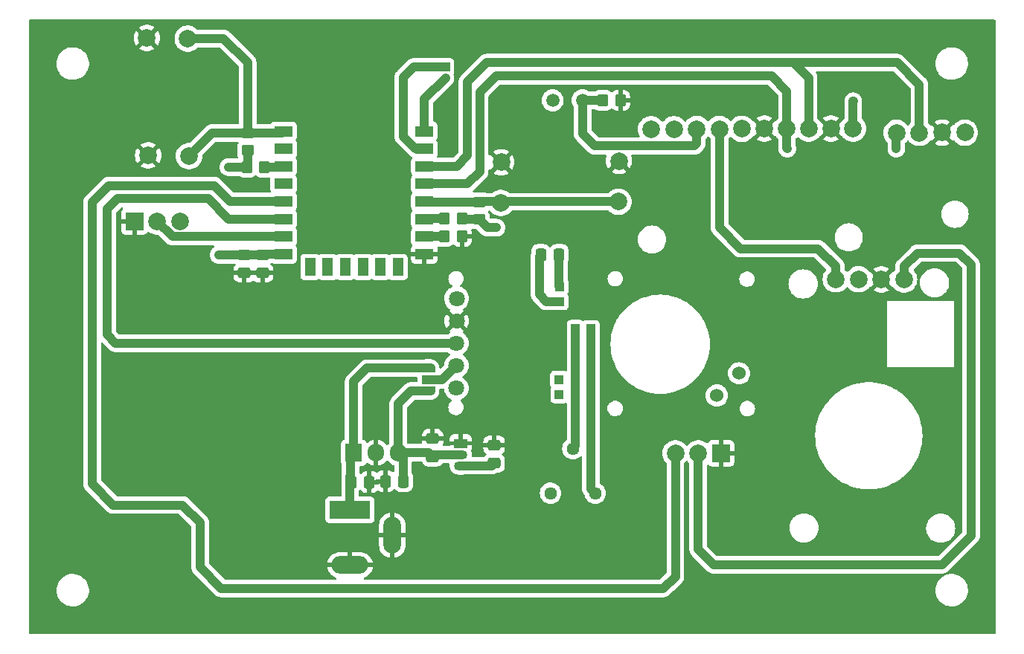
<source format=gbr>
%TF.GenerationSoftware,KiCad,Pcbnew,(7.0.0)*%
%TF.CreationDate,2024-01-25T16:52:26+01:00*%
%TF.ProjectId,Sensorbox,53656e73-6f72-4626-9f78-2e6b69636164,rev?*%
%TF.SameCoordinates,PX62b48e0PY7ffbac0*%
%TF.FileFunction,Copper,L1,Top*%
%TF.FilePolarity,Positive*%
%FSLAX46Y46*%
G04 Gerber Fmt 4.6, Leading zero omitted, Abs format (unit mm)*
G04 Created by KiCad (PCBNEW (7.0.0)) date 2024-01-25 16:52:26*
%MOMM*%
%LPD*%
G01*
G04 APERTURE LIST*
G04 Aperture macros list*
%AMRoundRect*
0 Rectangle with rounded corners*
0 $1 Rounding radius*
0 $2 $3 $4 $5 $6 $7 $8 $9 X,Y pos of 4 corners*
0 Add a 4 corners polygon primitive as box body*
4,1,4,$2,$3,$4,$5,$6,$7,$8,$9,$2,$3,0*
0 Add four circle primitives for the rounded corners*
1,1,$1+$1,$2,$3*
1,1,$1+$1,$4,$5*
1,1,$1+$1,$6,$7*
1,1,$1+$1,$8,$9*
0 Add four rect primitives between the rounded corners*
20,1,$1+$1,$2,$3,$4,$5,0*
20,1,$1+$1,$4,$5,$6,$7,0*
20,1,$1+$1,$6,$7,$8,$9,0*
20,1,$1+$1,$8,$9,$2,$3,0*%
%AMFreePoly0*
4,1,19,0.550000,-0.750000,0.000000,-0.750000,0.000000,-0.744911,-0.071157,-0.744911,-0.207708,-0.704816,-0.327430,-0.627875,-0.420627,-0.520320,-0.479746,-0.390866,-0.500000,-0.250000,-0.500000,0.250000,-0.479746,0.390866,-0.420627,0.520320,-0.327430,0.627875,-0.207708,0.704816,-0.071157,0.744911,0.000000,0.744911,0.000000,0.750000,0.550000,0.750000,0.550000,-0.750000,0.550000,-0.750000,
$1*%
%AMFreePoly1*
4,1,19,0.000000,0.744911,0.071157,0.744911,0.207708,0.704816,0.327430,0.627875,0.420627,0.520320,0.479746,0.390866,0.500000,0.250000,0.500000,-0.250000,0.479746,-0.390866,0.420627,-0.520320,0.327430,-0.627875,0.207708,-0.704816,0.071157,-0.744911,0.000000,-0.744911,0.000000,-0.750000,-0.550000,-0.750000,-0.550000,0.750000,0.000000,0.750000,0.000000,0.744911,0.000000,0.744911,
$1*%
G04 Aperture macros list end*
%TA.AperFunction,SMDPad,CuDef*%
%ADD10RoundRect,0.250000X-0.350000X-0.450000X0.350000X-0.450000X0.350000X0.450000X-0.350000X0.450000X0*%
%TD*%
%TA.AperFunction,SMDPad,CuDef*%
%ADD11RoundRect,0.250000X0.350000X0.450000X-0.350000X0.450000X-0.350000X-0.450000X0.350000X-0.450000X0*%
%TD*%
%TA.AperFunction,ComponentPad*%
%ADD12C,2.000000*%
%TD*%
%TA.AperFunction,SMDPad,CuDef*%
%ADD13RoundRect,0.250000X0.337500X0.475000X-0.337500X0.475000X-0.337500X-0.475000X0.337500X-0.475000X0*%
%TD*%
%TA.AperFunction,ComponentPad*%
%ADD14R,2.000000X2.000000*%
%TD*%
%TA.AperFunction,SMDPad,CuDef*%
%ADD15RoundRect,0.250000X-0.475000X0.337500X-0.475000X-0.337500X0.475000X-0.337500X0.475000X0.337500X0*%
%TD*%
%TA.AperFunction,ComponentPad*%
%ADD16R,1.500000X1.050000*%
%TD*%
%TA.AperFunction,ComponentPad*%
%ADD17O,1.500000X1.050000*%
%TD*%
%TA.AperFunction,ComponentPad*%
%ADD18R,1.000000X1.000000*%
%TD*%
%TA.AperFunction,ComponentPad*%
%ADD19O,1.000000X1.000000*%
%TD*%
%TA.AperFunction,SMDPad,CuDef*%
%ADD20RoundRect,0.250000X-0.450000X0.350000X-0.450000X-0.350000X0.450000X-0.350000X0.450000X0.350000X0*%
%TD*%
%TA.AperFunction,SMDPad,CuDef*%
%ADD21RoundRect,0.250000X-0.337500X-0.475000X0.337500X-0.475000X0.337500X0.475000X-0.337500X0.475000X0*%
%TD*%
%TA.AperFunction,ComponentPad*%
%ADD22C,1.440000*%
%TD*%
%TA.AperFunction,ComponentPad*%
%ADD23R,1.905000X2.000000*%
%TD*%
%TA.AperFunction,ComponentPad*%
%ADD24O,1.905000X2.000000*%
%TD*%
%TA.AperFunction,SMDPad,CuDef*%
%ADD25C,2.000000*%
%TD*%
%TA.AperFunction,ComponentPad*%
%ADD26C,1.500000*%
%TD*%
%TA.AperFunction,SMDPad,CuDef*%
%ADD27R,2.000000X1.200000*%
%TD*%
%TA.AperFunction,SMDPad,CuDef*%
%ADD28R,1.200000X2.000000*%
%TD*%
%TA.AperFunction,ComponentPad*%
%ADD29R,4.600000X2.000000*%
%TD*%
%TA.AperFunction,ComponentPad*%
%ADD30O,4.200000X2.000000*%
%TD*%
%TA.AperFunction,ComponentPad*%
%ADD31O,2.000000X4.200000*%
%TD*%
%TA.AperFunction,SMDPad,CuDef*%
%ADD32C,1.800000*%
%TD*%
%TA.AperFunction,SMDPad,CuDef*%
%ADD33C,1.524000*%
%TD*%
%TA.AperFunction,SMDPad,CuDef*%
%ADD34R,1.000000X1.000000*%
%TD*%
%TA.AperFunction,SMDPad,CuDef*%
%ADD35FreePoly0,90.000000*%
%TD*%
%TA.AperFunction,SMDPad,CuDef*%
%ADD36R,1.500000X1.000000*%
%TD*%
%TA.AperFunction,SMDPad,CuDef*%
%ADD37FreePoly1,90.000000*%
%TD*%
%TA.AperFunction,SMDPad,CuDef*%
%ADD38RoundRect,0.250000X0.475000X-0.337500X0.475000X0.337500X-0.475000X0.337500X-0.475000X-0.337500X0*%
%TD*%
%TA.AperFunction,ViaPad*%
%ADD39C,1.000000*%
%TD*%
%TA.AperFunction,Conductor*%
%ADD40C,1.000000*%
%TD*%
G04 APERTURE END LIST*
D10*
%TO.P,R104,1*%
%TO.N,+3V3*%
X24800000Y53200000D03*
%TO.P,R104,2*%
%TO.N,Net-(U101-EN)*%
X26800000Y53200000D03*
%TD*%
D11*
%TO.P,R106,1*%
%TO.N,GND*%
X49300000Y45300000D03*
%TO.P,R106,2*%
%TO.N,Net-(U101-GPIO15)*%
X47300000Y45300000D03*
%TD*%
D12*
%TO.P,SW101,1,1*%
%TO.N,GND*%
X13580505Y54521625D03*
%TO.P,SW101,2,2*%
X13435000Y67905000D03*
%TO.P,SW101,3,K*%
%TO.N,Net-(SW101-A)*%
X18230524Y54463184D03*
%TO.P,SW101,4,A*%
X18085019Y67846559D03*
%TD*%
D13*
%TO.P,C104,1*%
%TO.N,+5V*%
X42637500Y17400000D03*
%TO.P,C104,2*%
%TO.N,GND*%
X40562500Y17400000D03*
%TD*%
D12*
%TO.P,SB103,1,VIN*%
%TO.N,+5V*%
X17206816Y47030524D03*
%TO.P,SB103,2,OUT*%
%TO.N,Data_DHT22*%
X14606816Y47010524D03*
D14*
%TO.P,SB103,3,GND*%
%TO.N,GND*%
X12016815Y47010523D03*
%TD*%
D12*
%TO.P,SW102,1,1*%
%TO.N,GND*%
X53758441Y53750019D03*
%TO.P,SW102,2,2*%
X67141816Y53895524D03*
%TO.P,SW102,3,K*%
%TO.N,Net-(SW102-A)*%
X53700000Y49100000D03*
%TO.P,SW102,4,A*%
X67083375Y49245505D03*
%TD*%
D15*
%TO.P,C102,1*%
%TO.N,+3V3*%
X24500000Y43200000D03*
%TO.P,C102,2*%
%TO.N,GND*%
X24500000Y41125000D03*
%TD*%
D16*
%TO.P,U103,1,GND*%
%TO.N,GND*%
X49139999Y21724999D03*
D17*
%TO.P,U103,2,VI*%
%TO.N,+5V*%
X49139999Y20454999D03*
%TO.P,U103,3,VO*%
%TO.N,+3V3*%
X49139999Y19184999D03*
%TD*%
D12*
%TO.P,SB105,1,VCC*%
%TO.N,+5V*%
X99580000Y40400000D03*
%TO.P,SB105,2,GND*%
%TO.N,GND*%
X97000000Y40400000D03*
%TO.P,SB105,3,D0*%
%TO.N,unconnected-(SB105-D0-Pad3)*%
X94400000Y40420000D03*
%TO.P,SB105,4,A0*%
%TO.N,Net-(SB105-A0)*%
X91810000Y40420000D03*
%TD*%
D18*
%TO.P,J101,1,Pin_1*%
%TO.N,Net-(J101-Pin_1)*%
X47399999Y64599999D03*
D19*
%TO.P,J101,2,Pin_2*%
%TO.N,Net-(J101-Pin_2)*%
X47399999Y63329999D03*
%TD*%
D12*
%TO.P,SB104,1,Data*%
%TO.N,Data_SR602*%
X73560000Y20580000D03*
%TO.P,SB104,2,VIN*%
%TO.N,+5V*%
X76160000Y20600000D03*
D14*
%TO.P,SB104,3,GND*%
%TO.N,GND*%
X78749999Y20599999D03*
%TD*%
D20*
%TO.P,R103,1*%
%TO.N,Net-(SW102-A)*%
X51236816Y49230524D03*
%TO.P,R103,2*%
%TO.N,+3V3*%
X51236816Y47230524D03*
%TD*%
D10*
%TO.P,R105,1*%
%TO.N,Net-(U101-GPIO2)*%
X47300000Y47300000D03*
%TO.P,R105,2*%
%TO.N,+3V3*%
X49300000Y47300000D03*
%TD*%
D12*
%TO.P,SB102,1,VIN*%
%TO.N,+3V3*%
X106500000Y57120000D03*
%TO.P,SB102,2,GND*%
%TO.N,GND*%
X103920000Y57120000D03*
%TO.P,SB102,3,SCL*%
%TO.N,SCL*%
X101320000Y57100000D03*
%TO.P,SB102,4,SDA*%
%TO.N,SDA*%
X98730000Y57100000D03*
%TD*%
D21*
%TO.P,C107,1*%
%TO.N,Net-(SB101-C-TM)*%
X58252959Y43193485D03*
%TO.P,C107,2*%
%TO.N,Net-(SB101-C-TM_GND)*%
X60327959Y43193485D03*
%TD*%
D22*
%TO.P,RV101,1,1*%
%TO.N,Net-(SB101-R-GN)*%
X64440000Y16045000D03*
%TO.P,RV101,2,2*%
%TO.N,Net-(SB101-R-GN2)*%
X61900000Y21125000D03*
%TO.P,RV101,3,3*%
%TO.N,unconnected-(RV101-Pad3)*%
X59360000Y16045000D03*
%TD*%
D21*
%TO.P,C103,1*%
%TO.N,VCC*%
X36662500Y17300000D03*
%TO.P,C103,2*%
%TO.N,GND*%
X38737500Y17300000D03*
%TD*%
D23*
%TO.P,U102,1,VI*%
%TO.N,VCC*%
X36959999Y20654999D03*
D24*
%TO.P,U102,2,GND*%
%TO.N,GND*%
X39499999Y20654999D03*
%TO.P,U102,3,VO*%
%TO.N,+5V*%
X42039999Y20654999D03*
%TD*%
D25*
%TO.P,UB101,1,VDD*%
%TO.N,+5V*%
X93790000Y57590000D03*
%TO.P,UB101,2,GND*%
%TO.N,GND*%
X91260000Y57590000D03*
%TO.P,UB101,3,SCL*%
%TO.N,SCL*%
X88720000Y57570000D03*
%TO.P,UB101,4,SDA*%
%TO.N,SDA*%
X86250000Y57580000D03*
%TO.P,UB101,5,ADDR*%
%TO.N,GND*%
X83690000Y57590000D03*
%TO.P,UB101,6,ALRT*%
%TO.N,unconnected-(UB101-ALRT-Pad6)*%
X81110000Y57550000D03*
%TO.P,UB101,7,A0*%
%TO.N,Net-(SB105-A0)*%
X78580000Y57540000D03*
%TO.P,UB101,8,A1*%
%TO.N,Net-(UB101-A1)*%
X76000000Y57540000D03*
%TO.P,UB101,9,A2*%
%TO.N,unconnected-(UB101-A2-Pad9)*%
X73400000Y57520000D03*
%TO.P,UB101,10,A3*%
%TO.N,unconnected-(UB101-A3-Pad10)*%
X70810000Y57520000D03*
%TD*%
D26*
%TO.P,R101,1*%
%TO.N,+5V*%
X59600000Y60800000D03*
%TO.P,R101,2*%
%TO.N,Net-(UB101-A1)*%
X63000000Y60800000D03*
%TD*%
D27*
%TO.P,U101,1,RST*%
%TO.N,Net-(SW101-A)*%
X28999999Y57279999D03*
%TO.P,U101,2,ADC*%
%TO.N,unconnected-(U101-ADC-Pad2)*%
X28999999Y55279999D03*
%TO.P,U101,3,EN*%
%TO.N,Net-(U101-EN)*%
X28999999Y53279999D03*
%TO.P,U101,4,GPIO16*%
%TO.N,unconnected-(U101-GPIO16-Pad4)*%
X28999999Y51279999D03*
%TO.P,U101,5,GPIO14*%
%TO.N,Data_SR602*%
X28999999Y49279999D03*
%TO.P,U101,6,GPIO12*%
%TO.N,Data_RCWL-0516*%
X28999999Y47279999D03*
%TO.P,U101,7,GPIO13*%
%TO.N,Data_DHT22*%
X28999999Y45279999D03*
%TO.P,U101,8,VCC*%
%TO.N,+3V3*%
X28999999Y43279999D03*
D28*
%TO.P,U101,9,CS0*%
%TO.N,unconnected-(U101-CS0-Pad9)*%
X31999999Y41799999D03*
%TO.P,U101,10,MISO*%
%TO.N,unconnected-(U101-MISO-Pad10)*%
X33999999Y41799999D03*
%TO.P,U101,11,IO9*%
%TO.N,unconnected-(U101-IO9-Pad11)*%
X35999999Y41799999D03*
%TO.P,U101,12,IO10*%
%TO.N,unconnected-(U101-IO10-Pad12)*%
X37999999Y41799999D03*
%TO.P,U101,13,MOSI*%
%TO.N,unconnected-(U101-MOSI-Pad13)*%
X39999999Y41799999D03*
%TO.P,U101,14,SCLK*%
%TO.N,unconnected-(U101-SCLK-Pad14)*%
X41999999Y41799999D03*
D27*
%TO.P,U101,15,GND*%
%TO.N,GND*%
X44999999Y43279999D03*
%TO.P,U101,16,GPIO15*%
%TO.N,Net-(U101-GPIO15)*%
X44999999Y45279999D03*
%TO.P,U101,17,GPIO2*%
%TO.N,Net-(U101-GPIO2)*%
X44999999Y47279999D03*
%TO.P,U101,18,GPIO0*%
%TO.N,Net-(SW102-A)*%
X44999999Y49279999D03*
%TO.P,U101,19,GPIO4*%
%TO.N,SDA*%
X44999999Y51279999D03*
%TO.P,U101,20,GPIO5*%
%TO.N,SCL*%
X44999999Y53279999D03*
%TO.P,U101,21,RXD*%
%TO.N,Net-(J101-Pin_1)*%
X44999999Y55279999D03*
%TO.P,U101,22,TXD*%
%TO.N,Net-(J101-Pin_2)*%
X44999999Y57279999D03*
%TD*%
D15*
%TO.P,C101,1*%
%TO.N,+3V3*%
X26600000Y43200000D03*
%TO.P,C101,2*%
%TO.N,GND*%
X26600000Y41125000D03*
%TD*%
D29*
%TO.P,J102,1*%
%TO.N,VCC*%
X36549999Y14149999D03*
D30*
%TO.P,J102,2*%
%TO.N,GND*%
X36549999Y7849999D03*
D31*
%TO.P,J102,3,MountPin*%
X41349999Y11249999D03*
%TD*%
D32*
%TO.P,SB101,1,CDS*%
%TO.N,unconnected-(SB101-CDS-Pad1)*%
X48642959Y28013485D03*
%TO.P,SB101,2,VIN*%
%TO.N,Net-(JP101-C)*%
X48652959Y30593485D03*
%TO.P,SB101,3,OUT*%
%TO.N,Data_RCWL-0516*%
X48652959Y33133485D03*
%TO.P,SB101,4,GND*%
%TO.N,GND*%
X48672959Y35673485D03*
%TO.P,SB101,5,3V3*%
%TO.N,unconnected-(SB101-3V3-Pad5)*%
X48672959Y38223485D03*
D33*
%TO.P,SB101,6,CDS2_GND*%
%TO.N,unconnected-(SB101-CDS2_GND-Pad6)*%
X80802959Y29703485D03*
%TO.P,SB101,7,CDS2*%
%TO.N,unconnected-(SB101-CDS2-Pad7)*%
X78272959Y27183485D03*
D34*
%TO.P,SB101,8,C-TM*%
%TO.N,Net-(SB101-C-TM)*%
X60379032Y37888314D03*
%TO.P,SB101,9,C-TM_GND*%
%TO.N,Net-(SB101-C-TM_GND)*%
X60382303Y39592234D03*
%TO.P,SB101,10,R_CDS*%
%TO.N,unconnected-(SB101-R_CDS-Pad10)*%
X60337841Y27297615D03*
%TO.P,SB101,11,R_CDS2*%
%TO.N,unconnected-(SB101-R_CDS2-Pad11)*%
X60299999Y28999999D03*
%TO.P,SB101,12,R-GN*%
%TO.N,Net-(SB101-R-GN)*%
X63951582Y34771849D03*
%TO.P,SB101,13,R-GN2*%
%TO.N,Net-(SB101-R-GN2)*%
X62209190Y34786073D03*
%TD*%
D35*
%TO.P,JP101,1,A*%
%TO.N,+5V*%
X45452959Y27693485D03*
D36*
%TO.P,JP101,2,C*%
%TO.N,Net-(JP101-C)*%
X45452958Y28993484D03*
D37*
%TO.P,JP101,3,B*%
%TO.N,VCC*%
X45452959Y30293485D03*
%TD*%
D10*
%TO.P,R107,1*%
%TO.N,Net-(UB101-A1)*%
X65300000Y60800000D03*
%TO.P,R107,2*%
%TO.N,GND*%
X67300000Y60800000D03*
%TD*%
D38*
%TO.P,C106,1*%
%TO.N,+5V*%
X45940000Y20187500D03*
%TO.P,C106,2*%
%TO.N,GND*%
X45940000Y22262500D03*
%TD*%
D20*
%TO.P,R102,1*%
%TO.N,Net-(SW101-A)*%
X24900000Y57100000D03*
%TO.P,R102,2*%
%TO.N,+3V3*%
X24900000Y55100000D03*
%TD*%
D38*
%TO.P,C105,1*%
%TO.N,+3V3*%
X52940000Y19462500D03*
%TO.P,C105,2*%
%TO.N,GND*%
X52940000Y21537500D03*
%TD*%
D39*
%TO.N,+3V3*%
X53200000Y46300000D03*
X21600000Y43200000D03*
X22700000Y53200000D03*
%TO.N,+5V*%
X93800000Y60700000D03*
%TO.N,SDA*%
X98700000Y55300000D03*
X86300000Y55300000D03*
%TD*%
D40*
%TO.N,+5V*%
X99580000Y41880000D02*
X99580000Y40400000D01*
X101100000Y43400000D02*
X99580000Y41880000D01*
X105900000Y43400000D02*
X101100000Y43400000D01*
X107200000Y42100000D02*
X105900000Y43400000D01*
X107200000Y11200000D02*
X107200000Y42100000D01*
X76160000Y9640000D02*
X77900000Y7900000D01*
X77900000Y7900000D02*
X103900000Y7900000D01*
X76160000Y20600000D02*
X76160000Y9640000D01*
X103900000Y7900000D02*
X107200000Y11200000D01*
%TO.N,Net-(SW101-A)*%
X22153441Y67846559D02*
X18085019Y67846559D01*
X24900000Y65100000D02*
X22153441Y67846559D01*
X24900000Y57100000D02*
X24900000Y65100000D01*
X20867340Y57100000D02*
X18230524Y54463184D01*
X24900000Y57100000D02*
X20867340Y57100000D01*
%TO.N,Net-(SB105-A0)*%
X91810000Y41890000D02*
X91810000Y40420000D01*
X89800000Y43900000D02*
X91810000Y41890000D01*
%TO.N,Data_SR602*%
X22920000Y49280000D02*
X29000000Y49280000D01*
X21100000Y51100000D02*
X22920000Y49280000D01*
X9100000Y51100000D02*
X21100000Y51100000D01*
X7200000Y49200000D02*
X9100000Y51100000D01*
X9600000Y14700000D02*
X7200000Y17100000D01*
X7200000Y17100000D02*
X7200000Y49200000D01*
X19500000Y7600000D02*
X19500000Y12700000D01*
X21900000Y5200000D02*
X19500000Y7600000D01*
X19500000Y12700000D02*
X17500000Y14700000D01*
X72200000Y5200000D02*
X21900000Y5200000D01*
X17500000Y14700000D02*
X9600000Y14700000D01*
X73560000Y6560000D02*
X72200000Y5200000D01*
X73560000Y20580000D02*
X73560000Y6560000D01*
%TO.N,+3V3*%
X52167340Y46300000D02*
X51236816Y47230524D01*
X29000000Y43280000D02*
X26680000Y43280000D01*
X26600000Y43200000D02*
X24500000Y43200000D01*
X53200000Y46300000D02*
X52167340Y46300000D01*
X52940000Y19462500D02*
X52662500Y19185000D01*
X24900000Y55100000D02*
X24900000Y53300000D01*
X24900000Y53300000D02*
X24800000Y53200000D01*
X22700000Y53200000D02*
X24800000Y53200000D01*
X26680000Y43280000D02*
X26600000Y43200000D01*
X21600000Y43200000D02*
X24500000Y43200000D01*
X49369476Y47230524D02*
X49300000Y47300000D01*
X52662500Y19185000D02*
X49140000Y19185000D01*
X51236816Y47230524D02*
X49369476Y47230524D01*
%TO.N,VCC*%
X36627500Y18055000D02*
X36627500Y20322500D01*
X36550000Y17977500D02*
X36627500Y18055000D01*
X38493485Y30293485D02*
X36960000Y28760000D01*
X36550000Y14150000D02*
X36550000Y17977500D01*
X36627500Y20322500D02*
X36960000Y20655000D01*
X45452959Y30293485D02*
X38493485Y30293485D01*
X36960000Y28760000D02*
X36960000Y20655000D01*
%TO.N,+5V*%
X42040000Y26240000D02*
X42040000Y20655000D01*
X45452959Y27693485D02*
X43493485Y27693485D01*
X45940000Y20187500D02*
X46207500Y20455000D01*
X43493485Y27693485D02*
X42040000Y26240000D01*
X45472500Y20655000D02*
X45940000Y20187500D01*
X42577500Y20117500D02*
X42040000Y20655000D01*
X42577500Y18055000D02*
X42577500Y20117500D01*
X93790000Y60690000D02*
X93800000Y60700000D01*
X42040000Y20655000D02*
X45472500Y20655000D01*
X46207500Y20455000D02*
X49140000Y20455000D01*
X93790000Y57590000D02*
X93790000Y60690000D01*
%TO.N,Net-(SB101-C-TM)*%
X58100000Y43040526D02*
X58252959Y43193485D01*
X58100000Y38700000D02*
X58100000Y43040526D01*
X60379033Y37888315D02*
X58911685Y37888315D01*
X58911685Y37888315D02*
X58100000Y38700000D01*
%TO.N,Net-(SB101-C-TM_GND)*%
X60327959Y39646580D02*
X60382304Y39592235D01*
X60327959Y43193485D02*
X60327959Y39646580D01*
%TO.N,Net-(J101-Pin_1)*%
X42600000Y63400000D02*
X43800000Y64600000D01*
X43800000Y64600000D02*
X47400000Y64600000D01*
X42600000Y56680000D02*
X42600000Y63400000D01*
X45000000Y55280000D02*
X44000000Y55280000D01*
X44000000Y55280000D02*
X42600000Y56680000D01*
%TO.N,Net-(J101-Pin_2)*%
X45000000Y60930000D02*
X47400000Y63330000D01*
X45000000Y57280000D02*
X45000000Y60930000D01*
%TO.N,Net-(UB101-A1)*%
X76000000Y55900000D02*
X75700000Y55600000D01*
X64400000Y55600000D02*
X63000000Y57000000D01*
X75700000Y55600000D02*
X64400000Y55600000D01*
X63000000Y60800000D02*
X65300000Y60800000D01*
X76000000Y57540000D02*
X76000000Y55900000D01*
X63000000Y57000000D02*
X63000000Y60800000D01*
%TO.N,Net-(SW101-A)*%
X28820000Y57100000D02*
X29000000Y57280000D01*
X24900000Y57100000D02*
X28820000Y57100000D01*
%TO.N,Net-(SW102-A)*%
X45049476Y49230524D02*
X45000000Y49280000D01*
X67083375Y49245505D02*
X51251797Y49245505D01*
X51251797Y49245505D02*
X51236816Y49230524D01*
X51236816Y49230524D02*
X45049476Y49230524D01*
%TO.N,Net-(U101-EN)*%
X28920000Y53200000D02*
X29000000Y53280000D01*
X26800000Y53200000D02*
X28920000Y53200000D01*
%TO.N,Net-(U101-GPIO2)*%
X47300000Y47300000D02*
X45020000Y47300000D01*
X45020000Y47300000D02*
X45000000Y47280000D01*
%TO.N,Net-(U101-GPIO15)*%
X47300000Y45300000D02*
X45020000Y45300000D01*
X45020000Y45300000D02*
X45000000Y45280000D01*
%TO.N,Net-(SB101-R-GN)*%
X63951583Y34771850D02*
X63951583Y16533417D01*
X63951583Y16533417D02*
X64440000Y16045000D01*
%TO.N,Net-(SB101-R-GN2)*%
X62209191Y34786074D02*
X62209191Y21434191D01*
X62209191Y21434191D02*
X61900000Y21125000D01*
%TO.N,Data_RCWL-0516*%
X20400000Y49600000D02*
X22720000Y47280000D01*
X22720000Y47280000D02*
X29000000Y47280000D01*
X48652959Y33133485D02*
X9866515Y33133485D01*
X8900000Y34100000D02*
X8900000Y48400000D01*
X9866515Y33133485D02*
X8900000Y34100000D01*
X8900000Y48400000D02*
X10100000Y49600000D01*
X10100000Y49600000D02*
X20400000Y49600000D01*
%TO.N,SCL*%
X49900000Y54500000D02*
X49900000Y62900000D01*
X87000000Y65100000D02*
X88720000Y63380000D01*
X101320000Y62580000D02*
X101320000Y57100000D01*
X88720000Y63380000D02*
X88720000Y57570000D01*
X45000000Y53280000D02*
X48680000Y53280000D01*
X87000000Y65100000D02*
X98800000Y65100000D01*
X48680000Y53280000D02*
X49900000Y54500000D01*
X49900000Y62900000D02*
X52100000Y65100000D01*
X52100000Y65100000D02*
X87000000Y65100000D01*
X98800000Y65100000D02*
X101320000Y62580000D01*
%TO.N,SDA*%
X53200000Y63600000D02*
X84500000Y63600000D01*
X86250000Y61850000D02*
X86250000Y57580000D01*
X86250000Y55350000D02*
X86300000Y55300000D01*
X84500000Y63600000D02*
X86250000Y61850000D01*
X49880000Y51280000D02*
X51300000Y52700000D01*
X45000000Y51280000D02*
X49880000Y51280000D01*
X51300000Y52700000D02*
X51300000Y61700000D01*
X98700000Y55300000D02*
X98700000Y57070000D01*
X51300000Y61700000D02*
X53200000Y63600000D01*
X86250000Y57580000D02*
X86250000Y55350000D01*
X98700000Y57070000D02*
X98730000Y57100000D01*
%TO.N,Data_DHT22*%
X29000000Y45280000D02*
X16337340Y45280000D01*
X16337340Y45280000D02*
X14606816Y47010524D01*
%TO.N,Net-(SB105-A0)*%
X78580000Y46320000D02*
X81000000Y43900000D01*
X81000000Y43900000D02*
X89800000Y43900000D01*
X78580000Y57540000D02*
X78580000Y46320000D01*
%TO.N,Net-(JP101-C)*%
X45452959Y28993485D02*
X47052959Y28993485D01*
X47052959Y28993485D02*
X48652959Y30593485D01*
%TD*%
%TA.AperFunction,Conductor*%
%TO.N,GND*%
G36*
X109937500Y69982887D02*
G01*
X109982887Y69937500D01*
X109999500Y69875500D01*
X109999500Y124500D01*
X109982887Y62500D01*
X109937500Y17113D01*
X109875500Y500D01*
X124500Y500D01*
X62500Y17113D01*
X17113Y62500D01*
X500Y124500D01*
X500Y4932235D01*
X3145788Y4932235D01*
X3146282Y4927738D01*
X3146283Y4927733D01*
X3174917Y4667494D01*
X3174918Y4667487D01*
X3175414Y4662982D01*
X3176559Y4658602D01*
X3176561Y4658592D01*
X3226202Y4468714D01*
X3243928Y4400912D01*
X3245693Y4396758D01*
X3245696Y4396750D01*
X3331371Y4195141D01*
X3349870Y4151610D01*
X3352226Y4147749D01*
X3352229Y4147744D01*
X3488618Y3924263D01*
X3490982Y3920390D01*
X3664255Y3712180D01*
X3667630Y3709156D01*
X3667631Y3709155D01*
X3772330Y3615344D01*
X3865998Y3531418D01*
X4091910Y3381956D01*
X4337176Y3266980D01*
X4596569Y3188940D01*
X4864561Y3149500D01*
X5065369Y3149500D01*
X5067631Y3149500D01*
X5270156Y3164323D01*
X5534553Y3223220D01*
X5787558Y3319986D01*
X6023777Y3452559D01*
X6238177Y3618112D01*
X6426186Y3813119D01*
X6583799Y4033421D01*
X6707656Y4274325D01*
X6795118Y4530695D01*
X6844319Y4797067D01*
X6854212Y5067765D01*
X6824586Y5337018D01*
X6756072Y5599088D01*
X6650130Y5848390D01*
X6509018Y6079610D01*
X6335745Y6287820D01*
X6332368Y6290846D01*
X6137382Y6465554D01*
X6137378Y6465558D01*
X6134002Y6468582D01*
X5908090Y6618044D01*
X5903996Y6619964D01*
X5903991Y6619966D01*
X5666929Y6731096D01*
X5666925Y6731098D01*
X5662824Y6733020D01*
X5658477Y6734328D01*
X5658474Y6734329D01*
X5407772Y6809754D01*
X5407771Y6809755D01*
X5403431Y6811060D01*
X5398957Y6811719D01*
X5398950Y6811720D01*
X5139913Y6849842D01*
X5139907Y6849843D01*
X5135439Y6850500D01*
X4932369Y6850500D01*
X4930120Y6850336D01*
X4930109Y6850335D01*
X4734363Y6836008D01*
X4734359Y6836008D01*
X4729844Y6835677D01*
X4725426Y6834693D01*
X4725420Y6834692D01*
X4469877Y6777768D01*
X4469861Y6777764D01*
X4465447Y6776780D01*
X4461216Y6775162D01*
X4461210Y6775160D01*
X4216673Y6681633D01*
X4216663Y6681629D01*
X4212442Y6680014D01*
X4208494Y6677799D01*
X4208489Y6677796D01*
X3980176Y6549660D01*
X3980171Y6549657D01*
X3976223Y6547441D01*
X3972639Y6544675D01*
X3972635Y6544671D01*
X3765407Y6384657D01*
X3765394Y6384646D01*
X3761823Y6381888D01*
X3758685Y6378634D01*
X3758678Y6378627D01*
X3576958Y6190143D01*
X3576952Y6190136D01*
X3573814Y6186881D01*
X3571189Y6183213D01*
X3571179Y6183200D01*
X3418834Y5970260D01*
X3418830Y5970255D01*
X3416201Y5966579D01*
X3414132Y5962556D01*
X3414129Y5962550D01*
X3294416Y5729707D01*
X3294411Y5729696D01*
X3292344Y5725675D01*
X3290884Y5721398D01*
X3290879Y5721384D01*
X3206348Y5473605D01*
X3206344Y5473593D01*
X3204882Y5469305D01*
X3204057Y5464841D01*
X3204057Y5464839D01*
X3156504Y5207394D01*
X3156502Y5207381D01*
X3155681Y5202933D01*
X3155515Y5198407D01*
X3155515Y5198401D01*
X3150576Y5063238D01*
X3145788Y4932235D01*
X500Y4932235D01*
X500Y49174524D01*
X6194663Y49174524D01*
X6195456Y49168291D01*
X6195457Y49168285D01*
X6198506Y49144349D01*
X6199500Y49128683D01*
X6199500Y17114278D01*
X6199460Y17111137D01*
X6197824Y17046550D01*
X6197243Y17023637D01*
X6198351Y17017452D01*
X6198352Y17017446D01*
X6207648Y16965580D01*
X6208957Y16956252D01*
X6214289Y16903820D01*
X6214290Y16903815D01*
X6214926Y16897562D01*
X6216807Y16891565D01*
X6216810Y16891553D01*
X6224032Y16868534D01*
X6227772Y16853298D01*
X6232031Y16829536D01*
X6232035Y16829522D01*
X6233142Y16823347D01*
X6235471Y16817517D01*
X6255020Y16768575D01*
X6258179Y16759702D01*
X6267376Y16730392D01*
X6275841Y16703412D01*
X6278891Y16697917D01*
X6290603Y16676816D01*
X6297337Y16662637D01*
X6306290Y16640222D01*
X6306292Y16640217D01*
X6308623Y16634383D01*
X6312082Y16629134D01*
X6312085Y16629129D01*
X6341080Y16585133D01*
X6345961Y16577077D01*
X6371536Y16531001D01*
X6371538Y16530998D01*
X6374591Y16525498D01*
X6394040Y16502843D01*
X6394404Y16502419D01*
X6403855Y16489884D01*
X6417133Y16469737D01*
X6417138Y16469731D01*
X6420598Y16464481D01*
X6425045Y16460034D01*
X6462300Y16422779D01*
X6468705Y16415869D01*
X6507134Y16371105D01*
X6531198Y16352478D01*
X6542968Y16342111D01*
X8882450Y14002629D01*
X8884643Y14000380D01*
X8940603Y13941510D01*
X8940605Y13941508D01*
X8944941Y13936947D01*
X8950105Y13933353D01*
X8950107Y13933351D01*
X8993348Y13903254D01*
X9000869Y13897583D01*
X9041715Y13864278D01*
X9041724Y13864273D01*
X9046593Y13860302D01*
X9073556Y13846218D01*
X9086980Y13838085D01*
X9111951Y13820705D01*
X9166163Y13797441D01*
X9174673Y13793399D01*
X9226951Y13766091D01*
X9256199Y13757723D01*
X9270975Y13752462D01*
X9298942Y13740460D01*
X9356718Y13728587D01*
X9365866Y13726342D01*
X9422582Y13710113D01*
X9452916Y13707804D01*
X9468463Y13705623D01*
X9492095Y13700766D01*
X9492102Y13700766D01*
X9498259Y13699500D01*
X9557242Y13699500D01*
X9566657Y13699142D01*
X9625477Y13694663D01*
X9655652Y13698507D01*
X9671318Y13699500D01*
X17034217Y13699500D01*
X17081670Y13690061D01*
X17121898Y13663181D01*
X18463181Y12321899D01*
X18490061Y12281671D01*
X18499500Y12234218D01*
X18499500Y7614278D01*
X18499460Y7611138D01*
X18497243Y7523637D01*
X18498351Y7517452D01*
X18498352Y7517446D01*
X18507648Y7465580D01*
X18508957Y7456252D01*
X18514289Y7403820D01*
X18514290Y7403815D01*
X18514926Y7397562D01*
X18516807Y7391565D01*
X18516810Y7391553D01*
X18524032Y7368534D01*
X18527772Y7353298D01*
X18532031Y7329536D01*
X18532035Y7329522D01*
X18533142Y7323347D01*
X18535471Y7317517D01*
X18555020Y7268575D01*
X18558179Y7259702D01*
X18575841Y7203412D01*
X18578891Y7197917D01*
X18590603Y7176816D01*
X18597337Y7162637D01*
X18606290Y7140222D01*
X18606292Y7140217D01*
X18608623Y7134383D01*
X18612082Y7129134D01*
X18612085Y7129129D01*
X18641080Y7085133D01*
X18645961Y7077077D01*
X18671536Y7031001D01*
X18671538Y7030998D01*
X18674591Y7025498D01*
X18678689Y7020725D01*
X18694404Y7002419D01*
X18703855Y6989884D01*
X18717133Y6969737D01*
X18717138Y6969731D01*
X18720598Y6964481D01*
X18725045Y6960034D01*
X18762300Y6922779D01*
X18768705Y6915869D01*
X18807134Y6871105D01*
X18831198Y6852478D01*
X18842968Y6842111D01*
X21182450Y4502629D01*
X21184643Y4500380D01*
X21240603Y4441510D01*
X21240605Y4441508D01*
X21244941Y4436947D01*
X21250105Y4433353D01*
X21250107Y4433351D01*
X21293348Y4403254D01*
X21300869Y4397583D01*
X21341715Y4364278D01*
X21341724Y4364273D01*
X21346593Y4360302D01*
X21373556Y4346218D01*
X21386980Y4338085D01*
X21411951Y4320705D01*
X21466163Y4297441D01*
X21474675Y4293398D01*
X21518904Y4270294D01*
X21526951Y4266091D01*
X21556199Y4257723D01*
X21570975Y4252462D01*
X21598942Y4240460D01*
X21656718Y4228587D01*
X21665866Y4226342D01*
X21722582Y4210113D01*
X21752916Y4207804D01*
X21768463Y4205623D01*
X21792095Y4200766D01*
X21792102Y4200766D01*
X21798259Y4199500D01*
X21857242Y4199500D01*
X21866657Y4199142D01*
X21925477Y4194663D01*
X21955652Y4198507D01*
X21971318Y4199500D01*
X72185722Y4199500D01*
X72188862Y4199461D01*
X72276363Y4197243D01*
X72334458Y4207656D01*
X72343739Y4208958D01*
X72402438Y4214926D01*
X72431464Y4224034D01*
X72446713Y4227776D01*
X72476653Y4233142D01*
X72531423Y4255020D01*
X72540303Y4258182D01*
X72596588Y4275841D01*
X72623194Y4290610D01*
X72637362Y4297338D01*
X72665617Y4308623D01*
X72714891Y4341098D01*
X72722910Y4345957D01*
X72774502Y4374591D01*
X72785961Y4384430D01*
X72797583Y4394406D01*
X72810125Y4403863D01*
X72835519Y4420598D01*
X72877238Y4462319D01*
X72884122Y4468699D01*
X72928895Y4507134D01*
X72947520Y4531198D01*
X72957879Y4542960D01*
X73347154Y4932235D01*
X103145788Y4932235D01*
X103146282Y4927738D01*
X103146283Y4927733D01*
X103174917Y4667494D01*
X103174918Y4667487D01*
X103175414Y4662982D01*
X103176559Y4658602D01*
X103176561Y4658592D01*
X103226202Y4468714D01*
X103243928Y4400912D01*
X103245693Y4396758D01*
X103245696Y4396750D01*
X103331371Y4195141D01*
X103349870Y4151610D01*
X103352226Y4147749D01*
X103352229Y4147744D01*
X103488618Y3924263D01*
X103490982Y3920390D01*
X103664255Y3712180D01*
X103667630Y3709156D01*
X103667631Y3709155D01*
X103772330Y3615344D01*
X103865998Y3531418D01*
X104091910Y3381956D01*
X104337176Y3266980D01*
X104596569Y3188940D01*
X104864561Y3149500D01*
X105065369Y3149500D01*
X105067631Y3149500D01*
X105270156Y3164323D01*
X105534553Y3223220D01*
X105787558Y3319986D01*
X106023777Y3452559D01*
X106238177Y3618112D01*
X106426186Y3813119D01*
X106583799Y4033421D01*
X106707656Y4274325D01*
X106795118Y4530695D01*
X106844319Y4797067D01*
X106854212Y5067765D01*
X106824586Y5337018D01*
X106756072Y5599088D01*
X106650130Y5848390D01*
X106509018Y6079610D01*
X106335745Y6287820D01*
X106332368Y6290846D01*
X106137382Y6465554D01*
X106137378Y6465558D01*
X106134002Y6468582D01*
X105908090Y6618044D01*
X105903996Y6619964D01*
X105903991Y6619966D01*
X105666929Y6731096D01*
X105666925Y6731098D01*
X105662824Y6733020D01*
X105658477Y6734328D01*
X105658474Y6734329D01*
X105407772Y6809754D01*
X105407771Y6809755D01*
X105403431Y6811060D01*
X105398957Y6811719D01*
X105398950Y6811720D01*
X105139913Y6849842D01*
X105139907Y6849843D01*
X105135439Y6850500D01*
X104932369Y6850500D01*
X104930120Y6850336D01*
X104930109Y6850335D01*
X104734363Y6836008D01*
X104734359Y6836008D01*
X104729844Y6835677D01*
X104725426Y6834693D01*
X104725420Y6834692D01*
X104469877Y6777768D01*
X104469861Y6777764D01*
X104465447Y6776780D01*
X104461221Y6775164D01*
X104461212Y6775161D01*
X104404255Y6753377D01*
X104376476Y6750161D01*
X104354325Y6734280D01*
X104216674Y6681633D01*
X104216669Y6681631D01*
X104212442Y6680014D01*
X104208494Y6677799D01*
X104208489Y6677796D01*
X103980176Y6549660D01*
X103980171Y6549657D01*
X103976223Y6547441D01*
X103972639Y6544675D01*
X103972635Y6544671D01*
X103765407Y6384657D01*
X103765394Y6384646D01*
X103761823Y6381888D01*
X103758685Y6378634D01*
X103758678Y6378627D01*
X103576958Y6190143D01*
X103576952Y6190136D01*
X103573814Y6186881D01*
X103571189Y6183213D01*
X103571179Y6183200D01*
X103418834Y5970260D01*
X103418830Y5970255D01*
X103416201Y5966579D01*
X103414132Y5962556D01*
X103414129Y5962550D01*
X103294416Y5729707D01*
X103294411Y5729696D01*
X103292344Y5725675D01*
X103290884Y5721398D01*
X103290879Y5721384D01*
X103206348Y5473605D01*
X103206344Y5473593D01*
X103204882Y5469305D01*
X103204057Y5464841D01*
X103204057Y5464839D01*
X103156504Y5207394D01*
X103156502Y5207381D01*
X103155681Y5202933D01*
X103155515Y5198407D01*
X103155515Y5198401D01*
X103150576Y5063238D01*
X103145788Y4932235D01*
X73347154Y4932235D01*
X74257409Y5842490D01*
X74259579Y5844606D01*
X74323053Y5904941D01*
X74356763Y5953376D01*
X74362405Y5960859D01*
X74399697Y6006592D01*
X74413781Y6033557D01*
X74421909Y6046975D01*
X74439295Y6071951D01*
X74462568Y6126185D01*
X74466595Y6134664D01*
X74493909Y6186951D01*
X74502275Y6216192D01*
X74507539Y6230981D01*
X74519540Y6258942D01*
X74531421Y6316762D01*
X74533650Y6325845D01*
X74549886Y6382582D01*
X74552195Y6412918D01*
X74554376Y6428461D01*
X74559234Y6452099D01*
X74559233Y6452099D01*
X74560500Y6458259D01*
X74560500Y6517244D01*
X74560858Y6526660D01*
X74561042Y6529073D01*
X74565337Y6585476D01*
X74561493Y6615652D01*
X74560500Y6631317D01*
X74560500Y19402972D01*
X74568983Y19448047D01*
X74593270Y19486955D01*
X74641150Y19538967D01*
X74748164Y19655215D01*
X74762723Y19677501D01*
X74807515Y19718735D01*
X74866535Y19733681D01*
X74925554Y19718734D01*
X74964734Y19682663D01*
X74965882Y19683555D01*
X74969028Y19679512D01*
X74971836Y19675215D01*
X74975310Y19671441D01*
X74975311Y19671440D01*
X75126730Y19506955D01*
X75151017Y19468047D01*
X75159500Y19422972D01*
X75159500Y9654278D01*
X75159460Y9651138D01*
X75157243Y9563637D01*
X75158351Y9557452D01*
X75158352Y9557446D01*
X75167648Y9505580D01*
X75168957Y9496252D01*
X75174289Y9443820D01*
X75174290Y9443815D01*
X75174926Y9437562D01*
X75176807Y9431565D01*
X75176810Y9431553D01*
X75184032Y9408534D01*
X75187772Y9393298D01*
X75192031Y9369536D01*
X75192035Y9369522D01*
X75193142Y9363347D01*
X75204450Y9335038D01*
X75215020Y9308575D01*
X75218179Y9299702D01*
X75235841Y9243412D01*
X75247865Y9221748D01*
X75250603Y9216816D01*
X75257337Y9202637D01*
X75266290Y9180222D01*
X75266292Y9180217D01*
X75268623Y9174383D01*
X75272082Y9169134D01*
X75272085Y9169129D01*
X75301080Y9125133D01*
X75305961Y9117077D01*
X75331536Y9071001D01*
X75331538Y9070998D01*
X75334591Y9065498D01*
X75338689Y9060725D01*
X75354404Y9042419D01*
X75363855Y9029884D01*
X75377133Y9009737D01*
X75377138Y9009731D01*
X75380598Y9004481D01*
X75385045Y9000034D01*
X75422300Y8962779D01*
X75428705Y8955869D01*
X75467134Y8911105D01*
X75491198Y8892478D01*
X75502968Y8882111D01*
X77182450Y7202629D01*
X77184643Y7200380D01*
X77240603Y7141510D01*
X77240605Y7141508D01*
X77244941Y7136947D01*
X77250105Y7133353D01*
X77250107Y7133351D01*
X77293348Y7103254D01*
X77300869Y7097583D01*
X77341715Y7064278D01*
X77341724Y7064273D01*
X77346593Y7060302D01*
X77373556Y7046218D01*
X77386980Y7038085D01*
X77411951Y7020705D01*
X77454563Y7002419D01*
X77466163Y6997441D01*
X77474675Y6993398D01*
X77520872Y6969266D01*
X77526951Y6966091D01*
X77556199Y6957723D01*
X77570975Y6952462D01*
X77598942Y6940460D01*
X77656718Y6928587D01*
X77665866Y6926342D01*
X77722582Y6910113D01*
X77752916Y6907804D01*
X77768463Y6905623D01*
X77792095Y6900766D01*
X77792102Y6900766D01*
X77798259Y6899500D01*
X77857242Y6899500D01*
X77866657Y6899142D01*
X77925477Y6894663D01*
X77955652Y6898507D01*
X77971318Y6899500D01*
X103885722Y6899500D01*
X103888862Y6899461D01*
X103976363Y6897243D01*
X104034458Y6907656D01*
X104043739Y6908958D01*
X104102438Y6914926D01*
X104131464Y6924034D01*
X104146713Y6927776D01*
X104176653Y6933142D01*
X104231423Y6955020D01*
X104240302Y6958181D01*
X104272908Y6968411D01*
X104290939Y6969266D01*
X104299779Y6977613D01*
X104323195Y6990611D01*
X104337362Y6997338D01*
X104365617Y7008623D01*
X104414891Y7041098D01*
X104422910Y7045957D01*
X104474502Y7074591D01*
X104486781Y7085133D01*
X104497583Y7094406D01*
X104510125Y7103863D01*
X104535519Y7120598D01*
X104577238Y7162319D01*
X104584122Y7168699D01*
X104628895Y7207134D01*
X104647520Y7231198D01*
X104657879Y7242960D01*
X107897409Y10482490D01*
X107899579Y10484606D01*
X107963053Y10544941D01*
X107996748Y10593352D01*
X108002422Y10600877D01*
X108035721Y10641715D01*
X108035723Y10641719D01*
X108039698Y10646593D01*
X108053782Y10673556D01*
X108061919Y10686987D01*
X108075704Y10706792D01*
X108075703Y10706792D01*
X108079295Y10711951D01*
X108102568Y10766185D01*
X108106598Y10774669D01*
X108130994Y10821371D01*
X108133909Y10826951D01*
X108142278Y10856203D01*
X108147538Y10870977D01*
X108159540Y10898942D01*
X108171416Y10956738D01*
X108173649Y10965838D01*
X108189887Y11022582D01*
X108192197Y11052923D01*
X108194378Y11068472D01*
X108196311Y11077877D01*
X108200500Y11098259D01*
X108200500Y11157242D01*
X108200858Y11166657D01*
X108201051Y11169199D01*
X108205337Y11225477D01*
X108201493Y11255653D01*
X108200500Y11271318D01*
X108200500Y42085722D01*
X108200540Y42088863D01*
X108202502Y42166309D01*
X108202757Y42176363D01*
X108192344Y42234455D01*
X108191042Y42243740D01*
X108185074Y42302438D01*
X108175964Y42331472D01*
X108172222Y42346721D01*
X108168416Y42367956D01*
X108166858Y42376652D01*
X108144975Y42431437D01*
X108141824Y42440286D01*
X108124159Y42496588D01*
X108109397Y42523183D01*
X108102663Y42537364D01*
X108093710Y42559778D01*
X108091378Y42565617D01*
X108058901Y42614894D01*
X108054031Y42622934D01*
X108050727Y42628886D01*
X108025409Y42674502D01*
X108005592Y42697586D01*
X107996143Y42710118D01*
X107982866Y42730264D01*
X107982859Y42730272D01*
X107979402Y42735518D01*
X107937697Y42777223D01*
X107931293Y42784133D01*
X107896960Y42824126D01*
X107892866Y42828895D01*
X107868801Y42847523D01*
X107857022Y42857898D01*
X106617567Y44097353D01*
X106615374Y44099602D01*
X106614691Y44100320D01*
X106574837Y44142247D01*
X106559390Y44158497D01*
X106559389Y44158498D01*
X106555059Y44163053D01*
X106549897Y44166646D01*
X106506642Y44196753D01*
X106499119Y44202425D01*
X106458280Y44235725D01*
X106458277Y44235727D01*
X106453407Y44239698D01*
X106426437Y44253787D01*
X106413024Y44261913D01*
X106388049Y44279295D01*
X106333817Y44302568D01*
X106325351Y44306589D01*
X106273049Y44333909D01*
X106243802Y44342278D01*
X106229021Y44347541D01*
X106206841Y44357059D01*
X106206835Y44357061D01*
X106201058Y44359540D01*
X106194905Y44360805D01*
X106194891Y44360809D01*
X106143273Y44371417D01*
X106134126Y44373662D01*
X106083465Y44388158D01*
X106083453Y44388161D01*
X106077418Y44389887D01*
X106071154Y44390365D01*
X106071149Y44390365D01*
X106047075Y44392198D01*
X106031533Y44394378D01*
X106007902Y44399234D01*
X106007901Y44399235D01*
X106001741Y44400500D01*
X105995452Y44400500D01*
X105942759Y44400500D01*
X105933344Y44400858D01*
X105880794Y44404860D01*
X105880789Y44404860D01*
X105874524Y44405337D01*
X105868290Y44404544D01*
X105868284Y44404543D01*
X105844349Y44401494D01*
X105828683Y44400500D01*
X101114278Y44400500D01*
X101111137Y44400540D01*
X101029924Y44402598D01*
X101029921Y44402598D01*
X101023637Y44402757D01*
X101017453Y44401649D01*
X101017443Y44401648D01*
X100965578Y44392352D01*
X100956251Y44391043D01*
X100903816Y44385711D01*
X100903806Y44385710D01*
X100897562Y44385074D01*
X100891566Y44383193D01*
X100891562Y44383192D01*
X100868526Y44375965D01*
X100853290Y44372226D01*
X100829544Y44367970D01*
X100829530Y44367967D01*
X100823348Y44366858D01*
X100817513Y44364528D01*
X100817501Y44364524D01*
X100768572Y44344980D01*
X100759701Y44341821D01*
X100709413Y44326043D01*
X100709403Y44326040D01*
X100703412Y44324159D01*
X100697916Y44321110D01*
X100697912Y44321107D01*
X100676820Y44309400D01*
X100662646Y44302669D01*
X100640225Y44293713D01*
X100640213Y44293708D01*
X100634383Y44291378D01*
X100629136Y44287921D01*
X100629136Y44287920D01*
X100585122Y44258913D01*
X100577065Y44254033D01*
X100525498Y44225409D01*
X100520734Y44221320D01*
X100520719Y44221309D01*
X100502405Y44205587D01*
X100489883Y44196145D01*
X100469732Y44182864D01*
X100469721Y44182856D01*
X100464482Y44179402D01*
X100460038Y44174959D01*
X100460034Y44174955D01*
X100422781Y44137703D01*
X100415875Y44131302D01*
X100375875Y44096962D01*
X100375869Y44096957D01*
X100371105Y44092866D01*
X100357587Y44075402D01*
X100352480Y44068805D01*
X100342108Y44057030D01*
X98882646Y42597568D01*
X98880398Y42595376D01*
X98816947Y42535059D01*
X98813359Y42529905D01*
X98813352Y42529896D01*
X98783244Y42486639D01*
X98777574Y42479119D01*
X98744274Y42438279D01*
X98744271Y42438276D01*
X98740302Y42433407D01*
X98737396Y42427845D01*
X98737388Y42427832D01*
X98726210Y42406434D01*
X98718082Y42393018D01*
X98704300Y42373216D01*
X98704295Y42373208D01*
X98700705Y42368049D01*
X98698228Y42362279D01*
X98698225Y42362272D01*
X98677439Y42313835D01*
X98673399Y42305329D01*
X98649041Y42258696D01*
X98646091Y42253049D01*
X98644363Y42247011D01*
X98644360Y42247003D01*
X98637720Y42223799D01*
X98632459Y42209022D01*
X98626296Y42194659D01*
X98620460Y42181058D01*
X98619194Y42174903D01*
X98619192Y42174893D01*
X98608587Y42123288D01*
X98606342Y42114141D01*
X98591842Y42063466D01*
X98591839Y42063453D01*
X98590113Y42057418D01*
X98589636Y42051158D01*
X98589635Y42051151D01*
X98587801Y42027071D01*
X98585622Y42011537D01*
X98580766Y41987903D01*
X98579500Y41981741D01*
X98579500Y41975450D01*
X98579500Y41922759D01*
X98579142Y41913344D01*
X98575140Y41860795D01*
X98575140Y41860790D01*
X98574663Y41854524D01*
X98575456Y41848291D01*
X98575457Y41848285D01*
X98578506Y41824349D01*
X98579500Y41808683D01*
X98579500Y41577028D01*
X98571017Y41531953D01*
X98546730Y41493045D01*
X98395305Y41328555D01*
X98395296Y41328545D01*
X98391836Y41324785D01*
X98389037Y41320502D01*
X98389027Y41320488D01*
X98382802Y41310960D01*
X98344111Y41273258D01*
X98293061Y41255585D01*
X98239341Y41261297D01*
X98223835Y41266531D01*
X98213653Y41260102D01*
X97365095Y40411543D01*
X97358431Y40400001D01*
X97365095Y40388458D01*
X98213653Y39539900D01*
X98223834Y39533471D01*
X98239338Y39538704D01*
X98293060Y39544417D01*
X98344113Y39526743D01*
X98382805Y39489038D01*
X98391836Y39475215D01*
X98395310Y39471441D01*
X98395311Y39471440D01*
X98556784Y39296033D01*
X98556787Y39296030D01*
X98560256Y39292262D01*
X98756491Y39139526D01*
X98975190Y39021172D01*
X99210386Y38940429D01*
X99455665Y38899500D01*
X99699201Y38899500D01*
X99704335Y38899500D01*
X99949614Y38940429D01*
X100184810Y39021172D01*
X100403509Y39139526D01*
X100599744Y39292262D01*
X100768164Y39475215D01*
X100904173Y39683393D01*
X101004063Y39911119D01*
X101031636Y40020000D01*
X101385424Y40020000D01*
X101405918Y39759603D01*
X101407053Y39754874D01*
X101407054Y39754870D01*
X101465756Y39510355D01*
X101465758Y39510347D01*
X101466894Y39505618D01*
X101566852Y39264298D01*
X101569399Y39260141D01*
X101569400Y39260140D01*
X101678349Y39082351D01*
X101703330Y39041587D01*
X101706494Y39037882D01*
X101706498Y39037877D01*
X101869800Y38846675D01*
X101872967Y38842967D01*
X101876674Y38839801D01*
X102067876Y38676499D01*
X102067879Y38676497D01*
X102071587Y38673330D01*
X102294298Y38536852D01*
X102535618Y38436894D01*
X102789603Y38375918D01*
X103050000Y38355424D01*
X103310397Y38375918D01*
X103564382Y38436894D01*
X103805702Y38536852D01*
X104028413Y38673330D01*
X104227033Y38842967D01*
X104396670Y39041587D01*
X104533148Y39264298D01*
X104633106Y39505618D01*
X104694082Y39759603D01*
X104714576Y40020000D01*
X104694082Y40280397D01*
X104633106Y40534382D01*
X104533148Y40775702D01*
X104396670Y40998413D01*
X104381982Y41015610D01*
X104230199Y41193326D01*
X104227033Y41197033D01*
X104187715Y41230614D01*
X104032123Y41363502D01*
X104032118Y41363506D01*
X104028413Y41366670D01*
X104024257Y41369217D01*
X104024254Y41369219D01*
X103809860Y41500600D01*
X103809859Y41500601D01*
X103805702Y41503148D01*
X103564382Y41603106D01*
X103559653Y41604242D01*
X103559645Y41604244D01*
X103315130Y41662946D01*
X103315126Y41662947D01*
X103310397Y41664082D01*
X103305544Y41664464D01*
X103054854Y41684194D01*
X103050000Y41684576D01*
X103045146Y41684194D01*
X102794455Y41664464D01*
X102794453Y41664464D01*
X102789603Y41664082D01*
X102784875Y41662948D01*
X102784869Y41662946D01*
X102540354Y41604244D01*
X102540342Y41604241D01*
X102535618Y41603106D01*
X102531121Y41601244D01*
X102531117Y41601242D01*
X102298802Y41505014D01*
X102298797Y41505012D01*
X102294298Y41503148D01*
X102290145Y41500604D01*
X102290139Y41500600D01*
X102075745Y41369219D01*
X102075736Y41369213D01*
X102071587Y41366670D01*
X102067887Y41363511D01*
X102067876Y41363502D01*
X101876674Y41200200D01*
X101876667Y41200194D01*
X101872967Y41197033D01*
X101869806Y41193333D01*
X101869800Y41193326D01*
X101706498Y41002124D01*
X101706489Y41002113D01*
X101703330Y40998413D01*
X101700787Y40994264D01*
X101700781Y40994255D01*
X101569400Y40779861D01*
X101569396Y40779855D01*
X101566852Y40775702D01*
X101564988Y40771203D01*
X101564986Y40771198D01*
X101468758Y40538883D01*
X101466894Y40534382D01*
X101465759Y40529658D01*
X101465756Y40529646D01*
X101407054Y40285131D01*
X101407052Y40285125D01*
X101405918Y40280397D01*
X101405536Y40275547D01*
X101405536Y40275545D01*
X101394616Y40136796D01*
X101385424Y40020000D01*
X101031636Y40020000D01*
X101065108Y40152179D01*
X101085643Y40400000D01*
X101065108Y40647821D01*
X101004063Y40888881D01*
X100904173Y41116607D01*
X100900203Y41122683D01*
X100801828Y41273258D01*
X100768164Y41324785D01*
X100764691Y41328558D01*
X100764683Y41328568D01*
X100691308Y41408273D01*
X100661923Y41463475D01*
X100663216Y41525997D01*
X100694854Y41579935D01*
X101478101Y42363181D01*
X101518330Y42390061D01*
X101565783Y42399500D01*
X105434217Y42399500D01*
X105481670Y42390061D01*
X105521898Y42363181D01*
X106163181Y41721898D01*
X106190061Y41681670D01*
X106199500Y41634217D01*
X106199500Y11665782D01*
X106190061Y11618329D01*
X106163181Y11578101D01*
X103521899Y8936819D01*
X103481671Y8909939D01*
X103434218Y8900500D01*
X78365782Y8900500D01*
X78318329Y8909939D01*
X78278101Y8936819D01*
X77196819Y10018101D01*
X77169939Y10058329D01*
X77160500Y10105782D01*
X77160500Y12100000D01*
X86535424Y12100000D01*
X86555918Y11839603D01*
X86557053Y11834874D01*
X86557054Y11834870D01*
X86615756Y11590355D01*
X86615758Y11590347D01*
X86616894Y11585618D01*
X86716852Y11344298D01*
X86719399Y11340141D01*
X86719400Y11340140D01*
X86831480Y11157242D01*
X86853330Y11121587D01*
X86856494Y11117882D01*
X86856498Y11117877D01*
X87019800Y10926675D01*
X87022967Y10922967D01*
X87026674Y10919801D01*
X87217876Y10756499D01*
X87217879Y10756497D01*
X87221587Y10753330D01*
X87444298Y10616852D01*
X87685618Y10516894D01*
X87939603Y10455918D01*
X88200000Y10435424D01*
X88460397Y10455918D01*
X88714382Y10516894D01*
X88955702Y10616852D01*
X89178413Y10753330D01*
X89377033Y10922967D01*
X89546670Y11121587D01*
X89683148Y11344298D01*
X89783106Y11585618D01*
X89844082Y11839603D01*
X89861428Y12060000D01*
X102085424Y12060000D01*
X102105918Y11799603D01*
X102107053Y11794874D01*
X102107054Y11794870D01*
X102165756Y11550355D01*
X102165758Y11550347D01*
X102166894Y11545618D01*
X102266852Y11304298D01*
X102269399Y11300141D01*
X102269400Y11300140D01*
X102396885Y11092103D01*
X102403330Y11081587D01*
X102406494Y11077882D01*
X102406498Y11077877D01*
X102569800Y10886675D01*
X102572967Y10882967D01*
X102576674Y10879801D01*
X102767876Y10716499D01*
X102767879Y10716497D01*
X102771587Y10713330D01*
X102994298Y10576852D01*
X103235618Y10476894D01*
X103489603Y10415918D01*
X103750000Y10395424D01*
X104010397Y10415918D01*
X104264382Y10476894D01*
X104505702Y10576852D01*
X104728413Y10713330D01*
X104927033Y10882967D01*
X105096670Y11081587D01*
X105233148Y11304298D01*
X105333106Y11545618D01*
X105394082Y11799603D01*
X105414576Y12060000D01*
X105394082Y12320397D01*
X105333106Y12574382D01*
X105233148Y12815702D01*
X105096670Y13038413D01*
X105066058Y13074255D01*
X104930199Y13233326D01*
X104927033Y13237033D01*
X104923325Y13240200D01*
X104732123Y13403502D01*
X104732118Y13403506D01*
X104728413Y13406670D01*
X104724257Y13409217D01*
X104724254Y13409219D01*
X104509860Y13540600D01*
X104509859Y13540601D01*
X104505702Y13543148D01*
X104264382Y13643106D01*
X104259653Y13644242D01*
X104259645Y13644244D01*
X104015130Y13702946D01*
X104015126Y13702947D01*
X104010397Y13704082D01*
X104005544Y13704464D01*
X103754854Y13724194D01*
X103750000Y13724576D01*
X103745146Y13724194D01*
X103494455Y13704464D01*
X103494453Y13704464D01*
X103489603Y13704082D01*
X103484875Y13702948D01*
X103484869Y13702946D01*
X103240354Y13644244D01*
X103240342Y13644241D01*
X103235618Y13643106D01*
X103231121Y13641244D01*
X103231117Y13641242D01*
X102998802Y13545014D01*
X102998797Y13545012D01*
X102994298Y13543148D01*
X102990145Y13540604D01*
X102990139Y13540600D01*
X102775745Y13409219D01*
X102775736Y13409213D01*
X102771587Y13406670D01*
X102767887Y13403511D01*
X102767876Y13403502D01*
X102576674Y13240200D01*
X102576667Y13240194D01*
X102572967Y13237033D01*
X102569806Y13233333D01*
X102569800Y13233326D01*
X102406498Y13042124D01*
X102406489Y13042113D01*
X102403330Y13038413D01*
X102400787Y13034264D01*
X102400781Y13034255D01*
X102269400Y12819861D01*
X102269396Y12819855D01*
X102266852Y12815702D01*
X102264988Y12811203D01*
X102264986Y12811198D01*
X102178629Y12602713D01*
X102166894Y12574382D01*
X102165759Y12569658D01*
X102165756Y12569646D01*
X102107054Y12325131D01*
X102107052Y12325125D01*
X102105918Y12320397D01*
X102085424Y12060000D01*
X89861428Y12060000D01*
X89864576Y12100000D01*
X89844082Y12360397D01*
X89783106Y12614382D01*
X89683148Y12855702D01*
X89546670Y13078413D01*
X89531147Y13096588D01*
X89380199Y13273326D01*
X89377033Y13277033D01*
X89314697Y13330273D01*
X89182123Y13443502D01*
X89182118Y13443506D01*
X89178413Y13446670D01*
X89174257Y13449217D01*
X89174254Y13449219D01*
X88959860Y13580600D01*
X88959859Y13580601D01*
X88955702Y13583148D01*
X88714382Y13683106D01*
X88709653Y13684242D01*
X88709645Y13684244D01*
X88465130Y13742946D01*
X88465126Y13742947D01*
X88460397Y13744082D01*
X88455544Y13744464D01*
X88204854Y13764194D01*
X88200000Y13764576D01*
X88195146Y13764194D01*
X87944455Y13744464D01*
X87944453Y13744464D01*
X87939603Y13744082D01*
X87934875Y13742948D01*
X87934869Y13742946D01*
X87690354Y13684244D01*
X87690342Y13684241D01*
X87685618Y13683106D01*
X87681121Y13681244D01*
X87681117Y13681242D01*
X87448802Y13585014D01*
X87448797Y13585012D01*
X87444298Y13583148D01*
X87440145Y13580604D01*
X87440139Y13580600D01*
X87225745Y13449219D01*
X87225736Y13449213D01*
X87221587Y13446670D01*
X87217887Y13443511D01*
X87217876Y13443502D01*
X87026674Y13280200D01*
X87026667Y13280194D01*
X87022967Y13277033D01*
X87019806Y13273333D01*
X87019800Y13273326D01*
X86856498Y13082124D01*
X86856489Y13082113D01*
X86853330Y13078413D01*
X86850787Y13074264D01*
X86850781Y13074255D01*
X86719400Y12859861D01*
X86719396Y12859855D01*
X86716852Y12855702D01*
X86714988Y12851203D01*
X86714986Y12851198D01*
X86631440Y12649500D01*
X86616894Y12614382D01*
X86615759Y12609658D01*
X86615756Y12609646D01*
X86557054Y12365131D01*
X86557052Y12365125D01*
X86555918Y12360397D01*
X86535424Y12100000D01*
X77160500Y12100000D01*
X77160500Y19180581D01*
X77175668Y19240008D01*
X77217460Y19284896D01*
X77275653Y19304265D01*
X77336010Y19293376D01*
X77383766Y19254893D01*
X77387497Y19249909D01*
X77399907Y19237499D01*
X77500810Y19161963D01*
X77516222Y19153548D01*
X77635358Y19109112D01*
X77650332Y19105574D01*
X77698885Y19100354D01*
X77705482Y19100000D01*
X78483674Y19100000D01*
X78496549Y19103451D01*
X78500000Y19116326D01*
X79000000Y19116326D01*
X79003450Y19103451D01*
X79016326Y19100000D01*
X79794518Y19100000D01*
X79801114Y19100354D01*
X79849667Y19105574D01*
X79864641Y19109112D01*
X79983777Y19153548D01*
X79999189Y19161963D01*
X80100092Y19237499D01*
X80112501Y19249908D01*
X80188037Y19350811D01*
X80196452Y19366223D01*
X80240888Y19485359D01*
X80244426Y19500333D01*
X80249646Y19548886D01*
X80250000Y19555482D01*
X80250000Y20333674D01*
X80246549Y20346550D01*
X80233674Y20350000D01*
X79016326Y20350000D01*
X79003450Y20346550D01*
X79000000Y20333674D01*
X79000000Y19116326D01*
X78500000Y19116326D01*
X78500000Y20866326D01*
X79000000Y20866326D01*
X79003450Y20853451D01*
X79016326Y20850000D01*
X80233674Y20850000D01*
X80246549Y20853451D01*
X80250000Y20866326D01*
X80250000Y21644518D01*
X80249646Y21651115D01*
X80244426Y21699668D01*
X80240888Y21714642D01*
X80196452Y21833778D01*
X80188037Y21849190D01*
X80112501Y21950093D01*
X80100092Y21962502D01*
X79999189Y22038038D01*
X79983777Y22046453D01*
X79864641Y22090889D01*
X79849667Y22094427D01*
X79801114Y22099647D01*
X79794518Y22100000D01*
X79016326Y22100000D01*
X79003450Y22096550D01*
X79000000Y22083674D01*
X79000000Y20866326D01*
X78500000Y20866326D01*
X78500000Y22083674D01*
X78496549Y22096550D01*
X78483674Y22100000D01*
X77705482Y22100000D01*
X77698885Y22099647D01*
X77650332Y22094427D01*
X77635358Y22090889D01*
X77516222Y22046453D01*
X77500810Y22038038D01*
X77399907Y21962502D01*
X77387498Y21950093D01*
X77311962Y21849190D01*
X77303546Y21833778D01*
X77298293Y21819692D01*
X77266179Y21771876D01*
X77215927Y21743728D01*
X77158378Y21741321D01*
X77105950Y21765174D01*
X77105049Y21765875D01*
X76983509Y21860474D01*
X76972932Y21866198D01*
X76769316Y21976390D01*
X76769310Y21976393D01*
X76764810Y21978828D01*
X76759969Y21980490D01*
X76759962Y21980493D01*
X76534465Y22057906D01*
X76534461Y22057907D01*
X76529614Y22059571D01*
X76505895Y22063529D01*
X76289398Y22099656D01*
X76289387Y22099657D01*
X76284335Y22100500D01*
X76035665Y22100500D01*
X76030613Y22099657D01*
X76030601Y22099656D01*
X75795443Y22060415D01*
X75795441Y22060415D01*
X75790386Y22059571D01*
X75785541Y22057908D01*
X75785534Y22057906D01*
X75560037Y21980493D01*
X75560026Y21980489D01*
X75555190Y21978828D01*
X75550693Y21976395D01*
X75550683Y21976390D01*
X75341002Y21862916D01*
X75340995Y21862912D01*
X75336491Y21860474D01*
X75332448Y21857328D01*
X75332440Y21857322D01*
X75149126Y21714642D01*
X75140256Y21707738D01*
X75136793Y21703977D01*
X75136784Y21703968D01*
X74975305Y21528555D01*
X74975296Y21528545D01*
X74971836Y21524785D01*
X74969038Y21520504D01*
X74969029Y21520491D01*
X74957273Y21502497D01*
X74912482Y21461266D01*
X74853467Y21446321D01*
X74794451Y21461265D01*
X74755263Y21497337D01*
X74754118Y21496445D01*
X74750971Y21500488D01*
X74748164Y21504785D01*
X74716853Y21538798D01*
X74583215Y21683968D01*
X74583211Y21683971D01*
X74579744Y21687738D01*
X74420509Y21811676D01*
X74387559Y21837322D01*
X74387557Y21837324D01*
X74383509Y21840474D01*
X74378997Y21842916D01*
X74169316Y21956390D01*
X74169310Y21956393D01*
X74164810Y21958828D01*
X74159969Y21960490D01*
X74159962Y21960493D01*
X73934465Y22037906D01*
X73934461Y22037907D01*
X73929614Y22039571D01*
X73888372Y22046453D01*
X73689398Y22079656D01*
X73689387Y22079657D01*
X73684335Y22080500D01*
X73435665Y22080500D01*
X73430613Y22079657D01*
X73430601Y22079656D01*
X73195443Y22040415D01*
X73195441Y22040415D01*
X73190386Y22039571D01*
X73185541Y22037908D01*
X73185534Y22037906D01*
X72960037Y21960493D01*
X72960026Y21960489D01*
X72955190Y21958828D01*
X72950693Y21956395D01*
X72950683Y21956390D01*
X72741002Y21842916D01*
X72740995Y21842912D01*
X72736491Y21840474D01*
X72732448Y21837328D01*
X72732440Y21837322D01*
X72555433Y21699551D01*
X72540256Y21687738D01*
X72536793Y21683977D01*
X72536784Y21683968D01*
X72375311Y21508561D01*
X72375305Y21508554D01*
X72371836Y21504785D01*
X72369031Y21500494D01*
X72369028Y21500488D01*
X72238631Y21300901D01*
X72238624Y21300889D01*
X72235827Y21296607D01*
X72233772Y21291923D01*
X72233766Y21291911D01*
X72143165Y21085359D01*
X72135937Y21068881D01*
X72134679Y21063916D01*
X72134678Y21063911D01*
X72076151Y20832796D01*
X72076149Y20832787D01*
X72074892Y20827821D01*
X72074468Y20822712D01*
X72074467Y20822702D01*
X72060657Y20656033D01*
X72054357Y20580000D01*
X72054781Y20574883D01*
X72074467Y20337299D01*
X72074468Y20337291D01*
X72074892Y20332179D01*
X72076149Y20327212D01*
X72076151Y20327205D01*
X72120856Y20150673D01*
X72135937Y20091119D01*
X72137997Y20086423D01*
X72233766Y19868090D01*
X72233769Y19868084D01*
X72235827Y19863393D01*
X72238627Y19859107D01*
X72238631Y19859100D01*
X72358769Y19675215D01*
X72371836Y19655215D01*
X72375310Y19651441D01*
X72375311Y19651440D01*
X72526730Y19486955D01*
X72551017Y19448047D01*
X72559500Y19402972D01*
X72559500Y7025783D01*
X72550061Y6978330D01*
X72523181Y6938102D01*
X71821899Y6236819D01*
X71781671Y6209939D01*
X71734218Y6200500D01*
X38215074Y6200500D01*
X38150722Y6218506D01*
X38105058Y6267294D01*
X38091345Y6332695D01*
X38113565Y6395717D01*
X38165264Y6438056D01*
X38361671Y6524208D01*
X38370661Y6529073D01*
X38570179Y6659425D01*
X38578252Y6665708D01*
X38753600Y6827128D01*
X38760513Y6834638D01*
X38906903Y7022719D01*
X38912495Y7031277D01*
X39025929Y7240886D01*
X39030032Y7250240D01*
X39107418Y7475659D01*
X39109927Y7485568D01*
X39126800Y7586680D01*
X39126233Y7597637D01*
X39115516Y7600000D01*
X33984484Y7600000D01*
X33973766Y7597637D01*
X33973199Y7586680D01*
X33990072Y7485568D01*
X33992581Y7475659D01*
X34069967Y7250240D01*
X34074070Y7240886D01*
X34187504Y7031277D01*
X34193096Y7022719D01*
X34339486Y6834638D01*
X34346399Y6827128D01*
X34521747Y6665708D01*
X34529820Y6659425D01*
X34729338Y6529073D01*
X34738328Y6524208D01*
X34934736Y6438056D01*
X34986435Y6395717D01*
X35008655Y6332695D01*
X34994942Y6267294D01*
X34949278Y6218506D01*
X34884926Y6200500D01*
X22365782Y6200500D01*
X22318329Y6209939D01*
X22278101Y6236819D01*
X20536819Y7978101D01*
X20509939Y8018329D01*
X20500500Y8065782D01*
X20500500Y8113321D01*
X33973199Y8113321D01*
X33973766Y8102364D01*
X33984484Y8100000D01*
X36283674Y8100000D01*
X36296549Y8103451D01*
X36300000Y8116326D01*
X36800000Y8116326D01*
X36803450Y8103451D01*
X36816326Y8100000D01*
X39115516Y8100000D01*
X39126233Y8102364D01*
X39126800Y8113321D01*
X39109927Y8214433D01*
X39107418Y8224342D01*
X39030032Y8449761D01*
X39025929Y8459115D01*
X38912495Y8668724D01*
X38906903Y8677282D01*
X38760513Y8865363D01*
X38753600Y8872873D01*
X38578252Y9034293D01*
X38570179Y9040576D01*
X38370661Y9170928D01*
X38361671Y9175793D01*
X38143414Y9271528D01*
X38133747Y9274847D01*
X37902712Y9333354D01*
X37892618Y9335038D01*
X37714609Y9349788D01*
X37709473Y9350000D01*
X36816326Y9350000D01*
X36803450Y9346550D01*
X36800000Y9333674D01*
X36800000Y8116326D01*
X36300000Y8116326D01*
X36300000Y9333674D01*
X36296549Y9346550D01*
X36283674Y9350000D01*
X35390527Y9350000D01*
X35385390Y9349788D01*
X35207381Y9335038D01*
X35197287Y9333354D01*
X34966252Y9274847D01*
X34956585Y9271528D01*
X34738328Y9175793D01*
X34729338Y9170928D01*
X34529820Y9040576D01*
X34521747Y9034293D01*
X34346399Y8872873D01*
X34339486Y8865363D01*
X34193096Y8677282D01*
X34187504Y8668724D01*
X34074070Y8459115D01*
X34069967Y8449761D01*
X33992581Y8224342D01*
X33990072Y8214433D01*
X33973199Y8113321D01*
X20500500Y8113321D01*
X20500500Y10090527D01*
X39850000Y10090527D01*
X39850212Y10085391D01*
X39864962Y9907382D01*
X39866646Y9897288D01*
X39925153Y9666253D01*
X39928472Y9656586D01*
X40024207Y9438329D01*
X40029072Y9429339D01*
X40159424Y9229821D01*
X40165707Y9221748D01*
X40327127Y9046400D01*
X40334637Y9039487D01*
X40522718Y8893097D01*
X40531276Y8887505D01*
X40740885Y8774071D01*
X40750239Y8769968D01*
X40975658Y8692582D01*
X40985567Y8690073D01*
X41086679Y8673200D01*
X41097636Y8673767D01*
X41100000Y8684484D01*
X41600000Y8684484D01*
X41602363Y8673767D01*
X41613320Y8673200D01*
X41714432Y8690073D01*
X41724341Y8692582D01*
X41949760Y8769968D01*
X41959114Y8774071D01*
X42168723Y8887505D01*
X42177281Y8893097D01*
X42365362Y9039487D01*
X42372872Y9046400D01*
X42534292Y9221748D01*
X42540575Y9229821D01*
X42670927Y9429339D01*
X42675792Y9438329D01*
X42771527Y9656586D01*
X42774846Y9666253D01*
X42833353Y9897288D01*
X42835037Y9907382D01*
X42849787Y10085391D01*
X42850000Y10090527D01*
X42850000Y10983674D01*
X42846549Y10996550D01*
X42833674Y11000000D01*
X41616326Y11000000D01*
X41603450Y10996550D01*
X41600000Y10983674D01*
X41600000Y8684484D01*
X41100000Y8684484D01*
X41100000Y10983674D01*
X41096549Y10996550D01*
X41083674Y11000000D01*
X39866326Y11000000D01*
X39853450Y10996550D01*
X39850000Y10983674D01*
X39850000Y10090527D01*
X20500500Y10090527D01*
X20500500Y11516326D01*
X39850000Y11516326D01*
X39853450Y11503451D01*
X39866326Y11500000D01*
X41083674Y11500000D01*
X41096549Y11503451D01*
X41100000Y11516326D01*
X41600000Y11516326D01*
X41603450Y11503451D01*
X41616326Y11500000D01*
X42833674Y11500000D01*
X42846549Y11503451D01*
X42850000Y11516326D01*
X42850000Y12409473D01*
X42849787Y12414610D01*
X42835037Y12592619D01*
X42833353Y12602713D01*
X42774846Y12833748D01*
X42771527Y12843415D01*
X42675792Y13061672D01*
X42670927Y13070662D01*
X42540575Y13270180D01*
X42534292Y13278253D01*
X42372872Y13453601D01*
X42365362Y13460514D01*
X42177281Y13606904D01*
X42168723Y13612496D01*
X41959114Y13725930D01*
X41949760Y13730033D01*
X41724341Y13807419D01*
X41714432Y13809928D01*
X41613320Y13826801D01*
X41602363Y13826234D01*
X41600000Y13815516D01*
X41600000Y11516326D01*
X41100000Y11516326D01*
X41100000Y13815516D01*
X41097636Y13826234D01*
X41086679Y13826801D01*
X40985567Y13809928D01*
X40975658Y13807419D01*
X40750239Y13730033D01*
X40740885Y13725930D01*
X40531276Y13612496D01*
X40522718Y13606904D01*
X40334637Y13460514D01*
X40327127Y13453601D01*
X40165707Y13278253D01*
X40159424Y13270180D01*
X40029072Y13070662D01*
X40024207Y13061672D01*
X39928472Y12843415D01*
X39925153Y12833748D01*
X39866646Y12602713D01*
X39864962Y12592619D01*
X39850212Y12414610D01*
X39850000Y12409473D01*
X39850000Y11516326D01*
X20500500Y11516326D01*
X20500500Y12685738D01*
X20500540Y12688879D01*
X20500571Y12690121D01*
X20502757Y12776363D01*
X20492349Y12834427D01*
X20491041Y12843758D01*
X20485074Y12902438D01*
X20475964Y12931472D01*
X20472227Y12946695D01*
X20466858Y12976653D01*
X20464524Y12982497D01*
X20444976Y13031435D01*
X20441816Y13040311D01*
X20432293Y13070662D01*
X20424159Y13096588D01*
X20419240Y13105450D01*
X20409396Y13123186D01*
X20402660Y13137369D01*
X20393708Y13159780D01*
X20391377Y13165617D01*
X20358917Y13214869D01*
X20354036Y13222927D01*
X20328463Y13269000D01*
X20328462Y13269001D01*
X20325409Y13274502D01*
X20305591Y13297587D01*
X20296140Y13310121D01*
X20279402Y13335519D01*
X20237692Y13377229D01*
X20231287Y13384140D01*
X20196960Y13424126D01*
X20192866Y13428895D01*
X20187896Y13432742D01*
X20187891Y13432747D01*
X20168805Y13447521D01*
X20157026Y13457895D01*
X18217566Y15397354D01*
X18215373Y15399603D01*
X18159390Y15458497D01*
X18159389Y15458498D01*
X18155059Y15463053D01*
X18149897Y15466646D01*
X18106642Y15496753D01*
X18099119Y15502425D01*
X18058280Y15535725D01*
X18058277Y15535727D01*
X18053407Y15539698D01*
X18026437Y15553787D01*
X18013024Y15561913D01*
X17988049Y15579295D01*
X17933817Y15602568D01*
X17925351Y15606589D01*
X17873049Y15633909D01*
X17843802Y15642278D01*
X17829021Y15647541D01*
X17806841Y15657059D01*
X17806835Y15657061D01*
X17801058Y15659540D01*
X17794905Y15660805D01*
X17794891Y15660809D01*
X17743273Y15671417D01*
X17734126Y15673662D01*
X17683465Y15688158D01*
X17683453Y15688161D01*
X17677418Y15689887D01*
X17671154Y15690365D01*
X17671149Y15690365D01*
X17647075Y15692198D01*
X17631533Y15694378D01*
X17607902Y15699234D01*
X17607901Y15699235D01*
X17601741Y15700500D01*
X17595452Y15700500D01*
X17542759Y15700500D01*
X17533344Y15700858D01*
X17480794Y15704860D01*
X17480789Y15704860D01*
X17474524Y15705337D01*
X17468290Y15704544D01*
X17468284Y15704543D01*
X17444349Y15701494D01*
X17428683Y15700500D01*
X10065782Y15700500D01*
X10018329Y15709939D01*
X9978101Y15736819D01*
X8236819Y17478101D01*
X8209939Y17518329D01*
X8200500Y17565782D01*
X8200500Y33085217D01*
X8214015Y33141512D01*
X8251615Y33185535D01*
X8305102Y33207690D01*
X8362818Y33203148D01*
X8412181Y33172898D01*
X9148965Y32436114D01*
X9151158Y32433865D01*
X9207118Y32374995D01*
X9207120Y32374993D01*
X9211456Y32370432D01*
X9216620Y32366838D01*
X9216622Y32366836D01*
X9259863Y32336739D01*
X9267384Y32331068D01*
X9308230Y32297763D01*
X9308239Y32297758D01*
X9313108Y32293787D01*
X9340071Y32279703D01*
X9353495Y32271570D01*
X9378466Y32254190D01*
X9432678Y32230926D01*
X9441188Y32226884D01*
X9493466Y32199576D01*
X9522714Y32191208D01*
X9537490Y32185947D01*
X9565457Y32173945D01*
X9623233Y32162072D01*
X9632381Y32159827D01*
X9689097Y32143598D01*
X9719431Y32141289D01*
X9734978Y32139108D01*
X9758610Y32134251D01*
X9758617Y32134251D01*
X9764774Y32132985D01*
X9823757Y32132985D01*
X9833172Y32132627D01*
X9891992Y32128148D01*
X9922167Y32131992D01*
X9937833Y32132985D01*
X47617119Y32132985D01*
X47662194Y32124502D01*
X47699884Y32100975D01*
X47701175Y32099572D01*
X47705220Y32096424D01*
X47705223Y32096421D01*
X47878777Y31961338D01*
X47914015Y31917945D01*
X47926615Y31863485D01*
X47914015Y31809025D01*
X47878777Y31765632D01*
X47705229Y31630555D01*
X47705217Y31630545D01*
X47701175Y31627398D01*
X47697705Y31623630D01*
X47697701Y31623625D01*
X47547450Y31460408D01*
X47547447Y31460405D01*
X47543980Y31456638D01*
X47541185Y31452361D01*
X47541178Y31452351D01*
X47427635Y31278559D01*
X47417035Y31262334D01*
X47414980Y31257650D01*
X47414975Y31257640D01*
X47325862Y31054482D01*
X47323802Y31049785D01*
X47322544Y31044820D01*
X47322543Y31044815D01*
X47268084Y30829765D01*
X47268082Y30829756D01*
X47266825Y30824790D01*
X47266401Y30819681D01*
X47266400Y30819671D01*
X47252281Y30649275D01*
X47241207Y30607369D01*
X47216386Y30571834D01*
X46920284Y30275731D01*
X46870924Y30245483D01*
X46813208Y30240941D01*
X46759721Y30263096D01*
X46722121Y30307119D01*
X46710236Y30356623D01*
X46708922Y30356529D01*
X46708606Y30360947D01*
X46708606Y30365374D01*
X46688124Y30507830D01*
X46647617Y30645785D01*
X46587830Y30776701D01*
X46510098Y30897655D01*
X46466862Y30955412D01*
X46415846Y31006428D01*
X46391131Y31027843D01*
X46310539Y31097676D01*
X46310537Y31097678D01*
X46307185Y31100582D01*
X46303454Y31102980D01*
X46189835Y31175998D01*
X46189831Y31176000D01*
X46186114Y31178389D01*
X46182092Y31180226D01*
X46182088Y31180228D01*
X46057341Y31237198D01*
X46055329Y31238117D01*
X46053261Y31238889D01*
X46053257Y31238890D01*
X46001990Y31258011D01*
X45987732Y31263329D01*
X45983414Y31264269D01*
X45983405Y31264271D01*
X45919389Y31278197D01*
X45919378Y31278199D01*
X45917236Y31278665D01*
X45915071Y31278977D01*
X45915056Y31278979D01*
X45777114Y31298812D01*
X45777105Y31298813D01*
X45774921Y31299127D01*
X45772724Y31299285D01*
X45772707Y31299286D01*
X45707377Y31303958D01*
X45702959Y31304274D01*
X45698541Y31303958D01*
X45635485Y31299448D01*
X45626639Y31299132D01*
X45279279Y31299132D01*
X45270433Y31299448D01*
X45207377Y31303958D01*
X45202959Y31304274D01*
X45198541Y31303958D01*
X45133210Y31299286D01*
X45133190Y31299284D01*
X45130997Y31299127D01*
X45128815Y31298814D01*
X45128803Y31298812D01*
X45104011Y31295247D01*
X45086364Y31293985D01*
X38507723Y31293985D01*
X38504582Y31294025D01*
X38423410Y31296082D01*
X38423406Y31296082D01*
X38417122Y31296241D01*
X38410933Y31295132D01*
X38410934Y31295132D01*
X38359073Y31285838D01*
X38349749Y31284531D01*
X38297312Y31279198D01*
X38297294Y31279195D01*
X38291047Y31278559D01*
X38285055Y31276680D01*
X38285045Y31276677D01*
X38262011Y31269450D01*
X38246774Y31265711D01*
X38223023Y31261454D01*
X38223010Y31261451D01*
X38216832Y31260343D01*
X38211005Y31258016D01*
X38210989Y31258011D01*
X38162052Y31238464D01*
X38153182Y31235306D01*
X38102896Y31219528D01*
X38102881Y31219522D01*
X38096897Y31217644D01*
X38091407Y31214598D01*
X38091400Y31214594D01*
X38070294Y31202880D01*
X38056125Y31196151D01*
X38033708Y31187196D01*
X38033698Y31187192D01*
X38027868Y31184862D01*
X38022625Y31181407D01*
X38022616Y31181402D01*
X37978608Y31152399D01*
X37970558Y31147522D01*
X37918983Y31118894D01*
X37914214Y31114801D01*
X37914211Y31114798D01*
X37895899Y31099078D01*
X37883372Y31089633D01*
X37863216Y31076349D01*
X37863204Y31076340D01*
X37857966Y31072887D01*
X37853524Y31068446D01*
X37853520Y31068442D01*
X37816259Y31031182D01*
X37809353Y31024781D01*
X37769358Y30990445D01*
X37769354Y30990442D01*
X37764590Y30986351D01*
X37760745Y30981385D01*
X37760745Y30981384D01*
X37745965Y30962291D01*
X37735593Y30950516D01*
X36262645Y29477567D01*
X36260397Y29475375D01*
X36196947Y29415059D01*
X36193359Y29409905D01*
X36193352Y29409896D01*
X36163244Y29366639D01*
X36157574Y29359119D01*
X36124274Y29318279D01*
X36124271Y29318276D01*
X36120302Y29313407D01*
X36117396Y29307845D01*
X36117388Y29307832D01*
X36106210Y29286434D01*
X36098082Y29273018D01*
X36084300Y29253216D01*
X36084295Y29253208D01*
X36080705Y29248049D01*
X36078228Y29242279D01*
X36078225Y29242272D01*
X36057439Y29193835D01*
X36053399Y29185329D01*
X36026091Y29133049D01*
X36024363Y29127011D01*
X36024360Y29127003D01*
X36017720Y29103799D01*
X36012459Y29089022D01*
X36006327Y29074731D01*
X36000460Y29061058D01*
X35999194Y29054903D01*
X35999192Y29054893D01*
X35988587Y29003288D01*
X35986342Y28994141D01*
X35971842Y28943466D01*
X35971839Y28943453D01*
X35970113Y28937418D01*
X35969636Y28931158D01*
X35969635Y28931151D01*
X35967801Y28907071D01*
X35965622Y28891537D01*
X35962561Y28876638D01*
X35959500Y28861741D01*
X35959500Y28855450D01*
X35959500Y28802759D01*
X35959142Y28793344D01*
X35955140Y28740795D01*
X35955140Y28740790D01*
X35954663Y28734524D01*
X35955456Y28728291D01*
X35955457Y28728285D01*
X35958506Y28704349D01*
X35959500Y28688683D01*
X35959500Y22257372D01*
X35949488Y22208559D01*
X35921070Y22167629D01*
X35878833Y22141190D01*
X35773480Y22101896D01*
X35773478Y22101896D01*
X35765169Y22098796D01*
X35758072Y22093484D01*
X35758068Y22093481D01*
X35657050Y22017859D01*
X35657046Y22017856D01*
X35649954Y22012546D01*
X35644644Y22005454D01*
X35644641Y22005450D01*
X35569019Y21904432D01*
X35569016Y21904428D01*
X35563704Y21897331D01*
X35560604Y21889022D01*
X35560604Y21889020D01*
X35516120Y21769753D01*
X35516119Y21769750D01*
X35513409Y21762483D01*
X35512579Y21754773D01*
X35512579Y21754768D01*
X35507355Y21706181D01*
X35507354Y21706169D01*
X35507000Y21702873D01*
X35507000Y21699552D01*
X35507000Y21699551D01*
X35507000Y19610440D01*
X35507000Y19610422D01*
X35507001Y19607128D01*
X35507353Y19603850D01*
X35507354Y19603839D01*
X35512579Y19555232D01*
X35512580Y19555227D01*
X35513409Y19547517D01*
X35516119Y19540251D01*
X35516120Y19540247D01*
X35548102Y19454500D01*
X35563704Y19412669D01*
X35602269Y19361154D01*
X35620654Y19326006D01*
X35627000Y19286846D01*
X35627000Y18399993D01*
X35618304Y18354788D01*
X35616091Y18350549D01*
X35614361Y18344506D01*
X35614359Y18344499D01*
X35607720Y18321299D01*
X35602459Y18306522D01*
X35595924Y18291292D01*
X35590460Y18278558D01*
X35589194Y18272403D01*
X35589192Y18272393D01*
X35578587Y18220788D01*
X35576342Y18211641D01*
X35561842Y18160966D01*
X35561839Y18160953D01*
X35560113Y18154918D01*
X35559636Y18148658D01*
X35559635Y18148651D01*
X35557801Y18124571D01*
X35555622Y18109037D01*
X35552601Y18094334D01*
X35549500Y18079241D01*
X35549500Y18072950D01*
X35549500Y18020259D01*
X35549142Y18010844D01*
X35545140Y17958295D01*
X35545140Y17958290D01*
X35544663Y17952024D01*
X35545456Y17945791D01*
X35545457Y17945785D01*
X35548506Y17921849D01*
X35549500Y17906183D01*
X35549500Y15774499D01*
X35532887Y15712499D01*
X35487500Y15667112D01*
X35425500Y15650499D01*
X34202128Y15650499D01*
X34198850Y15650147D01*
X34198838Y15650146D01*
X34150231Y15644921D01*
X34150225Y15644920D01*
X34142517Y15644091D01*
X34135252Y15641382D01*
X34135246Y15641380D01*
X34015980Y15596896D01*
X34015978Y15596896D01*
X34007669Y15593796D01*
X34000572Y15588484D01*
X34000568Y15588481D01*
X33899550Y15512859D01*
X33899546Y15512856D01*
X33892454Y15507546D01*
X33887144Y15500454D01*
X33887141Y15500450D01*
X33811519Y15399432D01*
X33811516Y15399428D01*
X33806204Y15392331D01*
X33803104Y15384022D01*
X33803104Y15384020D01*
X33758620Y15264753D01*
X33758619Y15264750D01*
X33755909Y15257483D01*
X33755079Y15249773D01*
X33755079Y15249768D01*
X33749855Y15201181D01*
X33749854Y15201169D01*
X33749500Y15197873D01*
X33749500Y15194552D01*
X33749500Y15194551D01*
X33749500Y13105440D01*
X33749500Y13105422D01*
X33749501Y13102128D01*
X33749853Y13098850D01*
X33749854Y13098839D01*
X33755079Y13050232D01*
X33755080Y13050227D01*
X33755909Y13042517D01*
X33758619Y13035251D01*
X33758620Y13035247D01*
X33791642Y12946713D01*
X33806204Y12907669D01*
X33811518Y12900570D01*
X33811519Y12900569D01*
X33877134Y12812918D01*
X33892454Y12792454D01*
X34007669Y12706204D01*
X34142517Y12655909D01*
X34202127Y12649500D01*
X38897872Y12649501D01*
X38957483Y12655909D01*
X39092331Y12706204D01*
X39207546Y12792454D01*
X39293796Y12907669D01*
X39344091Y13042517D01*
X39350500Y13102127D01*
X39350499Y15197872D01*
X39344091Y15257483D01*
X39293796Y15392331D01*
X39207546Y15507546D01*
X39092331Y15593796D01*
X38992038Y15631203D01*
X38964752Y15641380D01*
X38964750Y15641381D01*
X38957483Y15644091D01*
X38949770Y15644921D01*
X38949767Y15644921D01*
X38901180Y15650145D01*
X38901169Y15650146D01*
X38897873Y15650500D01*
X38894551Y15650500D01*
X37674500Y15650500D01*
X37612500Y15667113D01*
X37567113Y15712500D01*
X37550500Y15774500D01*
X37550500Y16045000D01*
X58134838Y16045000D01*
X58135310Y16039605D01*
X58151648Y15852855D01*
X58153451Y15832253D01*
X58166707Y15782780D01*
X58207321Y15631203D01*
X58207322Y15631201D01*
X58208724Y15625970D01*
X58211012Y15621063D01*
X58211013Y15621061D01*
X58230489Y15579295D01*
X58298979Y15432419D01*
X58302086Y15427982D01*
X58302087Y15427980D01*
X58327049Y15392331D01*
X58421471Y15257481D01*
X58572481Y15106471D01*
X58747419Y14983979D01*
X58940970Y14893724D01*
X59147253Y14838451D01*
X59360000Y14819838D01*
X59572747Y14838451D01*
X59779030Y14893724D01*
X59972581Y14983979D01*
X60147519Y15106471D01*
X60298529Y15257481D01*
X60421021Y15432419D01*
X60511276Y15625970D01*
X60566549Y15832253D01*
X60585162Y16045000D01*
X60566549Y16257747D01*
X60514621Y16451545D01*
X60512678Y16458798D01*
X60512677Y16458800D01*
X60511276Y16464030D01*
X60421021Y16657581D01*
X60298529Y16832519D01*
X60147519Y16983529D01*
X60035996Y17061618D01*
X59977020Y17102913D01*
X59977018Y17102914D01*
X59972581Y17106021D01*
X59885667Y17146550D01*
X59783939Y17193987D01*
X59783937Y17193988D01*
X59779030Y17196276D01*
X59773805Y17197676D01*
X59773797Y17197679D01*
X59622220Y17238293D01*
X59572747Y17251549D01*
X59567359Y17252021D01*
X59567356Y17252021D01*
X59365395Y17269690D01*
X59360000Y17270162D01*
X59354605Y17269690D01*
X59152643Y17252021D01*
X59152638Y17252021D01*
X59147253Y17251549D01*
X59142028Y17250150D01*
X59142028Y17250149D01*
X58946202Y17197679D01*
X58946190Y17197675D01*
X58940970Y17196276D01*
X58936065Y17193990D01*
X58936060Y17193987D01*
X58752329Y17108311D01*
X58752325Y17108309D01*
X58747419Y17106021D01*
X58742986Y17102918D01*
X58742979Y17102913D01*
X58576916Y16986635D01*
X58576911Y16986632D01*
X58572481Y16983529D01*
X58568657Y16979706D01*
X58568651Y16979700D01*
X58425300Y16836349D01*
X58425294Y16836343D01*
X58421471Y16832519D01*
X58418368Y16828089D01*
X58418365Y16828084D01*
X58302087Y16662021D01*
X58302082Y16662014D01*
X58298979Y16657581D01*
X58296691Y16652675D01*
X58296689Y16652671D01*
X58211013Y16468940D01*
X58211010Y16468935D01*
X58208724Y16464030D01*
X58207325Y16458810D01*
X58207321Y16458798D01*
X58171463Y16324970D01*
X58153451Y16257747D01*
X58152979Y16252362D01*
X58152979Y16252357D01*
X58143007Y16138371D01*
X58134838Y16045000D01*
X37550500Y16045000D01*
X37550500Y16262770D01*
X37559939Y16310223D01*
X37583409Y16345349D01*
X37583126Y16345572D01*
X37585919Y16349106D01*
X37586819Y16350451D01*
X37586818Y16350451D01*
X37592712Y16356344D01*
X37596503Y16362491D01*
X37600984Y16368157D01*
X37602438Y16367008D01*
X37639846Y16402829D01*
X37700282Y16418560D01*
X37760720Y16402840D01*
X37797883Y16367265D01*
X37799410Y16368471D01*
X37812794Y16351545D01*
X37926544Y16237795D01*
X37937805Y16228891D01*
X38074733Y16144433D01*
X38087732Y16138371D01*
X38240874Y16087625D01*
X38254041Y16084806D01*
X38346890Y16075320D01*
X38353168Y16075000D01*
X38471174Y16075000D01*
X38484049Y16078451D01*
X38487500Y16091326D01*
X38487500Y16091327D01*
X38987500Y16091327D01*
X38990950Y16078452D01*
X39003826Y16075001D01*
X39121829Y16075001D01*
X39128111Y16075322D01*
X39220959Y16084806D01*
X39234122Y16087624D01*
X39387267Y16138371D01*
X39400266Y16144433D01*
X39537194Y16228891D01*
X39548449Y16237791D01*
X39617241Y16306582D01*
X39663644Y16335828D01*
X39718123Y16342196D01*
X39770020Y16324440D01*
X39899733Y16244433D01*
X39912732Y16238371D01*
X40065874Y16187625D01*
X40079041Y16184806D01*
X40171890Y16175320D01*
X40178168Y16175000D01*
X40296174Y16175000D01*
X40309049Y16178451D01*
X40312500Y16191326D01*
X40312500Y17133674D01*
X40309049Y17146550D01*
X40296174Y17150000D01*
X39881326Y17150000D01*
X39868450Y17146550D01*
X39867206Y17141907D01*
X39842421Y17094294D01*
X39799836Y17061618D01*
X39747431Y17050000D01*
X39003826Y17050000D01*
X38990950Y17046550D01*
X38987500Y17033674D01*
X38987500Y16091327D01*
X38487500Y16091327D01*
X38487500Y17566326D01*
X38987500Y17566326D01*
X38990950Y17553451D01*
X39003826Y17550000D01*
X39418674Y17550000D01*
X39431549Y17553451D01*
X39432794Y17558093D01*
X39457579Y17605706D01*
X39500164Y17638382D01*
X39552569Y17650000D01*
X40296174Y17650000D01*
X40309049Y17653451D01*
X40312500Y17666326D01*
X40312500Y18608673D01*
X40309049Y18621549D01*
X40296174Y18624999D01*
X40178171Y18624999D01*
X40171888Y18624679D01*
X40079040Y18615195D01*
X40065877Y18612377D01*
X39912732Y18561630D01*
X39899733Y18555568D01*
X39762805Y18471110D01*
X39751549Y18462210D01*
X39682757Y18393418D01*
X39636354Y18364172D01*
X39581875Y18357805D01*
X39529979Y18375561D01*
X39400266Y18455568D01*
X39387267Y18461630D01*
X39234125Y18512376D01*
X39220958Y18515195D01*
X39128109Y18524681D01*
X39121832Y18525000D01*
X39003826Y18525000D01*
X38990950Y18521550D01*
X38987500Y18508674D01*
X38987500Y17566326D01*
X38487500Y17566326D01*
X38487500Y18508673D01*
X38484049Y18521549D01*
X38471174Y18524999D01*
X38353171Y18524999D01*
X38346888Y18524679D01*
X38254040Y18515195D01*
X38240877Y18512377D01*
X38087732Y18461630D01*
X38074733Y18455568D01*
X37937805Y18371110D01*
X37926544Y18362206D01*
X37839681Y18275342D01*
X37790318Y18245092D01*
X37732602Y18240550D01*
X37679115Y18262705D01*
X37641515Y18306728D01*
X37628000Y18363023D01*
X37628000Y19030501D01*
X37644613Y19092501D01*
X37690000Y19137888D01*
X37752000Y19154501D01*
X37957061Y19154501D01*
X37960372Y19154501D01*
X38019983Y19160909D01*
X38154831Y19211204D01*
X38270046Y19297454D01*
X38356296Y19412669D01*
X38367908Y19443805D01*
X38400019Y19491621D01*
X38450273Y19519772D01*
X38507823Y19522180D01*
X38560253Y19498325D01*
X38698787Y19390499D01*
X38707345Y19384907D01*
X38910031Y19275220D01*
X38919386Y19271117D01*
X39137357Y19196287D01*
X39147268Y19193776D01*
X39236679Y19178856D01*
X39247636Y19179423D01*
X39250000Y19190140D01*
X39250000Y22119860D01*
X39247636Y22130578D01*
X39236679Y22131145D01*
X39147268Y22116225D01*
X39137357Y22113714D01*
X38919386Y22038884D01*
X38910031Y22034781D01*
X38707345Y21925094D01*
X38698781Y21919498D01*
X38560252Y21811676D01*
X38507823Y21787821D01*
X38450273Y21790229D01*
X38400020Y21818380D01*
X38367908Y21866196D01*
X38356296Y21897331D01*
X38270046Y22012546D01*
X38258806Y22020960D01*
X38161931Y22093481D01*
X38161930Y22093482D01*
X38154831Y22098796D01*
X38041167Y22141190D01*
X37998930Y22167629D01*
X37970512Y22208559D01*
X37960500Y22257372D01*
X37960500Y28294217D01*
X37969939Y28341670D01*
X37996819Y28381898D01*
X38871587Y29256666D01*
X38911815Y29283546D01*
X38959268Y29292985D01*
X44078459Y29292985D01*
X44140459Y29276372D01*
X44185846Y29230985D01*
X44202459Y29168985D01*
X44202460Y28817985D01*
X44185847Y28755985D01*
X44140460Y28710598D01*
X44078460Y28693985D01*
X43507723Y28693985D01*
X43504582Y28694025D01*
X43423410Y28696082D01*
X43423406Y28696082D01*
X43417122Y28696241D01*
X43410933Y28695132D01*
X43410934Y28695132D01*
X43359073Y28685838D01*
X43349749Y28684531D01*
X43297312Y28679198D01*
X43297294Y28679195D01*
X43291047Y28678559D01*
X43285055Y28676680D01*
X43285045Y28676677D01*
X43262011Y28669450D01*
X43246774Y28665711D01*
X43223023Y28661454D01*
X43223010Y28661451D01*
X43216832Y28660343D01*
X43211005Y28658016D01*
X43210989Y28658011D01*
X43162052Y28638464D01*
X43153182Y28635306D01*
X43102896Y28619528D01*
X43102881Y28619522D01*
X43096897Y28617644D01*
X43091407Y28614598D01*
X43091400Y28614594D01*
X43070294Y28602880D01*
X43056125Y28596151D01*
X43033708Y28587196D01*
X43033698Y28587192D01*
X43027868Y28584862D01*
X43022625Y28581407D01*
X43022616Y28581402D01*
X42978608Y28552399D01*
X42970558Y28547522D01*
X42918983Y28518894D01*
X42914214Y28514801D01*
X42914211Y28514798D01*
X42895899Y28499078D01*
X42883372Y28489633D01*
X42863216Y28476349D01*
X42863204Y28476340D01*
X42857966Y28472887D01*
X42853524Y28468446D01*
X42853520Y28468442D01*
X42816259Y28431182D01*
X42809353Y28424781D01*
X42769358Y28390445D01*
X42769354Y28390442D01*
X42764590Y28386351D01*
X42760745Y28381385D01*
X42760745Y28381384D01*
X42745965Y28362291D01*
X42735593Y28350516D01*
X41342645Y26957567D01*
X41340397Y26955375D01*
X41276947Y26895059D01*
X41273359Y26889905D01*
X41273352Y26889896D01*
X41243244Y26846639D01*
X41237574Y26839119D01*
X41204274Y26798279D01*
X41204271Y26798276D01*
X41200302Y26793407D01*
X41197396Y26787845D01*
X41197388Y26787832D01*
X41186210Y26766434D01*
X41178082Y26753018D01*
X41164300Y26733216D01*
X41164295Y26733208D01*
X41160705Y26728049D01*
X41158228Y26722279D01*
X41158225Y26722272D01*
X41137439Y26673835D01*
X41133399Y26665329D01*
X41117845Y26635551D01*
X41106091Y26613049D01*
X41104363Y26607011D01*
X41104360Y26607003D01*
X41097720Y26583799D01*
X41092459Y26569022D01*
X41086327Y26554731D01*
X41080460Y26541058D01*
X41079194Y26534903D01*
X41079192Y26534893D01*
X41068587Y26483288D01*
X41066342Y26474141D01*
X41051842Y26423466D01*
X41051839Y26423453D01*
X41050113Y26417418D01*
X41049636Y26411158D01*
X41049635Y26411151D01*
X41047801Y26387071D01*
X41045622Y26371537D01*
X41041748Y26352683D01*
X41039500Y26341741D01*
X41039500Y26335450D01*
X41039500Y26282759D01*
X41039142Y26273344D01*
X41035140Y26220795D01*
X41035140Y26220790D01*
X41034663Y26214524D01*
X41035456Y26208291D01*
X41035457Y26208285D01*
X41038506Y26184349D01*
X41039500Y26168683D01*
X41039500Y21809394D01*
X41031017Y21764319D01*
X41006730Y21725412D01*
X40996816Y21714642D01*
X40892919Y21601781D01*
X40892911Y21601771D01*
X40889449Y21598010D01*
X40886651Y21593729D01*
X40886642Y21593716D01*
X40873507Y21573611D01*
X40828715Y21532379D01*
X40769698Y21517436D01*
X40710681Y21532382D01*
X40665891Y21573616D01*
X40652957Y21593413D01*
X40646685Y21601472D01*
X40490591Y21771034D01*
X40483081Y21777947D01*
X40301212Y21919502D01*
X40292654Y21925094D01*
X40089968Y22034781D01*
X40080613Y22038884D01*
X39862642Y22113714D01*
X39852731Y22116225D01*
X39763320Y22131145D01*
X39752363Y22130578D01*
X39750000Y22119860D01*
X39750000Y19190140D01*
X39752363Y19179423D01*
X39763320Y19178856D01*
X39852731Y19193776D01*
X39862642Y19196287D01*
X40080613Y19271117D01*
X40089968Y19275220D01*
X40292654Y19384907D01*
X40301212Y19390499D01*
X40483081Y19532054D01*
X40490591Y19538967D01*
X40646679Y19708523D01*
X40652960Y19716593D01*
X40665891Y19736385D01*
X40710683Y19777619D01*
X40769701Y19792565D01*
X40828719Y19777619D01*
X40873510Y19736386D01*
X40886644Y19716283D01*
X40889449Y19711990D01*
X40892914Y19708226D01*
X40892918Y19708221D01*
X40982932Y19610440D01*
X41052537Y19534829D01*
X41056583Y19531680D01*
X41056584Y19531679D01*
X41107227Y19492262D01*
X41242561Y19386928D01*
X41454336Y19272321D01*
X41493264Y19258957D01*
X41536983Y19232905D01*
X41566556Y19191486D01*
X41577000Y19141676D01*
X41577000Y18557390D01*
X41558062Y18491527D01*
X41507032Y18445781D01*
X41439498Y18434127D01*
X41376089Y18460124D01*
X41362199Y18471108D01*
X41225266Y18555568D01*
X41212267Y18561630D01*
X41059125Y18612376D01*
X41045958Y18615195D01*
X40953109Y18624681D01*
X40946832Y18625000D01*
X40828826Y18625000D01*
X40815950Y18621550D01*
X40812500Y18608674D01*
X40812500Y16191327D01*
X40815950Y16178452D01*
X40828826Y16175001D01*
X40946829Y16175001D01*
X40953111Y16175322D01*
X41045959Y16184806D01*
X41059122Y16187624D01*
X41212267Y16238371D01*
X41225266Y16244433D01*
X41362194Y16328891D01*
X41373455Y16337795D01*
X41487205Y16451545D01*
X41500590Y16468471D01*
X41502119Y16467262D01*
X41539253Y16502826D01*
X41599689Y16518560D01*
X41660129Y16502843D01*
X41697564Y16467010D01*
X41699016Y16468157D01*
X41703498Y16462489D01*
X41707288Y16456344D01*
X41831344Y16332288D01*
X41837485Y16328500D01*
X41837488Y16328498D01*
X41867117Y16310223D01*
X41980666Y16240186D01*
X42147203Y16185001D01*
X42249991Y16174500D01*
X43025008Y16174501D01*
X43127797Y16185001D01*
X43294334Y16240186D01*
X43443656Y16332288D01*
X43567712Y16456344D01*
X43659814Y16605666D01*
X43714999Y16772203D01*
X43725500Y16874991D01*
X43725499Y17925008D01*
X43714999Y18027797D01*
X43659814Y18194334D01*
X43596461Y18297046D01*
X43578000Y18362143D01*
X43578000Y19530500D01*
X43594613Y19592500D01*
X43640000Y19637887D01*
X43702000Y19654500D01*
X44649610Y19654500D01*
X44699825Y19643877D01*
X44741437Y19613830D01*
X44767315Y19569506D01*
X44780186Y19530666D01*
X44794811Y19506955D01*
X44868497Y19387489D01*
X44868500Y19387485D01*
X44872288Y19381344D01*
X44996344Y19257288D01*
X45002485Y19253500D01*
X45002488Y19253498D01*
X45059558Y19218298D01*
X45145666Y19165186D01*
X45312203Y19110001D01*
X45414991Y19099500D01*
X46465008Y19099501D01*
X46567797Y19110001D01*
X46734334Y19165186D01*
X46883656Y19257288D01*
X47007712Y19381344D01*
X47016502Y19395596D01*
X47061609Y19438777D01*
X47122042Y19454500D01*
X47774268Y19454500D01*
X47839748Y19435801D01*
X47885480Y19385344D01*
X47897671Y19318346D01*
X47891422Y19254893D01*
X47884538Y19185000D01*
X47885135Y19178939D01*
X47903740Y18990032D01*
X47903741Y18990026D01*
X47904338Y18983967D01*
X47906105Y18978142D01*
X47906106Y18978137D01*
X47921693Y18926755D01*
X47962977Y18790659D01*
X47965846Y18785291D01*
X47965848Y18785287D01*
X48053368Y18621549D01*
X48058202Y18612506D01*
X48062068Y18607795D01*
X48062069Y18607794D01*
X48157486Y18491527D01*
X48186353Y18456353D01*
X48342506Y18328202D01*
X48520659Y18232977D01*
X48713967Y18174338D01*
X48864620Y18159500D01*
X49412330Y18159500D01*
X49415380Y18159500D01*
X49566033Y18174338D01*
X49571866Y18176108D01*
X49571869Y18176108D01*
X49581931Y18179160D01*
X49617927Y18184500D01*
X52648222Y18184500D01*
X52651362Y18184461D01*
X52738863Y18182243D01*
X52796958Y18192656D01*
X52806239Y18193958D01*
X52864938Y18199926D01*
X52893964Y18209034D01*
X52909213Y18212776D01*
X52939153Y18218142D01*
X52993923Y18240020D01*
X53002803Y18243182D01*
X53008891Y18245092D01*
X53059088Y18260841D01*
X53085694Y18275610D01*
X53099862Y18282338D01*
X53128117Y18293623D01*
X53177391Y18326098D01*
X53185410Y18330957D01*
X53235794Y18358921D01*
X53295970Y18374501D01*
X53461859Y18374501D01*
X53465008Y18374501D01*
X53567797Y18385001D01*
X53734334Y18440186D01*
X53883656Y18532288D01*
X54007712Y18656344D01*
X54099814Y18805666D01*
X54154999Y18972203D01*
X54165500Y19074991D01*
X54165499Y19850008D01*
X54154999Y19952797D01*
X54099814Y20119334D01*
X54045761Y20206968D01*
X54011502Y20262512D01*
X54011500Y20262515D01*
X54007712Y20268656D01*
X53883656Y20392712D01*
X53877511Y20396502D01*
X53871843Y20400984D01*
X53872990Y20402436D01*
X53837157Y20439871D01*
X53821440Y20500311D01*
X53837174Y20560747D01*
X53872738Y20597881D01*
X53871529Y20599410D01*
X53888455Y20612795D01*
X54002205Y20726545D01*
X54011109Y20737806D01*
X54095567Y20874734D01*
X54101629Y20887733D01*
X54152375Y21040875D01*
X54155194Y21054042D01*
X54164680Y21146891D01*
X54165000Y21153168D01*
X54165000Y21271174D01*
X54161549Y21284050D01*
X54148674Y21287500D01*
X51731327Y21287500D01*
X51718451Y21284050D01*
X51715001Y21271174D01*
X51715001Y21153171D01*
X51715321Y21146889D01*
X51724805Y21054041D01*
X51727623Y21040878D01*
X51778370Y20887733D01*
X51784432Y20874734D01*
X51868890Y20737806D01*
X51877794Y20726545D01*
X51991544Y20612795D01*
X52008471Y20599410D01*
X52007263Y20597883D01*
X52042829Y20560738D01*
X52058559Y20500311D01*
X52042845Y20439878D01*
X52007010Y20402434D01*
X52008157Y20400984D01*
X52002486Y20396501D01*
X51996344Y20392712D01*
X51991242Y20387611D01*
X51991238Y20387607D01*
X51877399Y20273768D01*
X51877395Y20273764D01*
X51872288Y20268656D01*
X51868498Y20262513D01*
X51868492Y20262504D01*
X51857329Y20244404D01*
X51812222Y20201223D01*
X51751790Y20185500D01*
X50505732Y20185500D01*
X50440252Y20204199D01*
X50394520Y20254656D01*
X50382329Y20321654D01*
X50394865Y20448938D01*
X50394865Y20448939D01*
X50395462Y20455000D01*
X50375662Y20656033D01*
X50317023Y20849341D01*
X50318544Y20849803D01*
X50310949Y20894187D01*
X50325940Y20946970D01*
X50336452Y20966222D01*
X50380888Y21085359D01*
X50384426Y21100333D01*
X50389646Y21148886D01*
X50390000Y21155482D01*
X50390000Y21458674D01*
X50386549Y21471550D01*
X50373674Y21475000D01*
X49477315Y21475000D01*
X49465161Y21475597D01*
X49418414Y21480202D01*
X49418397Y21480203D01*
X49415380Y21480500D01*
X48864620Y21480500D01*
X48861603Y21480203D01*
X48861585Y21480202D01*
X48814839Y21475597D01*
X48802685Y21475000D01*
X47906326Y21475000D01*
X47875101Y21466634D01*
X47872566Y21464939D01*
X47825113Y21455500D01*
X47221248Y21455500D01*
X47164793Y21469097D01*
X47120718Y21506907D01*
X47098691Y21560637D01*
X47103542Y21618504D01*
X47152375Y21765875D01*
X47155194Y21779042D01*
X47157726Y21803826D01*
X51715000Y21803826D01*
X51718450Y21790951D01*
X51731326Y21787500D01*
X52673674Y21787500D01*
X52686549Y21790951D01*
X52690000Y21803826D01*
X53190000Y21803826D01*
X53193450Y21790951D01*
X53206326Y21787500D01*
X54148673Y21787500D01*
X54161548Y21790951D01*
X54164999Y21803826D01*
X54164999Y21921829D01*
X54164678Y21928112D01*
X54155194Y22020960D01*
X54152376Y22034123D01*
X54101629Y22187268D01*
X54095567Y22200267D01*
X54011109Y22337195D01*
X54002205Y22348456D01*
X53888455Y22462206D01*
X53877194Y22471110D01*
X53740266Y22555568D01*
X53727267Y22561630D01*
X53574125Y22612376D01*
X53560958Y22615195D01*
X53468109Y22624681D01*
X53461832Y22625000D01*
X53206326Y22625000D01*
X53193450Y22621550D01*
X53190000Y22608674D01*
X53190000Y21803826D01*
X52690000Y21803826D01*
X52690000Y22608673D01*
X52686549Y22621549D01*
X52673674Y22624999D01*
X52418171Y22624999D01*
X52411888Y22624679D01*
X52319040Y22615195D01*
X52305877Y22612377D01*
X52152732Y22561630D01*
X52139733Y22555568D01*
X52002805Y22471110D01*
X51991544Y22462206D01*
X51877794Y22348456D01*
X51868890Y22337195D01*
X51784432Y22200267D01*
X51778370Y22187268D01*
X51727624Y22034126D01*
X51724805Y22020959D01*
X51715319Y21928110D01*
X51715000Y21921832D01*
X51715000Y21803826D01*
X47157726Y21803826D01*
X47164680Y21871891D01*
X47165000Y21878168D01*
X47165000Y21991326D01*
X47890000Y21991326D01*
X47893450Y21978451D01*
X47906326Y21975000D01*
X48873674Y21975000D01*
X48886549Y21978451D01*
X48890000Y21991326D01*
X49390000Y21991326D01*
X49393450Y21978451D01*
X49406326Y21975000D01*
X50373674Y21975000D01*
X50386549Y21978451D01*
X50390000Y21991326D01*
X50390000Y22294518D01*
X50389646Y22301115D01*
X50384426Y22349668D01*
X50380888Y22364642D01*
X50336452Y22483778D01*
X50328037Y22499190D01*
X50252501Y22600093D01*
X50240092Y22612502D01*
X50139189Y22688038D01*
X50123777Y22696453D01*
X50004641Y22740889D01*
X49989667Y22744427D01*
X49941114Y22749647D01*
X49934518Y22750000D01*
X49406326Y22750000D01*
X49393450Y22746550D01*
X49390000Y22733674D01*
X49390000Y21991326D01*
X48890000Y21991326D01*
X48890000Y22733674D01*
X48886549Y22746550D01*
X48873674Y22750000D01*
X48345482Y22750000D01*
X48338885Y22749647D01*
X48290332Y22744427D01*
X48275358Y22740889D01*
X48156222Y22696453D01*
X48140810Y22688038D01*
X48039907Y22612502D01*
X48027498Y22600093D01*
X47951962Y22499190D01*
X47943547Y22483778D01*
X47899111Y22364642D01*
X47895573Y22349668D01*
X47890353Y22301115D01*
X47890000Y22294518D01*
X47890000Y21991326D01*
X47165000Y21991326D01*
X47165000Y21996174D01*
X47161549Y22009050D01*
X47148674Y22012500D01*
X44731327Y22012500D01*
X44718451Y22009050D01*
X44715001Y21996174D01*
X44715001Y21878171D01*
X44715320Y21871892D01*
X44723472Y21792102D01*
X44711459Y21724925D01*
X44665722Y21674278D01*
X44600114Y21655500D01*
X43192020Y21655500D01*
X43142210Y21665944D01*
X43100791Y21695516D01*
X43083184Y21714642D01*
X43073270Y21725411D01*
X43048983Y21764318D01*
X43040500Y21809394D01*
X43040500Y22528826D01*
X44715000Y22528826D01*
X44718450Y22515951D01*
X44731326Y22512500D01*
X45673674Y22512500D01*
X45686549Y22515951D01*
X45690000Y22528826D01*
X46190000Y22528826D01*
X46193450Y22515951D01*
X46206326Y22512500D01*
X47148673Y22512500D01*
X47161548Y22515951D01*
X47164999Y22528826D01*
X47164999Y22646829D01*
X47164678Y22653112D01*
X47155194Y22745960D01*
X47152376Y22759123D01*
X47101629Y22912268D01*
X47095567Y22925267D01*
X47011109Y23062195D01*
X47002205Y23073456D01*
X46888455Y23187206D01*
X46877194Y23196110D01*
X46740266Y23280568D01*
X46727267Y23286630D01*
X46574125Y23337376D01*
X46560958Y23340195D01*
X46468109Y23349681D01*
X46461832Y23350000D01*
X46206326Y23350000D01*
X46193450Y23346550D01*
X46190000Y23333674D01*
X46190000Y22528826D01*
X45690000Y22528826D01*
X45690000Y23333673D01*
X45686549Y23346549D01*
X45673674Y23349999D01*
X45418171Y23349999D01*
X45411888Y23349679D01*
X45319040Y23340195D01*
X45305877Y23337377D01*
X45152732Y23286630D01*
X45139733Y23280568D01*
X45002805Y23196110D01*
X44991544Y23187206D01*
X44877794Y23073456D01*
X44868890Y23062195D01*
X44784432Y22925267D01*
X44778370Y22912268D01*
X44727624Y22759126D01*
X44724805Y22745959D01*
X44715319Y22653110D01*
X44715000Y22646832D01*
X44715000Y22528826D01*
X43040500Y22528826D01*
X43040500Y25774217D01*
X43049939Y25821670D01*
X43076819Y25861898D01*
X43871586Y26656666D01*
X43911814Y26683546D01*
X43959267Y26692985D01*
X45086364Y26692985D01*
X45104011Y26691723D01*
X45130997Y26687843D01*
X45202959Y26682696D01*
X45207377Y26683012D01*
X45270433Y26687522D01*
X45279279Y26687838D01*
X45626639Y26687838D01*
X45635485Y26687522D01*
X45702959Y26682696D01*
X45774921Y26687843D01*
X45917236Y26708305D01*
X45987732Y26723641D01*
X46055329Y26748853D01*
X46186114Y26808581D01*
X46307185Y26886388D01*
X46415846Y26980542D01*
X46466862Y27031558D01*
X46510098Y27089315D01*
X46587830Y27210269D01*
X46647617Y27341185D01*
X46688124Y27479140D01*
X46708606Y27621596D01*
X46708606Y27868985D01*
X46725219Y27930985D01*
X46770606Y27976372D01*
X46832606Y27992985D01*
X47038681Y27992985D01*
X47041820Y27992945D01*
X47045889Y27992842D01*
X47128531Y27990749D01*
X47186239Y27974832D01*
X47229766Y27933732D01*
X47248965Y27877030D01*
X47256400Y27787299D01*
X47256401Y27787290D01*
X47256825Y27782180D01*
X47258082Y27777213D01*
X47258084Y27777206D01*
X47312543Y27562156D01*
X47313802Y27557185D01*
X47315862Y27552489D01*
X47404975Y27349331D01*
X47404978Y27349326D01*
X47407035Y27344636D01*
X47411926Y27337150D01*
X47531178Y27154620D01*
X47531181Y27154616D01*
X47533980Y27150332D01*
X47691175Y26979572D01*
X47874333Y26837015D01*
X48072785Y26729618D01*
X48118134Y26687524D01*
X48137497Y26628759D01*
X48126054Y26567953D01*
X48086654Y26520246D01*
X48019331Y26471333D01*
X48019318Y26471323D01*
X48014072Y26467510D01*
X48009728Y26462687D01*
X48009725Y26462683D01*
X47895307Y26335610D01*
X47895302Y26335604D01*
X47890961Y26330782D01*
X47887716Y26325162D01*
X47887712Y26325156D01*
X47802216Y26177072D01*
X47802213Y26177067D01*
X47798968Y26171445D01*
X47796962Y26165273D01*
X47796960Y26165267D01*
X47754721Y26035267D01*
X47742113Y25996464D01*
X47741434Y25990012D01*
X47741433Y25990003D01*
X47731201Y25892645D01*
X47722881Y25813485D01*
X47723560Y25807025D01*
X47741433Y25636968D01*
X47741434Y25636961D01*
X47742113Y25630506D01*
X47744120Y25624327D01*
X47744121Y25624326D01*
X47786360Y25494326D01*
X47798968Y25455525D01*
X47802215Y25449901D01*
X47802216Y25449899D01*
X47865724Y25339899D01*
X47890961Y25296188D01*
X48014072Y25159460D01*
X48019322Y25155646D01*
X48019325Y25155643D01*
X48155982Y25056356D01*
X48162920Y25051315D01*
X48168853Y25048674D01*
X48168854Y25048673D01*
X48324964Y24979168D01*
X48331000Y24976481D01*
X48337358Y24975130D01*
X48337360Y24975129D01*
X48373612Y24967424D01*
X48510966Y24938228D01*
X48688449Y24938228D01*
X48694952Y24938228D01*
X48874918Y24976481D01*
X49042998Y25051315D01*
X49191846Y25159460D01*
X49314957Y25296188D01*
X49406950Y25455525D01*
X49463805Y25630506D01*
X49483037Y25813485D01*
X49463805Y25996464D01*
X49406950Y26171445D01*
X49314957Y26330782D01*
X49305089Y26341741D01*
X49236949Y26417418D01*
X49191846Y26467510D01*
X49186593Y26471326D01*
X49186586Y26471333D01*
X49147654Y26499619D01*
X49106175Y26552011D01*
X49097911Y26618323D01*
X49125260Y26679294D01*
X49180278Y26717217D01*
X49207462Y26726549D01*
X49411585Y26837015D01*
X49594743Y26979572D01*
X49751938Y27150332D01*
X49878883Y27344636D01*
X49972116Y27557185D01*
X50029093Y27782180D01*
X50048259Y28013485D01*
X50029093Y28244790D01*
X49975753Y28455422D01*
X59299500Y28455422D01*
X59299501Y28452128D01*
X59299853Y28448850D01*
X59299854Y28448839D01*
X59305079Y28400232D01*
X59305080Y28400227D01*
X59305909Y28392517D01*
X59308619Y28385251D01*
X59308620Y28385247D01*
X59342062Y28295586D01*
X59356204Y28257669D01*
X59361518Y28250570D01*
X59361519Y28250569D01*
X59400989Y28197844D01*
X59422888Y28149894D01*
X59422889Y28097180D01*
X59403562Y28054856D01*
X59403611Y28054829D01*
X59403244Y28054159D01*
X59400994Y28049229D01*
X59399363Y28047052D01*
X59399358Y28047044D01*
X59394046Y28039947D01*
X59390947Y28031640D01*
X59390945Y28031635D01*
X59346462Y27912369D01*
X59346461Y27912366D01*
X59343751Y27905099D01*
X59342921Y27897389D01*
X59342921Y27897384D01*
X59337697Y27848797D01*
X59337696Y27848785D01*
X59337342Y27845489D01*
X59337342Y27842168D01*
X59337342Y27842167D01*
X59337342Y26753056D01*
X59337342Y26753038D01*
X59337343Y26749744D01*
X59337695Y26746466D01*
X59337696Y26746455D01*
X59342921Y26697848D01*
X59342922Y26697843D01*
X59343751Y26690133D01*
X59346461Y26682867D01*
X59346462Y26682863D01*
X59365450Y26631955D01*
X59394046Y26555285D01*
X59399360Y26548186D01*
X59399361Y26548185D01*
X59474136Y26448298D01*
X59480296Y26440070D01*
X59595511Y26353820D01*
X59730359Y26303525D01*
X59789969Y26297116D01*
X60885714Y26297117D01*
X60945325Y26303525D01*
X61041358Y26339344D01*
X61100145Y26346194D01*
X61155411Y26325017D01*
X61194567Y26280636D01*
X61208691Y26223161D01*
X61208691Y22195446D01*
X61194680Y22138189D01*
X61155814Y22093871D01*
X61116916Y22066635D01*
X61116911Y22066632D01*
X61112481Y22063529D01*
X61108657Y22059706D01*
X61108651Y22059700D01*
X60965300Y21916349D01*
X60965294Y21916343D01*
X60961471Y21912519D01*
X60958368Y21908089D01*
X60958365Y21908084D01*
X60842087Y21742021D01*
X60842082Y21742014D01*
X60838979Y21737581D01*
X60836691Y21732675D01*
X60836689Y21732671D01*
X60751013Y21548940D01*
X60751010Y21548935D01*
X60748724Y21544030D01*
X60747325Y21538810D01*
X60747321Y21538798D01*
X60695021Y21343607D01*
X60693451Y21337747D01*
X60692979Y21332362D01*
X60692979Y21332357D01*
X60679969Y21183647D01*
X60674838Y21125000D01*
X60675310Y21119605D01*
X60690413Y20946970D01*
X60693451Y20912253D01*
X60694851Y20907029D01*
X60747321Y20711203D01*
X60747324Y20711195D01*
X60748724Y20705970D01*
X60838979Y20512419D01*
X60842086Y20507982D01*
X60842087Y20507980D01*
X60889772Y20439878D01*
X60961471Y20337481D01*
X61112481Y20186471D01*
X61287419Y20063979D01*
X61480970Y19973724D01*
X61687253Y19918451D01*
X61900000Y19899838D01*
X62112747Y19918451D01*
X62319030Y19973724D01*
X62512581Y20063979D01*
X62687519Y20186471D01*
X62739402Y20238354D01*
X62788765Y20268604D01*
X62846481Y20273146D01*
X62899968Y20250991D01*
X62937568Y20206968D01*
X62951083Y20150673D01*
X62951083Y16547695D01*
X62951043Y16544554D01*
X62949003Y16464030D01*
X62948826Y16457054D01*
X62949934Y16450869D01*
X62949935Y16450863D01*
X62959231Y16398997D01*
X62960540Y16389669D01*
X62965872Y16337237D01*
X62965873Y16337232D01*
X62966509Y16330979D01*
X62968390Y16324982D01*
X62968393Y16324970D01*
X62975615Y16301951D01*
X62979355Y16286715D01*
X62983614Y16262953D01*
X62983618Y16262939D01*
X62984725Y16256764D01*
X62989832Y16243978D01*
X63006603Y16201992D01*
X63009762Y16193119D01*
X63015346Y16175322D01*
X63027424Y16136829D01*
X63030474Y16131334D01*
X63042186Y16110233D01*
X63048920Y16096054D01*
X63057873Y16073639D01*
X63057875Y16073634D01*
X63060206Y16067800D01*
X63063665Y16062551D01*
X63063668Y16062546D01*
X63092663Y16018550D01*
X63097544Y16010494D01*
X63123119Y15964418D01*
X63123121Y15964415D01*
X63126174Y15958915D01*
X63130272Y15954142D01*
X63145987Y15935836D01*
X63155438Y15923301D01*
X63168716Y15903154D01*
X63168721Y15903148D01*
X63172181Y15897898D01*
X63176628Y15893452D01*
X63176628Y15893451D01*
X63208354Y15861725D01*
X63240448Y15806138D01*
X63287322Y15631201D01*
X63288724Y15625970D01*
X63291012Y15621063D01*
X63291013Y15621061D01*
X63310489Y15579295D01*
X63378979Y15432419D01*
X63382086Y15427982D01*
X63382087Y15427980D01*
X63407049Y15392331D01*
X63501471Y15257481D01*
X63652481Y15106471D01*
X63827419Y14983979D01*
X64020970Y14893724D01*
X64227253Y14838451D01*
X64440000Y14819838D01*
X64652747Y14838451D01*
X64859030Y14893724D01*
X65052581Y14983979D01*
X65227519Y15106471D01*
X65378529Y15257481D01*
X65501021Y15432419D01*
X65591276Y15625970D01*
X65646549Y15832253D01*
X65665162Y16045000D01*
X65646549Y16257747D01*
X65594621Y16451545D01*
X65592678Y16458798D01*
X65592677Y16458800D01*
X65591276Y16464030D01*
X65501021Y16657581D01*
X65378529Y16832519D01*
X65227519Y16983529D01*
X65115996Y17061618D01*
X65057020Y17102913D01*
X65057018Y17102914D01*
X65052581Y17106021D01*
X65023676Y17119500D01*
X64971502Y17165256D01*
X64952083Y17231881D01*
X64952083Y22590000D01*
X89468717Y22590000D01*
X89468818Y22587494D01*
X89487809Y22116225D01*
X89488502Y22099051D01*
X89488801Y22096581D01*
X89488802Y22096580D01*
X89537499Y21695516D01*
X89547727Y21611285D01*
X89548224Y21608848D01*
X89548226Y21608839D01*
X89642534Y21146889D01*
X89646009Y21129867D01*
X89646697Y21127489D01*
X89646702Y21127472D01*
X89782017Y20660312D01*
X89782023Y20660293D01*
X89782711Y20657919D01*
X89783592Y20655596D01*
X89783593Y20655593D01*
X89955912Y20201223D01*
X89956945Y20198501D01*
X89958004Y20196268D01*
X89958011Y20196253D01*
X90166510Y19756850D01*
X90166515Y19756839D01*
X90167582Y19754592D01*
X90168831Y19752428D01*
X90168833Y19752425D01*
X90411421Y19332252D01*
X90413256Y19329073D01*
X90414668Y19327026D01*
X90414674Y19327018D01*
X90689906Y18928275D01*
X90692373Y18924701D01*
X91003124Y18544101D01*
X91343493Y18189740D01*
X91345368Y18188079D01*
X91345370Y18188077D01*
X91519034Y18034224D01*
X91711272Y17863916D01*
X91713260Y17862422D01*
X91713270Y17862414D01*
X92102086Y17570238D01*
X92102092Y17570234D01*
X92104076Y17568743D01*
X92106168Y17567420D01*
X92106174Y17567416D01*
X92511212Y17311285D01*
X92519358Y17306134D01*
X92954425Y17077793D01*
X92956729Y17076812D01*
X92956734Y17076809D01*
X93135942Y17000456D01*
X93406455Y16885201D01*
X93872517Y16729607D01*
X94349587Y16612020D01*
X94834572Y16533202D01*
X95324326Y16493665D01*
X95813189Y16493665D01*
X95815674Y16493665D01*
X96305428Y16533202D01*
X96790413Y16612020D01*
X97267483Y16729607D01*
X97733545Y16885201D01*
X98185575Y17077793D01*
X98620642Y17306134D01*
X99035924Y17568743D01*
X99428728Y17863916D01*
X99796507Y18189740D01*
X100136876Y18544101D01*
X100447627Y18924701D01*
X100726744Y19329073D01*
X100972418Y19754592D01*
X101183055Y20198501D01*
X101357289Y20657919D01*
X101493991Y21129867D01*
X101592273Y21611285D01*
X101651498Y22099051D01*
X101671283Y22590000D01*
X101651498Y23080949D01*
X101592273Y23568715D01*
X101493991Y24050133D01*
X101357289Y24522081D01*
X101183055Y24981499D01*
X101162108Y25025643D01*
X100973489Y25423151D01*
X100973488Y25423152D01*
X100972418Y25425408D01*
X100726744Y25850927D01*
X100447627Y26255299D01*
X100136876Y26635899D01*
X99796507Y26990260D01*
X99682596Y27091176D01*
X99430603Y27314423D01*
X99430601Y27314425D01*
X99428728Y27316084D01*
X99426742Y27317577D01*
X99426729Y27317587D01*
X99037913Y27609763D01*
X99037902Y27609771D01*
X99035924Y27611257D01*
X99033826Y27612584D01*
X99033825Y27612585D01*
X98622749Y27872534D01*
X98622741Y27872539D01*
X98620642Y27873866D01*
X98614614Y27877030D01*
X98187788Y28101046D01*
X98187778Y28101051D01*
X98185575Y28102207D01*
X98183281Y28103185D01*
X98183265Y28103192D01*
X97735841Y28293821D01*
X97735835Y28293823D01*
X97733545Y28294799D01*
X97549995Y28356077D01*
X97269833Y28449609D01*
X97269820Y28449613D01*
X97267483Y28450393D01*
X97247108Y28455415D01*
X96792833Y28567384D01*
X96792821Y28567387D01*
X96790413Y28567980D01*
X96787952Y28568380D01*
X96787947Y28568381D01*
X96307887Y28646399D01*
X96307871Y28646401D01*
X96305428Y28646798D01*
X96302967Y28646997D01*
X96302948Y28646999D01*
X95818149Y28686136D01*
X95818129Y28686137D01*
X95815674Y28686335D01*
X95324326Y28686335D01*
X95321871Y28686137D01*
X95321850Y28686136D01*
X94837051Y28646999D01*
X94837029Y28646997D01*
X94834572Y28646798D01*
X94832131Y28646402D01*
X94832112Y28646399D01*
X94352052Y28568381D01*
X94352042Y28568380D01*
X94349587Y28567980D01*
X94347183Y28567388D01*
X94347166Y28567384D01*
X93874926Y28450987D01*
X93874920Y28450986D01*
X93872517Y28450393D01*
X93870185Y28449615D01*
X93870166Y28449609D01*
X93408812Y28295586D01*
X93406455Y28294799D01*
X93404172Y28293827D01*
X93404158Y28293821D01*
X92956734Y28103192D01*
X92956708Y28103180D01*
X92954425Y28102207D01*
X92952225Y28101053D01*
X92952201Y28101041D01*
X92521566Y27875025D01*
X92521553Y27875018D01*
X92519359Y27873866D01*
X92517265Y27872543D01*
X92517260Y27872539D01*
X92113499Y27617216D01*
X92104076Y27611257D01*
X92102108Y27609779D01*
X92102086Y27609763D01*
X91713270Y27317587D01*
X91713245Y27317567D01*
X91711272Y27316084D01*
X91709410Y27314435D01*
X91709396Y27314423D01*
X91345370Y26991924D01*
X91345354Y26991910D01*
X91343493Y26990260D01*
X91341762Y26988459D01*
X91341759Y26988455D01*
X91004850Y26637697D01*
X91004838Y26637684D01*
X91003124Y26635899D01*
X91001553Y26633976D01*
X91001546Y26633967D01*
X90707106Y26273344D01*
X90692373Y26255299D01*
X90690966Y26253261D01*
X90690955Y26253246D01*
X90414674Y25852983D01*
X90414661Y25852964D01*
X90413256Y25850927D01*
X90412013Y25848775D01*
X90412006Y25848763D01*
X90168833Y25427576D01*
X90168826Y25427563D01*
X90167582Y25425408D01*
X90166520Y25423172D01*
X90166510Y25423151D01*
X89958011Y24983748D01*
X89958000Y24983725D01*
X89956945Y24981499D01*
X89956067Y24979186D01*
X89956061Y24979170D01*
X89783593Y24524408D01*
X89783589Y24524397D01*
X89782711Y24522081D01*
X89782025Y24519715D01*
X89782017Y24519689D01*
X89646702Y24052529D01*
X89646696Y24052506D01*
X89646009Y24050133D01*
X89645512Y24047702D01*
X89645510Y24047691D01*
X89548226Y23571162D01*
X89548223Y23571149D01*
X89547727Y23568715D01*
X89547426Y23566244D01*
X89547426Y23566238D01*
X89519188Y23333674D01*
X89488502Y23080949D01*
X89488402Y23078470D01*
X89488401Y23078456D01*
X89475165Y22750000D01*
X89468717Y22590000D01*
X64952083Y22590000D01*
X64952083Y25703485D01*
X65832881Y25703485D01*
X65833560Y25697025D01*
X65851433Y25526968D01*
X65851434Y25526961D01*
X65852113Y25520506D01*
X65908968Y25345525D01*
X65912215Y25339901D01*
X65912216Y25339899D01*
X65940239Y25291361D01*
X66000961Y25186188D01*
X66005305Y25181363D01*
X66005307Y25181361D01*
X66015888Y25169610D01*
X66124072Y25049460D01*
X66129322Y25045646D01*
X66129325Y25045643D01*
X66151599Y25029460D01*
X66272920Y24941315D01*
X66278853Y24938674D01*
X66278854Y24938673D01*
X66428565Y24872017D01*
X66441000Y24866481D01*
X66447358Y24865130D01*
X66447360Y24865129D01*
X66483612Y24857424D01*
X66620966Y24828228D01*
X66798449Y24828228D01*
X66804952Y24828228D01*
X66984918Y24866481D01*
X67152998Y24941315D01*
X67301846Y25049460D01*
X67424957Y25186188D01*
X67516950Y25345525D01*
X67573805Y25520506D01*
X67590935Y25683485D01*
X80862881Y25683485D01*
X80863560Y25677025D01*
X80881433Y25506968D01*
X80881434Y25506961D01*
X80882113Y25500506D01*
X80884120Y25494327D01*
X80884121Y25494326D01*
X80934297Y25339899D01*
X80938968Y25325525D01*
X80942215Y25319901D01*
X80942216Y25319899D01*
X80958692Y25291361D01*
X81030961Y25166188D01*
X81154072Y25029460D01*
X81159322Y25025646D01*
X81159325Y25025643D01*
X81277779Y24939581D01*
X81302920Y24921315D01*
X81308853Y24918674D01*
X81308854Y24918673D01*
X81458565Y24852017D01*
X81471000Y24846481D01*
X81477358Y24845130D01*
X81477360Y24845129D01*
X81513612Y24837424D01*
X81650966Y24808228D01*
X81828449Y24808228D01*
X81834952Y24808228D01*
X82014918Y24846481D01*
X82182998Y24921315D01*
X82331846Y25029460D01*
X82454957Y25166188D01*
X82546950Y25325525D01*
X82603805Y25500506D01*
X82623037Y25683485D01*
X82603805Y25866464D01*
X82546950Y26041445D01*
X82454957Y26200782D01*
X82331846Y26337510D01*
X82326596Y26341325D01*
X82326592Y26341328D01*
X82188252Y26441838D01*
X82188250Y26441840D01*
X82182998Y26445655D01*
X82177067Y26448296D01*
X82177063Y26448298D01*
X82020856Y26517846D01*
X82020849Y26517849D01*
X82014918Y26520489D01*
X82008565Y26521840D01*
X82008557Y26521842D01*
X81841314Y26557390D01*
X81841311Y26557391D01*
X81834952Y26558742D01*
X81650966Y26558742D01*
X81644607Y26557391D01*
X81644603Y26557390D01*
X81477360Y26521842D01*
X81477349Y26521839D01*
X81471000Y26520489D01*
X81465071Y26517850D01*
X81465061Y26517846D01*
X81308854Y26448298D01*
X81308846Y26448294D01*
X81302920Y26445655D01*
X81297671Y26441842D01*
X81297665Y26441838D01*
X81159325Y26341328D01*
X81159316Y26341321D01*
X81154072Y26337510D01*
X81149728Y26332687D01*
X81149725Y26332683D01*
X81035307Y26205610D01*
X81035302Y26205604D01*
X81030961Y26200782D01*
X81027716Y26195162D01*
X81027712Y26195156D01*
X80942216Y26047072D01*
X80942213Y26047067D01*
X80938968Y26041445D01*
X80936962Y26035273D01*
X80936960Y26035267D01*
X80888611Y25886464D01*
X80882113Y25866464D01*
X80881434Y25860012D01*
X80881433Y25860003D01*
X80872417Y25774217D01*
X80862881Y25683485D01*
X67590935Y25683485D01*
X67593037Y25703485D01*
X67573805Y25886464D01*
X67516950Y26061445D01*
X67424957Y26220782D01*
X67301846Y26357510D01*
X67296596Y26361325D01*
X67296592Y26361328D01*
X67158252Y26461838D01*
X67158250Y26461840D01*
X67152998Y26465655D01*
X67147067Y26468296D01*
X67147063Y26468298D01*
X66990856Y26537846D01*
X66990849Y26537849D01*
X66984918Y26540489D01*
X66978565Y26541840D01*
X66978557Y26541842D01*
X66811314Y26577390D01*
X66811311Y26577391D01*
X66804952Y26578742D01*
X66620966Y26578742D01*
X66614607Y26577391D01*
X66614603Y26577390D01*
X66447360Y26541842D01*
X66447349Y26541839D01*
X66441000Y26540489D01*
X66435071Y26537850D01*
X66435061Y26537846D01*
X66278854Y26468298D01*
X66278846Y26468294D01*
X66272920Y26465655D01*
X66267671Y26461842D01*
X66267665Y26461838D01*
X66129325Y26361328D01*
X66129316Y26361321D01*
X66124072Y26357510D01*
X66119728Y26352687D01*
X66119725Y26352683D01*
X66005307Y26225610D01*
X66005302Y26225604D01*
X66000961Y26220782D01*
X65997716Y26215162D01*
X65997712Y26215156D01*
X65912216Y26067072D01*
X65912213Y26067067D01*
X65908968Y26061445D01*
X65906962Y26055273D01*
X65906960Y26055267D01*
X65854121Y25892645D01*
X65852113Y25886464D01*
X65851434Y25880012D01*
X65851433Y25880003D01*
X65840315Y25774217D01*
X65832881Y25703485D01*
X64952083Y25703485D01*
X64952083Y27183485D01*
X77005636Y27183485D01*
X77006108Y27178090D01*
X77024416Y26968816D01*
X77024417Y26968809D01*
X77024889Y26963417D01*
X77026288Y26958196D01*
X77026290Y26958185D01*
X77080665Y26755257D01*
X77080667Y26755250D01*
X77082065Y26750035D01*
X77095011Y26722272D01*
X77163104Y26576244D01*
X77175425Y26549823D01*
X77178525Y26545395D01*
X77178529Y26545389D01*
X77239832Y26457840D01*
X77302133Y26368865D01*
X77458339Y26212659D01*
X77526022Y26165267D01*
X77634862Y26089056D01*
X77634865Y26089055D01*
X77639297Y26085951D01*
X77839509Y25992591D01*
X77844729Y25991193D01*
X77844730Y25991192D01*
X78047658Y25936817D01*
X78047660Y25936817D01*
X78052891Y25935415D01*
X78272959Y25916162D01*
X78493027Y25935415D01*
X78706409Y25992591D01*
X78906621Y26085951D01*
X79087579Y26212659D01*
X79243785Y26368865D01*
X79370493Y26549823D01*
X79463853Y26750035D01*
X79521029Y26963417D01*
X79540282Y27183485D01*
X79521029Y27403553D01*
X79463853Y27616935D01*
X79370493Y27817146D01*
X79243785Y27998105D01*
X79087579Y28154311D01*
X79059015Y28174312D01*
X78911055Y28277915D01*
X78911049Y28277919D01*
X78906621Y28281019D01*
X78901716Y28283307D01*
X78901713Y28283308D01*
X78732332Y28362291D01*
X78706409Y28374379D01*
X78701194Y28375777D01*
X78701187Y28375779D01*
X78498259Y28430154D01*
X78498248Y28430156D01*
X78493027Y28431555D01*
X78487635Y28432027D01*
X78487628Y28432028D01*
X78278354Y28450336D01*
X78272959Y28450808D01*
X78267564Y28450336D01*
X78058289Y28432028D01*
X78058280Y28432027D01*
X78052891Y28431555D01*
X78047670Y28430157D01*
X78047658Y28430154D01*
X77844736Y28375780D01*
X77844731Y28375779D01*
X77839509Y28374379D01*
X77834613Y28372097D01*
X77834602Y28372092D01*
X77644208Y28283309D01*
X77644204Y28283307D01*
X77639298Y28281019D01*
X77634865Y28277916D01*
X77634858Y28277911D01*
X77462774Y28157417D01*
X77462769Y28157414D01*
X77458339Y28154311D01*
X77454515Y28150488D01*
X77454509Y28150482D01*
X77305962Y28001935D01*
X77305956Y28001929D01*
X77302133Y27998105D01*
X77299030Y27993675D01*
X77299027Y27993670D01*
X77178533Y27821586D01*
X77178528Y27821579D01*
X77175425Y27817146D01*
X77173137Y27812240D01*
X77173135Y27812236D01*
X77084352Y27621842D01*
X77084347Y27621831D01*
X77082065Y27616935D01*
X77080665Y27611713D01*
X77080664Y27611708D01*
X77026290Y27408786D01*
X77026287Y27408774D01*
X77024889Y27403553D01*
X77024417Y27398164D01*
X77024416Y27398155D01*
X77008332Y27214304D01*
X77005636Y27183485D01*
X64952083Y27183485D01*
X64952083Y33008315D01*
X66183703Y33008315D01*
X66183809Y33005752D01*
X66202909Y32543939D01*
X66202910Y32543920D01*
X66203016Y32541372D01*
X66203332Y32538831D01*
X66203333Y32538828D01*
X66254464Y32128626D01*
X66260823Y32077618D01*
X66261350Y32075105D01*
X66354563Y31630549D01*
X66356729Y31620222D01*
X66357455Y31617781D01*
X66357458Y31617772D01*
X66489345Y31174768D01*
X66489349Y31174755D01*
X66490078Y31172308D01*
X66491010Y31169918D01*
X66491012Y31169914D01*
X66634956Y30801019D01*
X66659961Y30736936D01*
X66661082Y30734643D01*
X66661089Y30734627D01*
X66853236Y30341586D01*
X66865216Y30317080D01*
X66866515Y30314900D01*
X66866521Y30314889D01*
X67103137Y29917797D01*
X67103144Y29917786D01*
X67104442Y29915608D01*
X67376004Y29535262D01*
X67522094Y29362774D01*
X67668840Y29189510D01*
X67678047Y29178640D01*
X68008508Y28848179D01*
X68365130Y28546136D01*
X68745476Y28274574D01*
X68747659Y28273273D01*
X68747664Y28273270D01*
X69127306Y28047052D01*
X69146948Y28035348D01*
X69270736Y27974832D01*
X69564494Y27831222D01*
X69564499Y27831220D01*
X69566804Y27830093D01*
X70002176Y27660210D01*
X70450090Y27526861D01*
X70907486Y27430955D01*
X71371240Y27373148D01*
X71838183Y27353835D01*
X72305126Y27373148D01*
X72768880Y27430955D01*
X73226276Y27526861D01*
X73674190Y27660210D01*
X74109562Y27830093D01*
X74529418Y28035348D01*
X74930890Y28274574D01*
X75311236Y28546136D01*
X75667858Y28848179D01*
X75998319Y29178640D01*
X76300362Y29535262D01*
X76420471Y29703485D01*
X79535636Y29703485D01*
X79536108Y29698090D01*
X79554416Y29488816D01*
X79554417Y29488809D01*
X79554889Y29483417D01*
X79556288Y29478196D01*
X79556290Y29478185D01*
X79610665Y29275257D01*
X79610667Y29275250D01*
X79612065Y29270035D01*
X79614351Y29265133D01*
X79693104Y29096244D01*
X79705425Y29069823D01*
X79708525Y29065395D01*
X79708529Y29065389D01*
X79752013Y29003288D01*
X79832133Y28888865D01*
X79988339Y28732659D01*
X80056396Y28685005D01*
X80164862Y28609056D01*
X80164865Y28609055D01*
X80169297Y28605951D01*
X80369509Y28512591D01*
X80374729Y28511193D01*
X80374730Y28511192D01*
X80577658Y28456817D01*
X80577660Y28456817D01*
X80582891Y28455415D01*
X80802959Y28436162D01*
X81023027Y28455415D01*
X81236409Y28512591D01*
X81436621Y28605951D01*
X81617579Y28732659D01*
X81773785Y28888865D01*
X81900493Y29069823D01*
X81993853Y29270035D01*
X82051029Y29483417D01*
X82070282Y29703485D01*
X82051029Y29923553D01*
X81993853Y30136935D01*
X81991418Y30142156D01*
X81929130Y30275733D01*
X81900493Y30337146D01*
X81870487Y30380000D01*
X97679459Y30380000D01*
X97679500Y30379901D01*
X97679617Y30379617D01*
X97680000Y30379459D01*
X97680099Y30379500D01*
X105249901Y30379500D01*
X105250000Y30379459D01*
X105250383Y30379617D01*
X105250500Y30379901D01*
X105250541Y30380000D01*
X105250500Y30380099D01*
X105250500Y37939901D01*
X105250541Y37940000D01*
X105250383Y37940383D01*
X105250099Y37940500D01*
X105250000Y37940541D01*
X105249901Y37940500D01*
X97680099Y37940500D01*
X97680000Y37940541D01*
X97679901Y37940500D01*
X97679617Y37940383D01*
X97679459Y37940000D01*
X97679500Y37939901D01*
X97679500Y30380099D01*
X97679459Y30380000D01*
X81870487Y30380000D01*
X81773785Y30518105D01*
X81617579Y30674311D01*
X81531439Y30734627D01*
X81441055Y30797915D01*
X81441049Y30797919D01*
X81436621Y30801019D01*
X81431716Y30803307D01*
X81431713Y30803308D01*
X81300931Y30864292D01*
X81236409Y30894379D01*
X81231194Y30895777D01*
X81231187Y30895779D01*
X81028259Y30950154D01*
X81028248Y30950156D01*
X81023027Y30951555D01*
X81017635Y30952027D01*
X81017628Y30952028D01*
X80808354Y30970336D01*
X80802959Y30970808D01*
X80797564Y30970336D01*
X80588289Y30952028D01*
X80588280Y30952027D01*
X80582891Y30951555D01*
X80577670Y30950157D01*
X80577658Y30950154D01*
X80374736Y30895780D01*
X80374731Y30895779D01*
X80369509Y30894379D01*
X80364613Y30892097D01*
X80364602Y30892092D01*
X80174208Y30803309D01*
X80174204Y30803307D01*
X80169298Y30801019D01*
X80164865Y30797916D01*
X80164858Y30797911D01*
X79992774Y30677417D01*
X79992769Y30677414D01*
X79988339Y30674311D01*
X79984515Y30670488D01*
X79984509Y30670482D01*
X79835962Y30521935D01*
X79835956Y30521929D01*
X79832133Y30518105D01*
X79829030Y30513675D01*
X79829027Y30513670D01*
X79708533Y30341586D01*
X79708528Y30341579D01*
X79705425Y30337146D01*
X79703137Y30332240D01*
X79703135Y30332236D01*
X79614352Y30141842D01*
X79614347Y30141831D01*
X79612065Y30136935D01*
X79610665Y30131713D01*
X79610664Y30131708D01*
X79556290Y29928786D01*
X79556287Y29928774D01*
X79554889Y29923553D01*
X79554417Y29918164D01*
X79554416Y29918155D01*
X79538360Y29734620D01*
X79535636Y29703485D01*
X76420471Y29703485D01*
X76571924Y29915608D01*
X76811150Y30317080D01*
X77016405Y30736936D01*
X77186288Y31172308D01*
X77319637Y31620222D01*
X77415543Y32077618D01*
X77473350Y32541372D01*
X77492663Y33008315D01*
X77473350Y33475258D01*
X77415543Y33939012D01*
X77319637Y34396408D01*
X77186288Y34844322D01*
X77016405Y35279694D01*
X77002376Y35308390D01*
X76842849Y35634709D01*
X76811150Y35699550D01*
X76773205Y35763230D01*
X76573228Y36098834D01*
X76573225Y36098839D01*
X76571924Y36101022D01*
X76300362Y36481368D01*
X75998319Y36837990D01*
X75667858Y37168451D01*
X75643933Y37188714D01*
X75535170Y37280832D01*
X75311236Y37470494D01*
X75122735Y37605081D01*
X74932966Y37740574D01*
X74932962Y37740577D01*
X74930890Y37742056D01*
X74928712Y37743354D01*
X74928701Y37743361D01*
X74531609Y37979977D01*
X74531598Y37979983D01*
X74529418Y37981282D01*
X74527115Y37982408D01*
X74111871Y38185409D01*
X74111855Y38185416D01*
X74109562Y38186537D01*
X74009903Y38225424D01*
X73676584Y38355486D01*
X73676580Y38355488D01*
X73674190Y38356420D01*
X73671743Y38357149D01*
X73671730Y38357153D01*
X73228726Y38489040D01*
X73228717Y38489043D01*
X73226276Y38489769D01*
X73223782Y38490292D01*
X73223774Y38490294D01*
X72771393Y38585148D01*
X72771394Y38585148D01*
X72768880Y38585675D01*
X72766341Y38585992D01*
X72766332Y38585993D01*
X72307670Y38643165D01*
X72307667Y38643166D01*
X72305126Y38643482D01*
X72302578Y38643588D01*
X72302559Y38643589D01*
X71840746Y38662689D01*
X71838183Y38662795D01*
X71835620Y38662689D01*
X71373806Y38643589D01*
X71373785Y38643588D01*
X71371240Y38643482D01*
X71368700Y38643166D01*
X71368695Y38643165D01*
X70910033Y38585993D01*
X70910020Y38585991D01*
X70907486Y38585675D01*
X70904975Y38585149D01*
X70904972Y38585148D01*
X70452591Y38490294D01*
X70452577Y38490291D01*
X70450090Y38489769D01*
X70447654Y38489044D01*
X70447639Y38489040D01*
X70004635Y38357153D01*
X70004614Y38357147D01*
X70002176Y38356420D01*
X69999792Y38355490D01*
X69999781Y38355486D01*
X69569194Y38187470D01*
X69569185Y38187467D01*
X69566804Y38186537D01*
X69564519Y38185421D01*
X69564494Y38185409D01*
X69149250Y37982408D01*
X69149238Y37982402D01*
X69146948Y37981282D01*
X69144776Y37979989D01*
X69144756Y37979977D01*
X68747664Y37743361D01*
X68747642Y37743348D01*
X68745476Y37742056D01*
X68743414Y37740585D01*
X68743399Y37740574D01*
X68367219Y37471986D01*
X68367211Y37471981D01*
X68365130Y37470494D01*
X68363172Y37468836D01*
X68363166Y37468831D01*
X68010475Y37170118D01*
X68010460Y37170106D01*
X68008508Y37168451D01*
X68006697Y37166641D01*
X68006685Y37166629D01*
X67679869Y36839813D01*
X67679857Y36839801D01*
X67678047Y36837990D01*
X67676392Y36836038D01*
X67676380Y36836023D01*
X67377667Y36483332D01*
X67376004Y36481368D01*
X67374517Y36479287D01*
X67374512Y36479279D01*
X67105924Y36103099D01*
X67105913Y36103084D01*
X67104442Y36101022D01*
X67103150Y36098856D01*
X67103137Y36098834D01*
X66866521Y35701742D01*
X66866509Y35701722D01*
X66865216Y35699550D01*
X66864096Y35697260D01*
X66864090Y35697248D01*
X66661089Y35282004D01*
X66661077Y35281979D01*
X66659961Y35279694D01*
X66659031Y35277313D01*
X66659028Y35277304D01*
X66491012Y34846717D01*
X66491008Y34846706D01*
X66490078Y34844322D01*
X66489351Y34841884D01*
X66489345Y34841863D01*
X66357458Y34398859D01*
X66357454Y34398844D01*
X66356729Y34396408D01*
X66356207Y34393921D01*
X66356204Y34393907D01*
X66273696Y34000408D01*
X66260823Y33939012D01*
X66260507Y33936478D01*
X66260505Y33936465D01*
X66243786Y33802334D01*
X66203016Y33475258D01*
X66202910Y33472713D01*
X66202909Y33472692D01*
X66188880Y33133485D01*
X66183703Y33008315D01*
X64952083Y33008315D01*
X64952083Y34822580D01*
X64952082Y34822604D01*
X64952082Y35316411D01*
X64952082Y35319722D01*
X64945674Y35379333D01*
X64895379Y35514181D01*
X64809129Y35629396D01*
X64738967Y35681919D01*
X64701014Y35710331D01*
X64701013Y35710332D01*
X64693914Y35715646D01*
X64559066Y35765941D01*
X64551353Y35766771D01*
X64551350Y35766771D01*
X64502763Y35771995D01*
X64502752Y35771996D01*
X64499456Y35772350D01*
X64496134Y35772350D01*
X63980092Y35772350D01*
X63973812Y35772509D01*
X63906924Y35775901D01*
X63906921Y35775901D01*
X63900647Y35776219D01*
X63894440Y35775269D01*
X63894433Y35775268D01*
X63884715Y35773779D01*
X63865942Y35772350D01*
X63407022Y35772350D01*
X63407003Y35772350D01*
X63403711Y35772349D01*
X63400433Y35771997D01*
X63400421Y35771996D01*
X63351814Y35766771D01*
X63351808Y35766770D01*
X63344100Y35765941D01*
X63336835Y35763232D01*
X63336829Y35763230D01*
X63217563Y35718746D01*
X63217561Y35718746D01*
X63209252Y35715646D01*
X63202155Y35710334D01*
X63202147Y35710329D01*
X63164197Y35681919D01*
X63116245Y35660020D01*
X63063528Y35660020D01*
X63015576Y35681919D01*
X62958622Y35724555D01*
X62958621Y35724556D01*
X62951522Y35729870D01*
X62838579Y35771995D01*
X62823943Y35777454D01*
X62823941Y35777455D01*
X62816674Y35780165D01*
X62808961Y35780995D01*
X62808958Y35780995D01*
X62760371Y35786219D01*
X62760360Y35786220D01*
X62757064Y35786574D01*
X62753742Y35786574D01*
X62237700Y35786574D01*
X62231420Y35786733D01*
X62164532Y35790125D01*
X62164529Y35790125D01*
X62158255Y35790443D01*
X62152048Y35789493D01*
X62152041Y35789492D01*
X62142323Y35788003D01*
X62123550Y35786574D01*
X61664630Y35786574D01*
X61664611Y35786574D01*
X61661319Y35786573D01*
X61658041Y35786221D01*
X61658029Y35786220D01*
X61609422Y35780995D01*
X61609416Y35780994D01*
X61601708Y35780165D01*
X61594443Y35777456D01*
X61594437Y35777454D01*
X61475171Y35732970D01*
X61475169Y35732970D01*
X61466860Y35729870D01*
X61459763Y35724558D01*
X61459759Y35724555D01*
X61358741Y35648933D01*
X61358737Y35648930D01*
X61351645Y35643620D01*
X61346335Y35636528D01*
X61346332Y35636524D01*
X61270710Y35535506D01*
X61270707Y35535502D01*
X61265395Y35528405D01*
X61262295Y35520096D01*
X61262295Y35520094D01*
X61217811Y35400827D01*
X61217810Y35400824D01*
X61215100Y35393557D01*
X61214270Y35385847D01*
X61214270Y35385842D01*
X61209046Y35337255D01*
X61209045Y35337243D01*
X61208691Y35333947D01*
X61208691Y35330625D01*
X61208691Y30060341D01*
X61194567Y30002866D01*
X61155411Y29958485D01*
X61100145Y29937308D01*
X61041358Y29944159D01*
X60914752Y29991380D01*
X60914750Y29991381D01*
X60907483Y29994091D01*
X60899770Y29994921D01*
X60899767Y29994921D01*
X60851180Y30000145D01*
X60851169Y30000146D01*
X60847873Y30000500D01*
X60844550Y30000500D01*
X59755439Y30000500D01*
X59755420Y30000500D01*
X59752128Y30000499D01*
X59748850Y30000147D01*
X59748838Y30000146D01*
X59700231Y29994921D01*
X59700225Y29994920D01*
X59692517Y29994091D01*
X59685252Y29991382D01*
X59685246Y29991380D01*
X59565980Y29946896D01*
X59565978Y29946896D01*
X59557669Y29943796D01*
X59550572Y29938484D01*
X59550568Y29938481D01*
X59449550Y29862859D01*
X59449546Y29862856D01*
X59442454Y29857546D01*
X59437144Y29850454D01*
X59437141Y29850450D01*
X59361519Y29749432D01*
X59361516Y29749428D01*
X59356204Y29742331D01*
X59353104Y29734022D01*
X59353104Y29734020D01*
X59308620Y29614753D01*
X59308619Y29614750D01*
X59305909Y29607483D01*
X59305079Y29599773D01*
X59305079Y29599768D01*
X59299855Y29551181D01*
X59299854Y29551169D01*
X59299500Y29547873D01*
X59299500Y29544552D01*
X59299500Y29544551D01*
X59299500Y28455440D01*
X59299500Y28455422D01*
X49975753Y28455422D01*
X49972116Y28469785D01*
X49878883Y28682334D01*
X49751938Y28876638D01*
X49594743Y29047398D01*
X49585113Y29054893D01*
X49415631Y29186806D01*
X49415630Y29186807D01*
X49411585Y29189955D01*
X49407077Y29192395D01*
X49402780Y29195202D01*
X49403515Y29196328D01*
X49360805Y29237315D01*
X49343333Y29300790D01*
X49360815Y29364262D01*
X49408322Y29409838D01*
X49421585Y29417015D01*
X49604743Y29559572D01*
X49761938Y29730332D01*
X49888883Y29924636D01*
X49982116Y30137185D01*
X50039093Y30362180D01*
X50058259Y30593485D01*
X50039093Y30824790D01*
X49982116Y31049785D01*
X49888883Y31262334D01*
X49761938Y31456638D01*
X49604743Y31627398D01*
X49427139Y31765633D01*
X49391902Y31809024D01*
X49379302Y31863485D01*
X49391902Y31917946D01*
X49427140Y31961339D01*
X49604743Y32099572D01*
X49761938Y32270332D01*
X49888883Y32464636D01*
X49982116Y32677185D01*
X50039093Y32902180D01*
X50058259Y33133485D01*
X50039093Y33364790D01*
X49982116Y33589785D01*
X49888883Y33802334D01*
X49761938Y33996638D01*
X49604743Y34167398D01*
X49436332Y34298477D01*
X49399991Y34344187D01*
X49388601Y34401462D01*
X49404689Y34457599D01*
X49441684Y34496955D01*
X49441311Y34497435D01*
X49444388Y34499830D01*
X49444687Y34500148D01*
X49445368Y34500594D01*
X49457847Y34510306D01*
X49465951Y34521493D01*
X49459290Y34533601D01*
X48684501Y35308390D01*
X48672959Y35315054D01*
X48661416Y35308390D01*
X47886625Y34533600D01*
X47879965Y34521494D01*
X47888071Y34510306D01*
X47889606Y34509111D01*
X47925946Y34463407D01*
X47937340Y34406139D01*
X47921262Y34350005D01*
X47884013Y34310366D01*
X47884333Y34309955D01*
X47881708Y34307913D01*
X47881704Y34307909D01*
X47880298Y34306815D01*
X47880288Y34306808D01*
X47705215Y34170544D01*
X47705204Y34170534D01*
X47701175Y34167398D01*
X47699884Y34165996D01*
X47662194Y34142468D01*
X47617119Y34133985D01*
X10332297Y34133985D01*
X10284844Y34143424D01*
X10244616Y34170304D01*
X9936819Y34478101D01*
X9909939Y34518329D01*
X9900500Y34565782D01*
X9900500Y35668368D01*
X47268585Y35668368D01*
X47286896Y35447383D01*
X47288580Y35437289D01*
X47343018Y35222319D01*
X47346337Y35212652D01*
X47435415Y35009572D01*
X47440281Y35000582D01*
X47514204Y34887434D01*
X47522171Y34879709D01*
X47531551Y34885632D01*
X48307863Y35661943D01*
X48314527Y35673485D01*
X49031390Y35673485D01*
X49038054Y35661943D01*
X49814364Y34885633D01*
X49823745Y34879709D01*
X49831713Y34887434D01*
X49905634Y35000579D01*
X49910502Y35009574D01*
X49999580Y35212652D01*
X50002899Y35222319D01*
X50057337Y35437289D01*
X50059021Y35447383D01*
X50077333Y35668368D01*
X50077333Y35678602D01*
X50059021Y35899588D01*
X50057337Y35909682D01*
X50002899Y36124652D01*
X49999580Y36134319D01*
X49910502Y36337399D01*
X49905637Y36346389D01*
X49831712Y36459538D01*
X49823745Y36467263D01*
X49814364Y36461339D01*
X49038054Y35685028D01*
X49031390Y35673485D01*
X48314527Y35673485D01*
X48307863Y35685028D01*
X47531551Y36461340D01*
X47522171Y36467263D01*
X47514204Y36459539D01*
X47440281Y36346389D01*
X47435415Y36337399D01*
X47346337Y36134319D01*
X47343018Y36124652D01*
X47288580Y35909682D01*
X47286896Y35899588D01*
X47268585Y35678602D01*
X47268585Y35668368D01*
X9900500Y35668368D01*
X9900500Y38223485D01*
X47267659Y38223485D01*
X47268083Y38218368D01*
X47286400Y37997299D01*
X47286401Y37997290D01*
X47286825Y37992180D01*
X47288082Y37987213D01*
X47288084Y37987206D01*
X47320347Y37859804D01*
X47343802Y37767185D01*
X47345862Y37762489D01*
X47434975Y37559331D01*
X47434978Y37559326D01*
X47437035Y37554636D01*
X47491033Y37471986D01*
X47561178Y37364620D01*
X47561181Y37364616D01*
X47563980Y37360332D01*
X47721175Y37189572D01*
X47725221Y37186423D01*
X47725222Y37186422D01*
X47904333Y37047015D01*
X47903293Y37045680D01*
X47938705Y37007228D01*
X47953664Y36948218D01*
X47938736Y36889200D01*
X47903523Y36850927D01*
X47904607Y36849535D01*
X47888071Y36836667D01*
X47879966Y36825479D01*
X47886626Y36813371D01*
X48661416Y36038581D01*
X48672959Y36031917D01*
X48684501Y36038581D01*
X49459291Y36813372D01*
X49465951Y36825478D01*
X49457845Y36836667D01*
X49441311Y36849535D01*
X49442396Y36850930D01*
X49407190Y36889185D01*
X49392254Y36948207D01*
X49407210Y37007224D01*
X49442624Y37045680D01*
X49441585Y37047015D01*
X49448750Y37052592D01*
X49624743Y37189572D01*
X49781938Y37360332D01*
X49908883Y37554636D01*
X50002116Y37767185D01*
X50059093Y37992180D01*
X50078259Y38223485D01*
X50059093Y38454790D01*
X50002116Y38679785D01*
X49908883Y38892334D01*
X49788769Y39076183D01*
X49784739Y39082351D01*
X49784737Y39082353D01*
X49781938Y39086638D01*
X49624743Y39257398D01*
X49577399Y39294247D01*
X49445631Y39396806D01*
X49445630Y39396807D01*
X49441585Y39399955D01*
X49361241Y39443435D01*
X49241966Y39507984D01*
X49241961Y39507986D01*
X49237462Y39510421D01*
X49232616Y39512085D01*
X49232613Y39512086D01*
X49131264Y39546879D01*
X49076245Y39584804D01*
X49048897Y39645776D01*
X49057163Y39712086D01*
X49098641Y39764477D01*
X49201846Y39839460D01*
X49324957Y39976188D01*
X49416950Y40135525D01*
X49473805Y40310506D01*
X49493037Y40493485D01*
X49473805Y40676464D01*
X49416950Y40851445D01*
X49324957Y41010782D01*
X49201846Y41147510D01*
X49196596Y41151325D01*
X49196592Y41151328D01*
X49058252Y41251838D01*
X49058250Y41251840D01*
X49052998Y41255655D01*
X49047067Y41258296D01*
X49047063Y41258298D01*
X48890856Y41327846D01*
X48890849Y41327849D01*
X48884918Y41330489D01*
X48878565Y41331840D01*
X48878557Y41331842D01*
X48711314Y41367390D01*
X48711311Y41367391D01*
X48704952Y41368742D01*
X48520966Y41368742D01*
X48514607Y41367391D01*
X48514603Y41367390D01*
X48347360Y41331842D01*
X48347349Y41331839D01*
X48341000Y41330489D01*
X48335071Y41327850D01*
X48335061Y41327846D01*
X48178854Y41258298D01*
X48178846Y41258294D01*
X48172920Y41255655D01*
X48167671Y41251842D01*
X48167665Y41251838D01*
X48029325Y41151328D01*
X48029316Y41151321D01*
X48024072Y41147510D01*
X48019728Y41142687D01*
X48019725Y41142683D01*
X47905307Y41015610D01*
X47905302Y41015604D01*
X47900961Y41010782D01*
X47897716Y41005162D01*
X47897712Y41005156D01*
X47812216Y40857072D01*
X47812213Y40857067D01*
X47808968Y40851445D01*
X47806962Y40845273D01*
X47806960Y40845267D01*
X47754121Y40682645D01*
X47752113Y40676464D01*
X47751434Y40670012D01*
X47751433Y40670003D01*
X47737179Y40534382D01*
X47732881Y40493485D01*
X47733560Y40487025D01*
X47751433Y40316968D01*
X47751434Y40316961D01*
X47752113Y40310506D01*
X47754120Y40304327D01*
X47754121Y40304326D01*
X47804135Y40150397D01*
X47808968Y40135525D01*
X47812215Y40129901D01*
X47812216Y40129899D01*
X47878468Y40015146D01*
X47900961Y39976188D01*
X47905305Y39971363D01*
X47905307Y39971361D01*
X47941541Y39931119D01*
X48024072Y39839460D01*
X48029322Y39835646D01*
X48029325Y39835643D01*
X48165782Y39736501D01*
X48207260Y39684109D01*
X48215526Y39617799D01*
X48188179Y39556828D01*
X48133161Y39518903D01*
X48108456Y39510421D01*
X48103960Y39507989D01*
X48103951Y39507984D01*
X47908841Y39402395D01*
X47908837Y39402393D01*
X47904333Y39399955D01*
X47900293Y39396811D01*
X47900286Y39396806D01*
X47725222Y39260549D01*
X47725214Y39260542D01*
X47721175Y39257398D01*
X47717705Y39253630D01*
X47717701Y39253625D01*
X47567450Y39090408D01*
X47567447Y39090405D01*
X47563980Y39086638D01*
X47561185Y39082361D01*
X47561178Y39082351D01*
X47442269Y38900345D01*
X47437035Y38892334D01*
X47434980Y38887650D01*
X47434975Y38887640D01*
X47357554Y38711137D01*
X47343802Y38679785D01*
X47342544Y38674820D01*
X47342543Y38674815D01*
X47288084Y38459765D01*
X47288082Y38459756D01*
X47286825Y38454790D01*
X47286401Y38449683D01*
X47286400Y38449672D01*
X47269612Y38247055D01*
X47267659Y38223485D01*
X9900500Y38223485D01*
X9900500Y40740671D01*
X23275001Y40740671D01*
X23275321Y40734389D01*
X23284805Y40641541D01*
X23287623Y40628378D01*
X23338370Y40475233D01*
X23344432Y40462234D01*
X23428890Y40325306D01*
X23437794Y40314045D01*
X23551544Y40200295D01*
X23562805Y40191391D01*
X23699733Y40106933D01*
X23712732Y40100871D01*
X23865874Y40050125D01*
X23879041Y40047306D01*
X23971890Y40037820D01*
X23978168Y40037500D01*
X24233674Y40037500D01*
X24246549Y40040951D01*
X24250000Y40053826D01*
X24250000Y40053827D01*
X24750000Y40053827D01*
X24753450Y40040952D01*
X24766326Y40037501D01*
X25021829Y40037501D01*
X25028111Y40037822D01*
X25120959Y40047306D01*
X25134122Y40050124D01*
X25287267Y40100871D01*
X25300266Y40106933D01*
X25437194Y40191391D01*
X25448455Y40200295D01*
X25462319Y40214158D01*
X25517906Y40246252D01*
X25582094Y40246252D01*
X25637681Y40214158D01*
X25651544Y40200295D01*
X25662805Y40191391D01*
X25799733Y40106933D01*
X25812732Y40100871D01*
X25965874Y40050125D01*
X25979041Y40047306D01*
X26071890Y40037820D01*
X26078168Y40037500D01*
X26333674Y40037500D01*
X26346549Y40040951D01*
X26350000Y40053826D01*
X26350000Y40053827D01*
X26850000Y40053827D01*
X26853450Y40040952D01*
X26866326Y40037501D01*
X27121829Y40037501D01*
X27128111Y40037822D01*
X27220959Y40047306D01*
X27234122Y40050124D01*
X27387267Y40100871D01*
X27400266Y40106933D01*
X27537194Y40191391D01*
X27548455Y40200295D01*
X27662205Y40314045D01*
X27671109Y40325306D01*
X27755567Y40462234D01*
X27761629Y40475233D01*
X27812375Y40628375D01*
X27815194Y40641542D01*
X27824680Y40734391D01*
X27825000Y40740668D01*
X27825000Y40755422D01*
X30899500Y40755422D01*
X30899501Y40752128D01*
X30899853Y40748850D01*
X30899854Y40748839D01*
X30905079Y40700232D01*
X30905080Y40700227D01*
X30905909Y40692517D01*
X30908619Y40685251D01*
X30908620Y40685247D01*
X30936685Y40610003D01*
X30956204Y40557669D01*
X30961518Y40550570D01*
X30961519Y40550569D01*
X31017915Y40475233D01*
X31042454Y40442454D01*
X31157669Y40356204D01*
X31292517Y40305909D01*
X31352127Y40299500D01*
X32647872Y40299501D01*
X32707483Y40305909D01*
X32842331Y40356204D01*
X32925689Y40418607D01*
X32973642Y40440505D01*
X33026358Y40440505D01*
X33074310Y40418607D01*
X33157669Y40356204D01*
X33292517Y40305909D01*
X33352127Y40299500D01*
X34647872Y40299501D01*
X34707483Y40305909D01*
X34842331Y40356204D01*
X34925689Y40418607D01*
X34973642Y40440505D01*
X35026358Y40440505D01*
X35074310Y40418607D01*
X35157669Y40356204D01*
X35292517Y40305909D01*
X35352127Y40299500D01*
X36647872Y40299501D01*
X36707483Y40305909D01*
X36842331Y40356204D01*
X36925689Y40418607D01*
X36973642Y40440505D01*
X37026358Y40440505D01*
X37074310Y40418607D01*
X37157669Y40356204D01*
X37292517Y40305909D01*
X37352127Y40299500D01*
X38647872Y40299501D01*
X38707483Y40305909D01*
X38842331Y40356204D01*
X38925689Y40418607D01*
X38973642Y40440505D01*
X39026358Y40440505D01*
X39074310Y40418607D01*
X39157669Y40356204D01*
X39292517Y40305909D01*
X39352127Y40299500D01*
X40647872Y40299501D01*
X40707483Y40305909D01*
X40842331Y40356204D01*
X40925689Y40418607D01*
X40973642Y40440505D01*
X41026358Y40440505D01*
X41074310Y40418607D01*
X41157669Y40356204D01*
X41292517Y40305909D01*
X41352127Y40299500D01*
X42647872Y40299501D01*
X42707483Y40305909D01*
X42842331Y40356204D01*
X42957546Y40442454D01*
X43043796Y40557669D01*
X43094091Y40692517D01*
X43100500Y40752127D01*
X43100499Y42635482D01*
X43500000Y42635482D01*
X43500353Y42628886D01*
X43505573Y42580333D01*
X43509111Y42565359D01*
X43553547Y42446223D01*
X43561962Y42430811D01*
X43637498Y42329908D01*
X43649907Y42317499D01*
X43750810Y42241963D01*
X43766222Y42233548D01*
X43885358Y42189112D01*
X43900332Y42185574D01*
X43948885Y42180354D01*
X43955482Y42180000D01*
X44733674Y42180000D01*
X44746549Y42183451D01*
X44750000Y42196326D01*
X45250000Y42196326D01*
X45253450Y42183451D01*
X45266326Y42180000D01*
X46044518Y42180000D01*
X46051114Y42180354D01*
X46099667Y42185574D01*
X46114641Y42189112D01*
X46233777Y42233548D01*
X46249189Y42241963D01*
X46350092Y42317499D01*
X46362501Y42329908D01*
X46438037Y42430811D01*
X46446452Y42446223D01*
X46490888Y42565359D01*
X46494426Y42580333D01*
X46499646Y42628886D01*
X46500000Y42635482D01*
X46500000Y43013674D01*
X46499631Y43015050D01*
X57094663Y43015050D01*
X57095456Y43008817D01*
X57095457Y43008811D01*
X57098506Y42984875D01*
X57099500Y42969209D01*
X57099500Y38714278D01*
X57099460Y38711137D01*
X57097421Y38630646D01*
X57097243Y38623637D01*
X57098351Y38617452D01*
X57098352Y38617446D01*
X57107648Y38565580D01*
X57108957Y38556252D01*
X57114289Y38503820D01*
X57114290Y38503815D01*
X57114926Y38497562D01*
X57116807Y38491565D01*
X57116810Y38491553D01*
X57124032Y38468534D01*
X57127772Y38453298D01*
X57132031Y38429536D01*
X57132035Y38429522D01*
X57133142Y38423347D01*
X57135471Y38417517D01*
X57155020Y38368575D01*
X57158179Y38359702D01*
X57160939Y38350906D01*
X57175841Y38303412D01*
X57178891Y38297917D01*
X57190603Y38276816D01*
X57197337Y38262637D01*
X57204167Y38245537D01*
X57208623Y38234383D01*
X57240156Y38186537D01*
X57241078Y38185139D01*
X57245959Y38177081D01*
X57271535Y38131002D01*
X57271540Y38130995D01*
X57274591Y38125498D01*
X57278688Y38120726D01*
X57294404Y38102419D01*
X57303855Y38089884D01*
X57317133Y38069737D01*
X57317138Y38069731D01*
X57320598Y38064481D01*
X57325045Y38060034D01*
X57362299Y38022780D01*
X57368703Y38015870D01*
X57403036Y37975877D01*
X57403043Y37975871D01*
X57407134Y37971105D01*
X57412103Y37967258D01*
X57412106Y37967256D01*
X57431192Y37952482D01*
X57442972Y37942107D01*
X58194117Y37190963D01*
X58196310Y37188714D01*
X58219648Y37164162D01*
X58256626Y37125262D01*
X58261785Y37121671D01*
X58261789Y37121668D01*
X58305047Y37091560D01*
X58312556Y37085899D01*
X58358278Y37048617D01*
X58363856Y37045704D01*
X58363855Y37045704D01*
X58385241Y37034533D01*
X58398665Y37026400D01*
X58423636Y37009020D01*
X58477848Y36985756D01*
X58486358Y36981714D01*
X58538636Y36954406D01*
X58567884Y36946038D01*
X58582660Y36940777D01*
X58610627Y36928775D01*
X58668403Y36916902D01*
X58677551Y36914657D01*
X58734267Y36898428D01*
X58764601Y36896119D01*
X58780148Y36893938D01*
X58803780Y36889081D01*
X58803787Y36889081D01*
X58809944Y36887815D01*
X58868926Y36887815D01*
X58878341Y36887457D01*
X58937161Y36882978D01*
X58967336Y36886822D01*
X58983002Y36887815D01*
X60429765Y36887815D01*
X60429775Y36887815D01*
X60429778Y36887816D01*
X60429785Y36887816D01*
X60923594Y36887816D01*
X60926905Y36887816D01*
X60986516Y36894224D01*
X61121364Y36944519D01*
X61236579Y37030769D01*
X61322829Y37145984D01*
X61373124Y37280832D01*
X61379533Y37340442D01*
X61379532Y37859805D01*
X61379691Y37866085D01*
X61383083Y37932971D01*
X61383402Y37939251D01*
X61380961Y37955178D01*
X61379532Y37973956D01*
X61379532Y38432876D01*
X61379532Y38436187D01*
X61373124Y38495798D01*
X61322829Y38630646D01*
X61317515Y38637745D01*
X61317511Y38637752D01*
X61298025Y38663781D01*
X61276125Y38711735D01*
X61276125Y38764453D01*
X61298024Y38812401D01*
X61326100Y38849904D01*
X61376395Y38984752D01*
X61382804Y39044362D01*
X61382803Y39577979D01*
X61382843Y39581120D01*
X61383232Y39596481D01*
X61385060Y39668599D01*
X61383950Y39674788D01*
X61383473Y39681064D01*
X61383792Y39681089D01*
X61382803Y39692219D01*
X61382803Y40136796D01*
X61382803Y40140107D01*
X61376395Y40199718D01*
X61337379Y40304326D01*
X61336277Y40307280D01*
X61328459Y40350613D01*
X61328459Y40473485D01*
X65842881Y40473485D01*
X65843560Y40467025D01*
X65861433Y40296968D01*
X65861434Y40296961D01*
X65862113Y40290506D01*
X65864120Y40284327D01*
X65864121Y40284326D01*
X65914297Y40129899D01*
X65918968Y40115525D01*
X65922215Y40109901D01*
X65922216Y40109899D01*
X65976921Y40015146D01*
X66010961Y39956188D01*
X66015305Y39951363D01*
X66015307Y39951361D01*
X66051541Y39911119D01*
X66134072Y39819460D01*
X66139322Y39815646D01*
X66139325Y39815643D01*
X66275982Y39716356D01*
X66282920Y39711315D01*
X66288853Y39708674D01*
X66288854Y39708673D01*
X66438565Y39642017D01*
X66451000Y39636481D01*
X66457358Y39635130D01*
X66457360Y39635129D01*
X66483358Y39629603D01*
X66630966Y39598228D01*
X66808449Y39598228D01*
X66814952Y39598228D01*
X66994918Y39636481D01*
X67162998Y39711315D01*
X67311846Y39819460D01*
X67434957Y39956188D01*
X67526950Y40115525D01*
X67583805Y40290506D01*
X67598833Y40433485D01*
X80822881Y40433485D01*
X80823560Y40427025D01*
X80841433Y40256968D01*
X80841434Y40256961D01*
X80842113Y40250506D01*
X80844120Y40244327D01*
X80844121Y40244326D01*
X80890732Y40100871D01*
X80898968Y40075525D01*
X80902215Y40069901D01*
X80902216Y40069899D01*
X80982340Y39931119D01*
X80990961Y39916188D01*
X80995305Y39911363D01*
X80995307Y39911361D01*
X81063484Y39835643D01*
X81114072Y39779460D01*
X81119322Y39775646D01*
X81119325Y39775643D01*
X81224677Y39699100D01*
X81262920Y39671315D01*
X81268853Y39668674D01*
X81268854Y39668673D01*
X81418565Y39602017D01*
X81431000Y39596481D01*
X81437358Y39595130D01*
X81437360Y39595129D01*
X81473612Y39587424D01*
X81610966Y39558228D01*
X81788449Y39558228D01*
X81794952Y39558228D01*
X81974918Y39596481D01*
X82142998Y39671315D01*
X82291846Y39779460D01*
X82391377Y39890000D01*
X86425424Y39890000D01*
X86425806Y39885146D01*
X86440110Y39703393D01*
X86445918Y39629603D01*
X86447053Y39624874D01*
X86447054Y39624870D01*
X86505756Y39380355D01*
X86505758Y39380347D01*
X86506894Y39375618D01*
X86606852Y39134298D01*
X86609399Y39130141D01*
X86609400Y39130140D01*
X86725655Y38940429D01*
X86743330Y38911587D01*
X86746494Y38907882D01*
X86746498Y38907877D01*
X86909800Y38716675D01*
X86912967Y38712967D01*
X86916674Y38709801D01*
X87107876Y38546499D01*
X87107879Y38546497D01*
X87111587Y38543330D01*
X87334298Y38406852D01*
X87575618Y38306894D01*
X87829603Y38245918D01*
X88090000Y38225424D01*
X88350397Y38245918D01*
X88604382Y38306894D01*
X88845702Y38406852D01*
X89068413Y38543330D01*
X89267033Y38712967D01*
X89436670Y38911587D01*
X89573148Y39134298D01*
X89673106Y39375618D01*
X89734082Y39629603D01*
X89754576Y39890000D01*
X89734082Y40150397D01*
X89673106Y40404382D01*
X89573148Y40645702D01*
X89436670Y40868413D01*
X89431044Y40875000D01*
X89270199Y41063326D01*
X89267033Y41067033D01*
X89248709Y41082683D01*
X89072123Y41233502D01*
X89072118Y41233506D01*
X89068413Y41236670D01*
X89064257Y41239217D01*
X89064254Y41239219D01*
X88849860Y41370600D01*
X88849859Y41370601D01*
X88845702Y41373148D01*
X88604382Y41473106D01*
X88599653Y41474242D01*
X88599645Y41474244D01*
X88355130Y41532946D01*
X88355126Y41532947D01*
X88350397Y41534082D01*
X88345544Y41534464D01*
X88094854Y41554194D01*
X88090000Y41554576D01*
X88085146Y41554194D01*
X87834455Y41534464D01*
X87834453Y41534464D01*
X87829603Y41534082D01*
X87824875Y41532948D01*
X87824869Y41532946D01*
X87580354Y41474244D01*
X87580342Y41474241D01*
X87575618Y41473106D01*
X87571121Y41471244D01*
X87571117Y41471242D01*
X87338802Y41375014D01*
X87338797Y41375012D01*
X87334298Y41373148D01*
X87330145Y41370604D01*
X87330139Y41370600D01*
X87115745Y41239219D01*
X87115736Y41239213D01*
X87111587Y41236670D01*
X87107887Y41233511D01*
X87107876Y41233502D01*
X86916674Y41070200D01*
X86916667Y41070194D01*
X86912967Y41067033D01*
X86909806Y41063333D01*
X86909800Y41063326D01*
X86746498Y40872124D01*
X86746489Y40872113D01*
X86743330Y40868413D01*
X86740787Y40864264D01*
X86740781Y40864255D01*
X86609400Y40649861D01*
X86609396Y40649855D01*
X86606852Y40645702D01*
X86604988Y40641203D01*
X86604986Y40641198D01*
X86509860Y40411543D01*
X86506894Y40404382D01*
X86505759Y40399658D01*
X86505756Y40399646D01*
X86447054Y40155131D01*
X86447052Y40155125D01*
X86445918Y40150397D01*
X86445536Y40145547D01*
X86445536Y40145545D01*
X86430633Y39956188D01*
X86425424Y39890000D01*
X82391377Y39890000D01*
X82414957Y39916188D01*
X82506950Y40075525D01*
X82563805Y40250506D01*
X82583037Y40433485D01*
X82563805Y40616464D01*
X82506950Y40791445D01*
X82414957Y40950782D01*
X82291846Y41087510D01*
X82286596Y41091325D01*
X82286592Y41091328D01*
X82148252Y41191838D01*
X82148250Y41191840D01*
X82142998Y41195655D01*
X82137067Y41198296D01*
X82137063Y41198298D01*
X81980856Y41267846D01*
X81980849Y41267849D01*
X81974918Y41270489D01*
X81968565Y41271840D01*
X81968557Y41271842D01*
X81801314Y41307390D01*
X81801311Y41307391D01*
X81794952Y41308742D01*
X81610966Y41308742D01*
X81604607Y41307391D01*
X81604603Y41307390D01*
X81437360Y41271842D01*
X81437349Y41271839D01*
X81431000Y41270489D01*
X81425071Y41267850D01*
X81425061Y41267846D01*
X81268854Y41198298D01*
X81268846Y41198294D01*
X81262920Y41195655D01*
X81257671Y41191842D01*
X81257665Y41191838D01*
X81119325Y41091328D01*
X81119316Y41091321D01*
X81114072Y41087510D01*
X81109728Y41082687D01*
X81109725Y41082683D01*
X80995307Y40955610D01*
X80995302Y40955604D01*
X80990961Y40950782D01*
X80987716Y40945162D01*
X80987712Y40945156D01*
X80902216Y40797072D01*
X80902213Y40797067D01*
X80898968Y40791445D01*
X80896962Y40785273D01*
X80896960Y40785267D01*
X80845984Y40628378D01*
X80842113Y40616464D01*
X80841434Y40610012D01*
X80841433Y40610003D01*
X80832988Y40529646D01*
X80822881Y40433485D01*
X67598833Y40433485D01*
X67603037Y40473485D01*
X67583805Y40656464D01*
X67526950Y40831445D01*
X67434957Y40990782D01*
X67311846Y41127510D01*
X67306596Y41131325D01*
X67306592Y41131328D01*
X67168252Y41231838D01*
X67168250Y41231840D01*
X67162998Y41235655D01*
X67157067Y41238296D01*
X67157063Y41238298D01*
X67000856Y41307846D01*
X67000849Y41307849D01*
X66994918Y41310489D01*
X66988565Y41311840D01*
X66988557Y41311842D01*
X66821314Y41347390D01*
X66821311Y41347391D01*
X66814952Y41348742D01*
X66630966Y41348742D01*
X66624607Y41347391D01*
X66624603Y41347390D01*
X66457360Y41311842D01*
X66457349Y41311839D01*
X66451000Y41310489D01*
X66445071Y41307850D01*
X66445061Y41307846D01*
X66288854Y41238298D01*
X66288846Y41238294D01*
X66282920Y41235655D01*
X66277671Y41231842D01*
X66277665Y41231838D01*
X66139325Y41131328D01*
X66139316Y41131321D01*
X66134072Y41127510D01*
X66129728Y41122687D01*
X66129725Y41122683D01*
X66015307Y40995610D01*
X66015302Y40995604D01*
X66010961Y40990782D01*
X66007716Y40985162D01*
X66007712Y40985156D01*
X65922216Y40837072D01*
X65922213Y40837067D01*
X65918968Y40831445D01*
X65916962Y40825273D01*
X65916960Y40825267D01*
X65866512Y40670003D01*
X65862113Y40656464D01*
X65861434Y40650012D01*
X65861433Y40650003D01*
X65848784Y40529646D01*
X65842881Y40473485D01*
X61328459Y40473485D01*
X61328459Y42328618D01*
X61344695Y42385867D01*
X61343429Y42386457D01*
X61346482Y42393005D01*
X61350273Y42399151D01*
X61405458Y42565688D01*
X61415959Y42668476D01*
X61415958Y43718493D01*
X61405458Y43821282D01*
X61350273Y43987819D01*
X61285480Y44092866D01*
X61261961Y44130997D01*
X61261959Y44131000D01*
X61258171Y44137141D01*
X61134115Y44261197D01*
X61127974Y44264985D01*
X61127970Y44264988D01*
X61002663Y44342277D01*
X60984793Y44353299D01*
X60973446Y44357059D01*
X60824684Y44406354D01*
X60824683Y44406355D01*
X60818256Y44408484D01*
X60811523Y44409172D01*
X60811518Y44409173D01*
X60718599Y44418666D01*
X60718582Y44418667D01*
X60715468Y44418985D01*
X60712319Y44418985D01*
X59943600Y44418985D01*
X59943580Y44418985D01*
X59940451Y44418984D01*
X59937319Y44418665D01*
X59937317Y44418664D01*
X59844397Y44409173D01*
X59844387Y44409172D01*
X59837662Y44408484D01*
X59831240Y44406357D01*
X59831235Y44406355D01*
X59677980Y44355571D01*
X59677976Y44355570D01*
X59671125Y44353299D01*
X59664981Y44349510D01*
X59664978Y44349508D01*
X59527947Y44264988D01*
X59527939Y44264982D01*
X59521803Y44261197D01*
X59516701Y44256096D01*
X59516697Y44256092D01*
X59402852Y44142247D01*
X59402848Y44142243D01*
X59397747Y44137141D01*
X59393958Y44130999D01*
X59389475Y44125328D01*
X59387913Y44126564D01*
X59350886Y44091122D01*
X59290459Y44075402D01*
X59230032Y44091122D01*
X59193004Y44126564D01*
X59191443Y44125328D01*
X59186961Y44130997D01*
X59183171Y44137141D01*
X59059115Y44261197D01*
X59052974Y44264985D01*
X59052970Y44264988D01*
X58927663Y44342277D01*
X58909793Y44353299D01*
X58898446Y44357059D01*
X58749684Y44406354D01*
X58749683Y44406355D01*
X58743256Y44408484D01*
X58736523Y44409172D01*
X58736518Y44409173D01*
X58643599Y44418666D01*
X58643582Y44418667D01*
X58640468Y44418985D01*
X58637319Y44418985D01*
X57868600Y44418985D01*
X57868580Y44418985D01*
X57865451Y44418984D01*
X57862319Y44418665D01*
X57862317Y44418664D01*
X57769397Y44409173D01*
X57769387Y44409172D01*
X57762662Y44408484D01*
X57756240Y44406357D01*
X57756235Y44406355D01*
X57602980Y44355571D01*
X57602976Y44355570D01*
X57596125Y44353299D01*
X57589981Y44349510D01*
X57589978Y44349508D01*
X57452947Y44264988D01*
X57452939Y44264982D01*
X57446803Y44261197D01*
X57441701Y44256096D01*
X57441697Y44256092D01*
X57327852Y44142247D01*
X57327848Y44142243D01*
X57322747Y44137141D01*
X57318962Y44131005D01*
X57318956Y44130997D01*
X57234436Y43993966D01*
X57230645Y43987819D01*
X57228374Y43980968D01*
X57228373Y43980964D01*
X57198100Y43889606D01*
X57175460Y43821282D01*
X57174772Y43814552D01*
X57174771Y43814545D01*
X57165278Y43721626D01*
X57165277Y43721608D01*
X57164959Y43718494D01*
X57164959Y43715345D01*
X57164959Y43427011D01*
X57160172Y43392890D01*
X57157720Y43384323D01*
X57152459Y43369547D01*
X57145052Y43352285D01*
X57140460Y43341584D01*
X57139194Y43335429D01*
X57139192Y43335419D01*
X57128587Y43283814D01*
X57126342Y43274667D01*
X57111842Y43223992D01*
X57111839Y43223979D01*
X57110113Y43217944D01*
X57109636Y43211684D01*
X57109635Y43211677D01*
X57107801Y43187597D01*
X57105622Y43172063D01*
X57100766Y43148429D01*
X57099500Y43142267D01*
X57099500Y43135976D01*
X57099500Y43083285D01*
X57099142Y43073870D01*
X57095140Y43021321D01*
X57095140Y43021316D01*
X57094663Y43015050D01*
X46499631Y43015050D01*
X46496549Y43026550D01*
X46483674Y43030000D01*
X45266326Y43030000D01*
X45253450Y43026550D01*
X45250000Y43013674D01*
X45250000Y42196326D01*
X44750000Y42196326D01*
X44750000Y43013674D01*
X44746549Y43026550D01*
X44733674Y43030000D01*
X43516326Y43030000D01*
X43503450Y43026550D01*
X43500000Y43013674D01*
X43500000Y42635482D01*
X43100499Y42635482D01*
X43100499Y42847872D01*
X43094091Y42907483D01*
X43043796Y43042331D01*
X42957546Y43157546D01*
X42898788Y43201532D01*
X42849431Y43238481D01*
X42849430Y43238482D01*
X42842331Y43243796D01*
X42760245Y43274412D01*
X42714752Y43291380D01*
X42714750Y43291381D01*
X42707483Y43294091D01*
X42699770Y43294921D01*
X42699767Y43294921D01*
X42651180Y43300145D01*
X42651169Y43300146D01*
X42647873Y43300500D01*
X42644550Y43300500D01*
X41355439Y43300500D01*
X41355420Y43300500D01*
X41352128Y43300499D01*
X41348850Y43300147D01*
X41348838Y43300146D01*
X41300231Y43294921D01*
X41300225Y43294920D01*
X41292517Y43294091D01*
X41285252Y43291382D01*
X41285246Y43291380D01*
X41165980Y43246896D01*
X41165978Y43246896D01*
X41157669Y43243796D01*
X41150572Y43238484D01*
X41150564Y43238479D01*
X41074310Y43181395D01*
X41026358Y43159496D01*
X40973642Y43159496D01*
X40925690Y43181395D01*
X40849435Y43238479D01*
X40849429Y43238482D01*
X40842331Y43243796D01*
X40760245Y43274412D01*
X40714752Y43291380D01*
X40714750Y43291381D01*
X40707483Y43294091D01*
X40699770Y43294921D01*
X40699767Y43294921D01*
X40651180Y43300145D01*
X40651169Y43300146D01*
X40647873Y43300500D01*
X40644550Y43300500D01*
X39355439Y43300500D01*
X39355420Y43300500D01*
X39352128Y43300499D01*
X39348850Y43300147D01*
X39348838Y43300146D01*
X39300231Y43294921D01*
X39300225Y43294920D01*
X39292517Y43294091D01*
X39285252Y43291382D01*
X39285246Y43291380D01*
X39165980Y43246896D01*
X39165978Y43246896D01*
X39157669Y43243796D01*
X39150572Y43238484D01*
X39150564Y43238479D01*
X39074310Y43181395D01*
X39026358Y43159496D01*
X38973642Y43159496D01*
X38925690Y43181395D01*
X38849435Y43238479D01*
X38849429Y43238482D01*
X38842331Y43243796D01*
X38760245Y43274412D01*
X38714752Y43291380D01*
X38714750Y43291381D01*
X38707483Y43294091D01*
X38699770Y43294921D01*
X38699767Y43294921D01*
X38651180Y43300145D01*
X38651169Y43300146D01*
X38647873Y43300500D01*
X38644550Y43300500D01*
X37355439Y43300500D01*
X37355420Y43300500D01*
X37352128Y43300499D01*
X37348850Y43300147D01*
X37348838Y43300146D01*
X37300231Y43294921D01*
X37300225Y43294920D01*
X37292517Y43294091D01*
X37285252Y43291382D01*
X37285246Y43291380D01*
X37165980Y43246896D01*
X37165978Y43246896D01*
X37157669Y43243796D01*
X37150572Y43238484D01*
X37150564Y43238479D01*
X37074310Y43181395D01*
X37026358Y43159496D01*
X36973642Y43159496D01*
X36925690Y43181395D01*
X36849435Y43238479D01*
X36849429Y43238482D01*
X36842331Y43243796D01*
X36760245Y43274412D01*
X36714752Y43291380D01*
X36714750Y43291381D01*
X36707483Y43294091D01*
X36699770Y43294921D01*
X36699767Y43294921D01*
X36651180Y43300145D01*
X36651169Y43300146D01*
X36647873Y43300500D01*
X36644550Y43300500D01*
X35355439Y43300500D01*
X35355420Y43300500D01*
X35352128Y43300499D01*
X35348850Y43300147D01*
X35348838Y43300146D01*
X35300231Y43294921D01*
X35300225Y43294920D01*
X35292517Y43294091D01*
X35285252Y43291382D01*
X35285246Y43291380D01*
X35165980Y43246896D01*
X35165978Y43246896D01*
X35157669Y43243796D01*
X35150572Y43238484D01*
X35150564Y43238479D01*
X35074310Y43181395D01*
X35026358Y43159496D01*
X34973642Y43159496D01*
X34925690Y43181395D01*
X34849435Y43238479D01*
X34849429Y43238482D01*
X34842331Y43243796D01*
X34760245Y43274412D01*
X34714752Y43291380D01*
X34714750Y43291381D01*
X34707483Y43294091D01*
X34699770Y43294921D01*
X34699767Y43294921D01*
X34651180Y43300145D01*
X34651169Y43300146D01*
X34647873Y43300500D01*
X34644550Y43300500D01*
X33355439Y43300500D01*
X33355420Y43300500D01*
X33352128Y43300499D01*
X33348850Y43300147D01*
X33348838Y43300146D01*
X33300231Y43294921D01*
X33300225Y43294920D01*
X33292517Y43294091D01*
X33285252Y43291382D01*
X33285246Y43291380D01*
X33165980Y43246896D01*
X33165978Y43246896D01*
X33157669Y43243796D01*
X33150572Y43238484D01*
X33150564Y43238479D01*
X33074310Y43181395D01*
X33026358Y43159496D01*
X32973642Y43159496D01*
X32925690Y43181395D01*
X32849435Y43238479D01*
X32849429Y43238482D01*
X32842331Y43243796D01*
X32760245Y43274412D01*
X32714752Y43291380D01*
X32714750Y43291381D01*
X32707483Y43294091D01*
X32699770Y43294921D01*
X32699767Y43294921D01*
X32651180Y43300145D01*
X32651169Y43300146D01*
X32647873Y43300500D01*
X32644550Y43300500D01*
X31355439Y43300500D01*
X31355420Y43300500D01*
X31352128Y43300499D01*
X31348850Y43300147D01*
X31348838Y43300146D01*
X31300231Y43294921D01*
X31300225Y43294920D01*
X31292517Y43294091D01*
X31285252Y43291382D01*
X31285246Y43291380D01*
X31165980Y43246896D01*
X31165978Y43246896D01*
X31157669Y43243796D01*
X31150572Y43238484D01*
X31150568Y43238481D01*
X31049550Y43162859D01*
X31049546Y43162856D01*
X31042454Y43157546D01*
X31037144Y43150454D01*
X31037141Y43150450D01*
X30961519Y43049432D01*
X30961516Y43049428D01*
X30956204Y43042331D01*
X30953104Y43034022D01*
X30953104Y43034020D01*
X30908620Y42914753D01*
X30908619Y42914750D01*
X30905909Y42907483D01*
X30905079Y42899773D01*
X30905079Y42899768D01*
X30899855Y42851181D01*
X30899854Y42851169D01*
X30899500Y42847873D01*
X30899500Y42844552D01*
X30899500Y42844551D01*
X30899500Y40755440D01*
X30899500Y40755422D01*
X27825000Y40755422D01*
X27825000Y40858674D01*
X27821549Y40871550D01*
X27808674Y40875000D01*
X26866326Y40875000D01*
X26853450Y40871550D01*
X26850000Y40858674D01*
X26850000Y40053827D01*
X26350000Y40053827D01*
X26350000Y40858674D01*
X26346549Y40871550D01*
X26333674Y40875000D01*
X24766326Y40875000D01*
X24753450Y40871550D01*
X24750000Y40858674D01*
X24750000Y40053827D01*
X24250000Y40053827D01*
X24250000Y40858674D01*
X24246549Y40871550D01*
X24233674Y40875000D01*
X23291327Y40875000D01*
X23278451Y40871550D01*
X23275001Y40858674D01*
X23275001Y40740671D01*
X9900500Y40740671D01*
X9900500Y45966006D01*
X10516816Y45966006D01*
X10517169Y45959410D01*
X10522389Y45910857D01*
X10525927Y45895883D01*
X10570363Y45776747D01*
X10578778Y45761335D01*
X10654314Y45660432D01*
X10666723Y45648023D01*
X10767626Y45572487D01*
X10783038Y45564072D01*
X10902174Y45519636D01*
X10917148Y45516098D01*
X10965701Y45510878D01*
X10972298Y45510524D01*
X11750490Y45510524D01*
X11763365Y45513975D01*
X11766816Y45526850D01*
X11766816Y46744198D01*
X11763365Y46757074D01*
X11750490Y46760524D01*
X10533142Y46760524D01*
X10520266Y46757074D01*
X10516816Y46744198D01*
X10516816Y45966006D01*
X9900500Y45966006D01*
X9900500Y47934217D01*
X9909939Y47981670D01*
X9936819Y48021898D01*
X10478102Y48563181D01*
X10518330Y48590061D01*
X10565783Y48599500D01*
X10596697Y48599500D01*
X10656124Y48584332D01*
X10701012Y48542540D01*
X10720381Y48484347D01*
X10709492Y48423990D01*
X10671009Y48376234D01*
X10666724Y48373027D01*
X10654314Y48360617D01*
X10578778Y48259714D01*
X10570363Y48244302D01*
X10525927Y48125166D01*
X10522389Y48110192D01*
X10517169Y48061639D01*
X10516816Y48055042D01*
X10516816Y47276850D01*
X10520266Y47263975D01*
X10533142Y47260524D01*
X12142816Y47260524D01*
X12204816Y47243911D01*
X12250203Y47198524D01*
X12266816Y47136524D01*
X12266816Y45526850D01*
X12270266Y45513975D01*
X12283142Y45510524D01*
X13061334Y45510524D01*
X13067930Y45510878D01*
X13116483Y45516098D01*
X13131457Y45519636D01*
X13250593Y45564072D01*
X13266005Y45572487D01*
X13366908Y45648023D01*
X13379317Y45660432D01*
X13454853Y45761335D01*
X13463269Y45776748D01*
X13468520Y45790826D01*
X13500632Y45838646D01*
X13550885Y45866796D01*
X13608436Y45869205D01*
X13660863Y45845352D01*
X13783307Y45750050D01*
X14002006Y45631696D01*
X14237202Y45550953D01*
X14482481Y45510024D01*
X14641033Y45510024D01*
X14688486Y45500585D01*
X14728714Y45473705D01*
X15619790Y44582629D01*
X15621983Y44580380D01*
X15677943Y44521510D01*
X15677945Y44521508D01*
X15682281Y44516947D01*
X15687445Y44513353D01*
X15687447Y44513351D01*
X15730688Y44483254D01*
X15738209Y44477583D01*
X15772325Y44449767D01*
X15783933Y44440302D01*
X15789510Y44437389D01*
X15810899Y44426216D01*
X15824315Y44418088D01*
X15849291Y44400705D01*
X15890101Y44383192D01*
X15903496Y44377444D01*
X15911995Y44373408D01*
X15964291Y44346090D01*
X15993542Y44337721D01*
X16008326Y44332458D01*
X16036282Y44320460D01*
X16090103Y44309400D01*
X16094049Y44308589D01*
X16103202Y44306343D01*
X16159922Y44290113D01*
X16190256Y44287804D01*
X16205803Y44285623D01*
X16229435Y44280766D01*
X16229442Y44280766D01*
X16235599Y44279500D01*
X16294582Y44279500D01*
X16303997Y44279142D01*
X16362817Y44274663D01*
X16392992Y44278507D01*
X16408658Y44279500D01*
X21002151Y44279500D01*
X21064852Y44262479D01*
X21110340Y44216090D01*
X21126127Y44153066D01*
X21107879Y44090711D01*
X21060606Y44046143D01*
X21046833Y44038782D01*
X21046825Y44038777D01*
X21041462Y44035910D01*
X21036974Y44032229D01*
X21032373Y44029421D01*
X21030985Y44028456D01*
X21025498Y44025409D01*
X21020731Y44021318D01*
X21020727Y44021314D01*
X20957733Y43967236D01*
X20955631Y43965471D01*
X20889117Y43910883D01*
X20885258Y43906183D01*
X20880945Y43901869D01*
X20880650Y43902164D01*
X20880107Y43901609D01*
X20880205Y43901516D01*
X20875878Y43896964D01*
X20871105Y43892866D01*
X20867261Y43887901D01*
X20867258Y43887897D01*
X20835567Y43846958D01*
X20820669Y43827709D01*
X20818636Y43825083D01*
X20816435Y43822322D01*
X20767953Y43763246D01*
X20767949Y43763242D01*
X20764090Y43758538D01*
X20761219Y43753168D01*
X20757836Y43748104D01*
X20757759Y43748155D01*
X20750940Y43737628D01*
X20750401Y43736932D01*
X20750396Y43736926D01*
X20746552Y43731958D01*
X20743788Y43726325D01*
X20743784Y43726317D01*
X20710356Y43658168D01*
X20708386Y43654324D01*
X20674059Y43590104D01*
X20674055Y43590096D01*
X20671186Y43584727D01*
X20669419Y43578904D01*
X20669412Y43578886D01*
X20668994Y43577506D01*
X20661675Y43558928D01*
X20659712Y43554926D01*
X20659706Y43554913D01*
X20656940Y43549271D01*
X20655365Y43543189D01*
X20655363Y43543183D01*
X20637240Y43473189D01*
X20635860Y43468279D01*
X20615745Y43401966D01*
X20615743Y43401960D01*
X20613976Y43396132D01*
X20613379Y43390078D01*
X20613377Y43390065D01*
X20612884Y43385058D01*
X20609526Y43366155D01*
X20607512Y43358376D01*
X20607509Y43358359D01*
X20605937Y43352285D01*
X20605619Y43346022D01*
X20605618Y43346013D01*
X20602135Y43277347D01*
X20601697Y43271479D01*
X20596426Y43217944D01*
X20594659Y43200000D01*
X20596100Y43185363D01*
X20596537Y43166947D01*
X20595949Y43155349D01*
X20595949Y43155344D01*
X20595631Y43149064D01*
X20596582Y43142852D01*
X20596583Y43142845D01*
X20606450Y43078436D01*
X20607283Y43071816D01*
X20610606Y43038084D01*
X20613976Y43003868D01*
X20615925Y42997441D01*
X20619282Y42986377D01*
X20623189Y42969166D01*
X20625490Y42954147D01*
X20625493Y42954135D01*
X20626444Y42947929D01*
X20645994Y42895141D01*
X20650022Y42884267D01*
X20652400Y42877202D01*
X20671186Y42815273D01*
X20674055Y42809905D01*
X20674057Y42809901D01*
X20681487Y42796001D01*
X20688409Y42780618D01*
X20697114Y42757113D01*
X20700440Y42751776D01*
X20700441Y42751775D01*
X20731147Y42702511D01*
X20735271Y42695376D01*
X20761216Y42646837D01*
X20761220Y42646830D01*
X20764090Y42641462D01*
X20767954Y42636754D01*
X20780221Y42621806D01*
X20789599Y42608733D01*
X20801419Y42589769D01*
X20801421Y42589766D01*
X20804748Y42584429D01*
X20846639Y42540360D01*
X20852604Y42533608D01*
X20889117Y42489117D01*
X20911540Y42470715D01*
X20922730Y42460312D01*
X20944941Y42436947D01*
X20950097Y42433358D01*
X20950101Y42433355D01*
X20991893Y42404267D01*
X20999719Y42398347D01*
X21009816Y42390061D01*
X21041462Y42364090D01*
X21070201Y42348729D01*
X21082577Y42341150D01*
X21111951Y42320705D01*
X21117727Y42318227D01*
X21117733Y42318223D01*
X21161248Y42299549D01*
X21170789Y42294964D01*
X21215273Y42271186D01*
X21249877Y42260690D01*
X21262773Y42255982D01*
X21277110Y42249829D01*
X21298942Y42240460D01*
X21305103Y42239194D01*
X21305106Y42239193D01*
X21319652Y42236204D01*
X21347994Y42230380D01*
X21359013Y42227583D01*
X21403868Y42213976D01*
X21443405Y42210083D01*
X21456207Y42208142D01*
X21492095Y42200766D01*
X21492102Y42200766D01*
X21498259Y42199500D01*
X21544756Y42199500D01*
X21556909Y42198904D01*
X21600000Y42194659D01*
X21643090Y42198904D01*
X21655244Y42199500D01*
X23401977Y42199500D01*
X23458272Y42185985D01*
X23502295Y42148385D01*
X23524450Y42094898D01*
X23519908Y42037182D01*
X23489658Y41987819D01*
X23437794Y41935956D01*
X23428890Y41924695D01*
X23344432Y41787767D01*
X23338370Y41774768D01*
X23287624Y41621626D01*
X23284805Y41608459D01*
X23275319Y41515610D01*
X23275000Y41509332D01*
X23275000Y41391326D01*
X23278450Y41378451D01*
X23291326Y41375000D01*
X27808673Y41375000D01*
X27821548Y41378451D01*
X27824999Y41391326D01*
X27824999Y41509329D01*
X27824678Y41515612D01*
X27815194Y41608460D01*
X27812376Y41621623D01*
X27761629Y41774768D01*
X27755567Y41787767D01*
X27671109Y41924695D01*
X27662205Y41935956D01*
X27548451Y42049710D01*
X27537671Y42058234D01*
X27500722Y42106388D01*
X27491054Y42166309D01*
X27510982Y42223640D01*
X27555732Y42264645D01*
X27614582Y42279500D01*
X27658561Y42279500D01*
X27697720Y42273154D01*
X27732872Y42254767D01*
X27757669Y42236204D01*
X27892517Y42185909D01*
X27952127Y42179500D01*
X30047872Y42179501D01*
X30107483Y42185909D01*
X30242331Y42236204D01*
X30357546Y42322454D01*
X30443796Y42437669D01*
X30494091Y42572517D01*
X30500500Y42632127D01*
X30500499Y43927872D01*
X30494091Y43987483D01*
X30443796Y44122331D01*
X30381393Y44205690D01*
X30359495Y44253642D01*
X30359495Y44306358D01*
X30381394Y44354311D01*
X30383451Y44357059D01*
X30443796Y44437669D01*
X30494091Y44572517D01*
X30500500Y44632127D01*
X30500499Y45927872D01*
X30494091Y45987483D01*
X30443796Y46122331D01*
X30381393Y46205690D01*
X30359495Y46253642D01*
X30359495Y46306358D01*
X30381394Y46354311D01*
X30398250Y46376828D01*
X30443796Y46437669D01*
X30494091Y46572517D01*
X30500500Y46632127D01*
X30500499Y47927872D01*
X30494091Y47987483D01*
X30443796Y48122331D01*
X30407033Y48171440D01*
X30381394Y48205690D01*
X30359495Y48253643D01*
X30359495Y48306360D01*
X30381393Y48354311D01*
X30443796Y48437669D01*
X30494091Y48572517D01*
X30500500Y48632127D01*
X30500499Y49927872D01*
X30494091Y49987483D01*
X30443796Y50122331D01*
X30381393Y50205690D01*
X30359495Y50253642D01*
X30359495Y50306358D01*
X30381394Y50354311D01*
X30443796Y50437669D01*
X30494091Y50572517D01*
X30500500Y50632127D01*
X30500499Y51927872D01*
X30494091Y51987483D01*
X30443796Y52122331D01*
X30381393Y52205690D01*
X30359495Y52253642D01*
X30359495Y52306358D01*
X30381394Y52354311D01*
X30443796Y52437669D01*
X30494091Y52572517D01*
X30500500Y52632127D01*
X30500499Y53927872D01*
X30494091Y53987483D01*
X30443796Y54122331D01*
X30381393Y54205690D01*
X30359495Y54253642D01*
X30359495Y54306358D01*
X30381394Y54354311D01*
X30390210Y54366088D01*
X30443796Y54437669D01*
X30494091Y54572517D01*
X30500500Y54632127D01*
X30500499Y55927872D01*
X30494091Y55987483D01*
X30443796Y56122331D01*
X30381393Y56205690D01*
X30359495Y56253642D01*
X30359495Y56306358D01*
X30381394Y56354311D01*
X30390706Y56366750D01*
X30443796Y56437669D01*
X30494091Y56572517D01*
X30500500Y56632127D01*
X30500499Y57927872D01*
X30494091Y57987483D01*
X30443796Y58122331D01*
X30357546Y58237546D01*
X30259556Y58310901D01*
X30249431Y58318481D01*
X30249430Y58318482D01*
X30242331Y58323796D01*
X30160170Y58354440D01*
X30114752Y58371380D01*
X30114750Y58371381D01*
X30107483Y58374091D01*
X30099770Y58374921D01*
X30099767Y58374921D01*
X30051180Y58380145D01*
X30051169Y58380146D01*
X30047873Y58380500D01*
X30044550Y58380500D01*
X27955439Y58380500D01*
X27955420Y58380500D01*
X27952128Y58380499D01*
X27948850Y58380147D01*
X27948838Y58380146D01*
X27900231Y58374921D01*
X27900225Y58374920D01*
X27892517Y58374091D01*
X27885252Y58371382D01*
X27885246Y58371380D01*
X27765980Y58326896D01*
X27765978Y58326896D01*
X27757669Y58323796D01*
X27750572Y58318484D01*
X27750568Y58318481D01*
X27649550Y58242859D01*
X27649546Y58242856D01*
X27642454Y58237546D01*
X27637144Y58230454D01*
X27637141Y58230450D01*
X27577059Y58150189D01*
X27533296Y58113616D01*
X27477792Y58100500D01*
X26024500Y58100500D01*
X25962500Y58117113D01*
X25917113Y58162500D01*
X25900500Y58224500D01*
X25900500Y63374524D01*
X41594663Y63374524D01*
X41595456Y63368291D01*
X41595457Y63368285D01*
X41598506Y63344349D01*
X41599500Y63328683D01*
X41599500Y56694278D01*
X41599460Y56691137D01*
X41597403Y56609939D01*
X41597243Y56603637D01*
X41598351Y56597452D01*
X41598352Y56597446D01*
X41607648Y56545580D01*
X41608957Y56536252D01*
X41614289Y56483820D01*
X41614290Y56483815D01*
X41614926Y56477562D01*
X41616807Y56471565D01*
X41616810Y56471553D01*
X41624032Y56448534D01*
X41627772Y56433298D01*
X41632031Y56409536D01*
X41632035Y56409522D01*
X41633142Y56403347D01*
X41647760Y56366750D01*
X41655020Y56348575D01*
X41658179Y56339702D01*
X41662138Y56327085D01*
X41675841Y56283412D01*
X41678891Y56277917D01*
X41690603Y56256816D01*
X41697337Y56242637D01*
X41706290Y56220222D01*
X41706292Y56220217D01*
X41708623Y56214383D01*
X41712082Y56209134D01*
X41712085Y56209129D01*
X41741080Y56165133D01*
X41745961Y56157077D01*
X41771536Y56111001D01*
X41771538Y56110998D01*
X41774591Y56105498D01*
X41787896Y56090000D01*
X41794404Y56082419D01*
X41803855Y56069884D01*
X41817133Y56049737D01*
X41817138Y56049731D01*
X41820598Y56044481D01*
X41825043Y56040037D01*
X41825043Y56040036D01*
X41862300Y56002779D01*
X41868705Y55995869D01*
X41903041Y55955872D01*
X41903044Y55955869D01*
X41907134Y55951105D01*
X41912103Y55947258D01*
X41912106Y55947256D01*
X41931192Y55932482D01*
X41942972Y55922107D01*
X43282432Y54582648D01*
X43284625Y54580399D01*
X43336832Y54525477D01*
X43344941Y54516947D01*
X43350100Y54513356D01*
X43350104Y54513353D01*
X43393362Y54483245D01*
X43400871Y54477584D01*
X43446593Y54440302D01*
X43465040Y54430666D01*
X43473556Y54426218D01*
X43486980Y54418085D01*
X43511951Y54400705D01*
X43536899Y54389999D01*
X43558379Y54380781D01*
X43603239Y54347979D01*
X43629266Y54298877D01*
X43631234Y54243339D01*
X43608746Y54192520D01*
X43561521Y54129436D01*
X43561516Y54129428D01*
X43556204Y54122331D01*
X43553104Y54114022D01*
X43553104Y54114020D01*
X43508620Y53994753D01*
X43508619Y53994750D01*
X43505909Y53987483D01*
X43505079Y53979773D01*
X43505079Y53979768D01*
X43499855Y53931181D01*
X43499854Y53931169D01*
X43499500Y53927873D01*
X43499500Y53924552D01*
X43499500Y53924551D01*
X43499500Y52635440D01*
X43499500Y52635422D01*
X43499501Y52632128D01*
X43499853Y52628850D01*
X43499854Y52628839D01*
X43505079Y52580232D01*
X43505080Y52580227D01*
X43505909Y52572517D01*
X43508619Y52565251D01*
X43508620Y52565247D01*
X43535524Y52493116D01*
X43556204Y52437669D01*
X43561518Y52430571D01*
X43561521Y52430565D01*
X43618605Y52354310D01*
X43640504Y52306358D01*
X43640504Y52253642D01*
X43618605Y52205690D01*
X43561521Y52129436D01*
X43561516Y52129428D01*
X43556204Y52122331D01*
X43553104Y52114022D01*
X43553104Y52114020D01*
X43508620Y51994753D01*
X43508619Y51994750D01*
X43505909Y51987483D01*
X43505079Y51979773D01*
X43505079Y51979768D01*
X43499855Y51931181D01*
X43499854Y51931169D01*
X43499500Y51927873D01*
X43499500Y51924552D01*
X43499500Y51924551D01*
X43499500Y50635440D01*
X43499500Y50635422D01*
X43499501Y50632128D01*
X43499853Y50628850D01*
X43499854Y50628839D01*
X43505079Y50580232D01*
X43505080Y50580227D01*
X43505909Y50572517D01*
X43508619Y50565251D01*
X43508620Y50565247D01*
X43532733Y50500598D01*
X43556204Y50437669D01*
X43561518Y50430571D01*
X43561521Y50430565D01*
X43618605Y50354310D01*
X43640504Y50306358D01*
X43640504Y50253642D01*
X43618605Y50205690D01*
X43561521Y50129436D01*
X43561516Y50129428D01*
X43556204Y50122331D01*
X43553104Y50114022D01*
X43553104Y50114020D01*
X43508620Y49994753D01*
X43508619Y49994750D01*
X43505909Y49987483D01*
X43505079Y49979773D01*
X43505079Y49979768D01*
X43499855Y49931181D01*
X43499854Y49931169D01*
X43499500Y49927873D01*
X43499500Y49924552D01*
X43499500Y49924551D01*
X43499500Y48635440D01*
X43499500Y48635422D01*
X43499501Y48632128D01*
X43499853Y48628850D01*
X43499854Y48628839D01*
X43505079Y48580232D01*
X43505080Y48580227D01*
X43505909Y48572517D01*
X43508619Y48565251D01*
X43508620Y48565247D01*
X43520426Y48533595D01*
X43556204Y48437669D01*
X43561518Y48430571D01*
X43561521Y48430565D01*
X43618605Y48354310D01*
X43640504Y48306358D01*
X43640504Y48253642D01*
X43618605Y48205690D01*
X43561521Y48129436D01*
X43561516Y48129428D01*
X43556204Y48122331D01*
X43553104Y48114022D01*
X43553104Y48114020D01*
X43508620Y47994753D01*
X43508619Y47994750D01*
X43505909Y47987483D01*
X43505079Y47979773D01*
X43505079Y47979768D01*
X43499855Y47931181D01*
X43499854Y47931169D01*
X43499500Y47927873D01*
X43499500Y47924552D01*
X43499500Y47924551D01*
X43499500Y46635440D01*
X43499500Y46635422D01*
X43499501Y46632128D01*
X43499853Y46628850D01*
X43499854Y46628839D01*
X43505079Y46580232D01*
X43505080Y46580227D01*
X43505909Y46572517D01*
X43508619Y46565251D01*
X43508620Y46565247D01*
X43532226Y46501958D01*
X43556204Y46437669D01*
X43561518Y46430571D01*
X43561521Y46430565D01*
X43618605Y46354310D01*
X43640504Y46306358D01*
X43640504Y46253642D01*
X43618605Y46205690D01*
X43561521Y46129436D01*
X43561516Y46129428D01*
X43556204Y46122331D01*
X43553104Y46114022D01*
X43553104Y46114020D01*
X43508620Y45994753D01*
X43508619Y45994750D01*
X43505909Y45987483D01*
X43505079Y45979773D01*
X43505079Y45979768D01*
X43499855Y45931181D01*
X43499854Y45931169D01*
X43499500Y45927873D01*
X43499500Y45924552D01*
X43499500Y45924551D01*
X43499500Y44635440D01*
X43499500Y44635422D01*
X43499501Y44632128D01*
X43499853Y44628850D01*
X43499854Y44628839D01*
X43505079Y44580232D01*
X43505080Y44580227D01*
X43505909Y44572517D01*
X43508619Y44565251D01*
X43508620Y44565247D01*
X43521518Y44530666D01*
X43556204Y44437669D01*
X43561518Y44430570D01*
X43561519Y44430569D01*
X43618917Y44353895D01*
X43640816Y44305943D01*
X43640816Y44253227D01*
X43618918Y44205274D01*
X43561962Y44129189D01*
X43553547Y44113778D01*
X43509111Y43994642D01*
X43505573Y43979668D01*
X43500353Y43931115D01*
X43500000Y43924518D01*
X43500000Y43546326D01*
X43503450Y43533451D01*
X43516326Y43530000D01*
X46483674Y43530000D01*
X46496549Y43533451D01*
X46500000Y43546326D01*
X46500000Y43924518D01*
X46499646Y43931115D01*
X46494426Y43979668D01*
X46490888Y43994641D01*
X46489017Y43999657D01*
X46483791Y44068227D01*
X46515906Y44129037D01*
X46575484Y44163383D01*
X46644200Y44160702D01*
X46797203Y44110001D01*
X46899991Y44099500D01*
X47700008Y44099501D01*
X47802797Y44110001D01*
X47969334Y44165186D01*
X48118656Y44257288D01*
X48212675Y44351308D01*
X48268259Y44383399D01*
X48332446Y44383399D01*
X48388034Y44351305D01*
X48476544Y44262795D01*
X48487805Y44253891D01*
X48624733Y44169433D01*
X48637732Y44163371D01*
X48790874Y44112625D01*
X48804041Y44109806D01*
X48896890Y44100320D01*
X48903168Y44100000D01*
X49033674Y44100000D01*
X49046549Y44103451D01*
X49050000Y44116326D01*
X49050000Y44116327D01*
X49550000Y44116327D01*
X49553450Y44103452D01*
X49566326Y44100001D01*
X49696829Y44100001D01*
X49703111Y44100322D01*
X49795959Y44109806D01*
X49809122Y44112624D01*
X49962267Y44163371D01*
X49975266Y44169433D01*
X50112194Y44253891D01*
X50123455Y44262795D01*
X50237205Y44376545D01*
X50246109Y44387806D01*
X50330567Y44524734D01*
X50336629Y44537733D01*
X50387375Y44690875D01*
X50390194Y44704042D01*
X50399680Y44796891D01*
X50400000Y44803168D01*
X50400000Y44950000D01*
X69304554Y44950000D01*
X69324305Y44699044D01*
X69325440Y44694315D01*
X69325441Y44694311D01*
X69381932Y44459004D01*
X69381934Y44458996D01*
X69383070Y44454267D01*
X69479404Y44221697D01*
X69481951Y44217540D01*
X69481952Y44217539D01*
X69599689Y44025409D01*
X69610934Y44007060D01*
X69614098Y44003355D01*
X69614102Y44003350D01*
X69764112Y43827711D01*
X69774421Y43815641D01*
X69778128Y43812475D01*
X69962129Y43655323D01*
X69962132Y43655321D01*
X69965840Y43652154D01*
X70180477Y43520624D01*
X70413047Y43424290D01*
X70657824Y43365525D01*
X70908780Y43345774D01*
X71159736Y43365525D01*
X71404513Y43424290D01*
X71637083Y43520624D01*
X71851720Y43652154D01*
X72043139Y43815641D01*
X72206626Y44007060D01*
X72338156Y44221697D01*
X72434490Y44454267D01*
X72493255Y44699044D01*
X72513006Y44950000D01*
X72493255Y45200956D01*
X72434490Y45445733D01*
X72338156Y45678303D01*
X72206626Y45892940D01*
X72198207Y45902797D01*
X72052586Y46073298D01*
X72043139Y46084359D01*
X72011299Y46111553D01*
X71855430Y46244678D01*
X71855425Y46244682D01*
X71851720Y46247846D01*
X71847564Y46250393D01*
X71847561Y46250395D01*
X71641241Y46376828D01*
X71641240Y46376829D01*
X71637083Y46379376D01*
X71404513Y46475710D01*
X71399784Y46476846D01*
X71399776Y46476848D01*
X71164469Y46533339D01*
X71164465Y46533340D01*
X71159736Y46534475D01*
X71154883Y46534857D01*
X70913634Y46553844D01*
X70908780Y46554226D01*
X70903926Y46553844D01*
X70662676Y46534857D01*
X70662674Y46534857D01*
X70657824Y46534475D01*
X70653096Y46533341D01*
X70653090Y46533339D01*
X70417783Y46476848D01*
X70417771Y46476845D01*
X70413047Y46475710D01*
X70408550Y46473848D01*
X70408546Y46473846D01*
X70184981Y46381242D01*
X70184977Y46381240D01*
X70180477Y46379376D01*
X70176324Y46376832D01*
X70176318Y46376828D01*
X69969998Y46250395D01*
X69969989Y46250389D01*
X69965840Y46247846D01*
X69962140Y46244687D01*
X69962129Y46244678D01*
X69778128Y46087526D01*
X69778121Y46087520D01*
X69774421Y46084359D01*
X69771260Y46080659D01*
X69771254Y46080652D01*
X69614102Y45896651D01*
X69614093Y45896640D01*
X69610934Y45892940D01*
X69608391Y45888791D01*
X69608385Y45888782D01*
X69481952Y45682462D01*
X69481948Y45682456D01*
X69479404Y45678303D01*
X69477540Y45673803D01*
X69477538Y45673799D01*
X69389105Y45460302D01*
X69383070Y45445733D01*
X69381935Y45441009D01*
X69381932Y45440997D01*
X69325441Y45205690D01*
X69325439Y45205684D01*
X69324305Y45200956D01*
X69304554Y44950000D01*
X50400000Y44950000D01*
X50400000Y45033674D01*
X50396549Y45046550D01*
X50383674Y45050000D01*
X49566326Y45050000D01*
X49553450Y45046550D01*
X49550000Y45033674D01*
X49550000Y44116327D01*
X49050000Y44116327D01*
X49050000Y45426000D01*
X49066613Y45488000D01*
X49112000Y45533387D01*
X49174000Y45550000D01*
X50383673Y45550000D01*
X50396548Y45553451D01*
X50399999Y45566326D01*
X50399999Y45796829D01*
X50399678Y45803112D01*
X50390194Y45895960D01*
X50387377Y45909120D01*
X50348479Y46026504D01*
X50345527Y46094105D01*
X50378504Y46153190D01*
X50437589Y46186167D01*
X50505189Y46183215D01*
X50634019Y46140525D01*
X50736807Y46130024D01*
X50871032Y46130025D01*
X50918484Y46120586D01*
X50958713Y46093706D01*
X51449790Y45602629D01*
X51451983Y45600380D01*
X51507943Y45541510D01*
X51507945Y45541508D01*
X51512281Y45536947D01*
X51517445Y45533353D01*
X51517447Y45533351D01*
X51560688Y45503254D01*
X51568209Y45497583D01*
X51609055Y45464278D01*
X51609064Y45464273D01*
X51613933Y45460302D01*
X51640896Y45446218D01*
X51654320Y45438085D01*
X51679291Y45420705D01*
X51733503Y45397441D01*
X51742015Y45393398D01*
X51780208Y45373447D01*
X51794291Y45366091D01*
X51823539Y45357723D01*
X51838315Y45352462D01*
X51866282Y45340460D01*
X51924058Y45328587D01*
X51933206Y45326342D01*
X51989922Y45310113D01*
X52020256Y45307804D01*
X52035803Y45305623D01*
X52059435Y45300766D01*
X52059442Y45300766D01*
X52065599Y45299500D01*
X52124582Y45299500D01*
X52133997Y45299142D01*
X52192817Y45294663D01*
X52222992Y45298507D01*
X52238658Y45299500D01*
X53144756Y45299500D01*
X53156909Y45298904D01*
X53200000Y45294659D01*
X53247899Y45299377D01*
X53249558Y45299500D01*
X53250742Y45299500D01*
X53299663Y45304475D01*
X53396132Y45313976D01*
X53397663Y45314441D01*
X53402438Y45314926D01*
X53494607Y45343846D01*
X53495474Y45344113D01*
X53584727Y45371186D01*
X53587834Y45372849D01*
X53588884Y45373229D01*
X53590578Y45373957D01*
X53596588Y45375841D01*
X53677893Y45420970D01*
X53679380Y45421780D01*
X53758538Y45464090D01*
X53763027Y45467776D01*
X53767617Y45470575D01*
X53768999Y45471538D01*
X53774502Y45474591D01*
X53842285Y45532783D01*
X53844358Y45534522D01*
X53906165Y45585245D01*
X53906165Y45585246D01*
X53910883Y45589117D01*
X53914752Y45593833D01*
X53919056Y45598136D01*
X53919369Y45597823D01*
X53919904Y45598370D01*
X53919789Y45598480D01*
X53924114Y45603031D01*
X53928895Y45607134D01*
X53981383Y45674944D01*
X53983559Y45677673D01*
X54032043Y45736750D01*
X54032043Y45736751D01*
X54035910Y45741462D01*
X54038780Y45746834D01*
X54042168Y45751903D01*
X54042246Y45751851D01*
X54049080Y45762400D01*
X54053448Y45768042D01*
X54089648Y45841845D01*
X54091581Y45845619D01*
X54128814Y45915273D01*
X54130996Y45922470D01*
X54138332Y45941093D01*
X54143060Y45950729D01*
X54162767Y46026844D01*
X54164145Y46031745D01*
X54165896Y46037517D01*
X54186024Y46103868D01*
X54187112Y46114927D01*
X54190475Y46133860D01*
X54191198Y46136651D01*
X54194063Y46147715D01*
X54197864Y46222682D01*
X54198296Y46228480D01*
X54205341Y46300000D01*
X54203899Y46314632D01*
X54203462Y46333059D01*
X54204369Y46350936D01*
X54193545Y46421588D01*
X54192714Y46428199D01*
X54191781Y46437669D01*
X54186024Y46496132D01*
X54180714Y46513636D01*
X54176809Y46530833D01*
X54173556Y46552071D01*
X54149963Y46615771D01*
X54147593Y46622818D01*
X54145772Y46628820D01*
X54128814Y46684727D01*
X54118512Y46704000D01*
X54111588Y46719390D01*
X54105072Y46736985D01*
X54105070Y46736988D01*
X54102886Y46742887D01*
X54068844Y46797503D01*
X54064722Y46804634D01*
X54035910Y46858538D01*
X54032043Y46863250D01*
X54032039Y46863256D01*
X54019779Y46878195D01*
X54010402Y46891266D01*
X53998580Y46910232D01*
X53998579Y46910234D01*
X53995252Y46915571D01*
X53953357Y46959644D01*
X53947392Y46966396D01*
X53910883Y47010883D01*
X53906175Y47014747D01*
X53906172Y47014750D01*
X53888458Y47029288D01*
X53877254Y47039705D01*
X53859392Y47058495D01*
X53859391Y47058496D01*
X53855059Y47063053D01*
X53808099Y47095739D01*
X53800280Y47101655D01*
X53763256Y47132039D01*
X53763250Y47132043D01*
X53758538Y47135910D01*
X53729806Y47151268D01*
X53717423Y47158850D01*
X53693211Y47175702D01*
X53693212Y47175702D01*
X53688049Y47179295D01*
X53682267Y47181776D01*
X53682266Y47181777D01*
X53638765Y47200445D01*
X53629213Y47205036D01*
X53590094Y47225946D01*
X53590088Y47225949D01*
X53584727Y47228814D01*
X53578905Y47230581D01*
X53578898Y47230583D01*
X53550130Y47239310D01*
X53537229Y47244019D01*
X53506846Y47257057D01*
X53506838Y47257060D01*
X53501058Y47259540D01*
X53494895Y47260807D01*
X53494894Y47260807D01*
X53452013Y47269620D01*
X53440985Y47272419D01*
X53401955Y47284258D01*
X53401952Y47284259D01*
X53396132Y47286024D01*
X53390075Y47286621D01*
X53390073Y47286621D01*
X53356592Y47289919D01*
X53343789Y47291860D01*
X53307903Y47299234D01*
X53307900Y47299235D01*
X53301741Y47300500D01*
X53295452Y47300500D01*
X53255244Y47300500D01*
X53243090Y47301097D01*
X53200000Y47305341D01*
X53156910Y47301097D01*
X53144756Y47300500D01*
X52633122Y47300500D01*
X52585669Y47309939D01*
X52545441Y47336819D01*
X52473634Y47408626D01*
X52446754Y47448854D01*
X52437315Y47496307D01*
X52437315Y47627383D01*
X52437315Y47630532D01*
X52426815Y47733321D01*
X52371630Y47899858D01*
X52279528Y48049180D01*
X52280219Y48049607D01*
X52256483Y48107502D01*
X52268137Y48175037D01*
X52313882Y48226067D01*
X52379746Y48245005D01*
X52399135Y48245005D01*
X52458154Y48230059D01*
X52502944Y48188825D01*
X52511836Y48175215D01*
X52515310Y48171441D01*
X52515311Y48171440D01*
X52676784Y47996033D01*
X52676787Y47996030D01*
X52680256Y47992262D01*
X52876491Y47839526D01*
X53095190Y47721172D01*
X53330386Y47640429D01*
X53575665Y47599500D01*
X53819201Y47599500D01*
X53824335Y47599500D01*
X54069614Y47640429D01*
X54304810Y47721172D01*
X54523509Y47839526D01*
X54719744Y47992262D01*
X54888164Y48175215D01*
X54897055Y48188825D01*
X54941846Y48230059D01*
X55000865Y48245005D01*
X65910520Y48245005D01*
X65960330Y48234561D01*
X66001750Y48204988D01*
X66060159Y48141538D01*
X66060162Y48141535D01*
X66063631Y48137767D01*
X66259866Y47985031D01*
X66478565Y47866677D01*
X66713761Y47785934D01*
X66959040Y47745005D01*
X67202576Y47745005D01*
X67207710Y47745005D01*
X67452989Y47785934D01*
X67688185Y47866677D01*
X67906884Y47985031D01*
X68103119Y48137767D01*
X68271539Y48320720D01*
X68407548Y48528898D01*
X68507438Y48756624D01*
X68568483Y48997684D01*
X68589018Y49245505D01*
X68568483Y49493326D01*
X68507438Y49734386D01*
X68407548Y49962112D01*
X68390972Y49987483D01*
X68274346Y50165993D01*
X68271539Y50170290D01*
X68238951Y50205690D01*
X68106590Y50349473D01*
X68106586Y50349476D01*
X68103119Y50353243D01*
X67941768Y50478828D01*
X67910934Y50502827D01*
X67910932Y50502829D01*
X67906884Y50505979D01*
X67839756Y50542307D01*
X67692691Y50621895D01*
X67692685Y50621898D01*
X67688185Y50624333D01*
X67683344Y50625995D01*
X67683337Y50625998D01*
X67457840Y50703411D01*
X67457836Y50703412D01*
X67452989Y50705076D01*
X67444143Y50706553D01*
X67212773Y50745161D01*
X67212762Y50745162D01*
X67207710Y50746005D01*
X66959040Y50746005D01*
X66953988Y50745162D01*
X66953976Y50745161D01*
X66718818Y50705920D01*
X66718816Y50705920D01*
X66713761Y50705076D01*
X66708916Y50703413D01*
X66708909Y50703411D01*
X66483412Y50625998D01*
X66483401Y50625994D01*
X66478565Y50624333D01*
X66474068Y50621900D01*
X66474058Y50621895D01*
X66264377Y50508421D01*
X66264370Y50508417D01*
X66259866Y50505979D01*
X66255823Y50502833D01*
X66255815Y50502827D01*
X66067679Y50356394D01*
X66063631Y50353243D01*
X66060168Y50349482D01*
X66060159Y50349473D01*
X66001750Y50286022D01*
X65960330Y50256449D01*
X65910520Y50246005D01*
X54713147Y50246005D01*
X54672884Y50252724D01*
X54636985Y50272152D01*
X54627544Y50279500D01*
X54572357Y50322454D01*
X54527559Y50357322D01*
X54527557Y50357324D01*
X54523509Y50360474D01*
X54512448Y50366460D01*
X54309316Y50476390D01*
X54309310Y50476393D01*
X54304810Y50478828D01*
X54299969Y50480490D01*
X54299962Y50480493D01*
X54074465Y50557906D01*
X54074461Y50557907D01*
X54069614Y50559571D01*
X54035593Y50565248D01*
X53829398Y50599656D01*
X53829387Y50599657D01*
X53824335Y50600500D01*
X53575665Y50600500D01*
X53570613Y50599657D01*
X53570601Y50599656D01*
X53335443Y50560415D01*
X53335441Y50560415D01*
X53330386Y50559571D01*
X53325541Y50557908D01*
X53325534Y50557906D01*
X53100037Y50480493D01*
X53100026Y50480489D01*
X53095190Y50478828D01*
X53090693Y50476395D01*
X53090683Y50476390D01*
X52881002Y50362916D01*
X52880995Y50362912D01*
X52876491Y50360474D01*
X52872448Y50357328D01*
X52872440Y50357322D01*
X52792275Y50294926D01*
X52772456Y50279500D01*
X52763015Y50272152D01*
X52727116Y50252724D01*
X52686853Y50246005D01*
X52072660Y50246005D01*
X52019982Y50260943D01*
X52018841Y50258495D01*
X52012296Y50261547D01*
X52006150Y50265338D01*
X51970223Y50277243D01*
X51846041Y50318393D01*
X51846040Y50318394D01*
X51839613Y50320523D01*
X51832880Y50321211D01*
X51832875Y50321212D01*
X51739956Y50330705D01*
X51739939Y50330706D01*
X51736825Y50331024D01*
X51733676Y50331024D01*
X50739956Y50331024D01*
X50739936Y50331024D01*
X50736808Y50331023D01*
X50733678Y50330704D01*
X50733672Y50330703D01*
X50648213Y50321974D01*
X50588492Y50330634D01*
X50539930Y50366460D01*
X50514031Y50420965D01*
X50516926Y50481242D01*
X50547930Y50533010D01*
X50557240Y50542321D01*
X50564122Y50548699D01*
X50608895Y50587134D01*
X50627520Y50611198D01*
X50637879Y50622960D01*
X51997409Y51982490D01*
X51999579Y51984606D01*
X52063053Y52044941D01*
X52075563Y52062915D01*
X52096750Y52093356D01*
X52102426Y52100884D01*
X52139698Y52146593D01*
X52145284Y52157288D01*
X52153782Y52173556D01*
X52161919Y52186987D01*
X52175704Y52206792D01*
X52175703Y52206792D01*
X52179295Y52211951D01*
X52202568Y52266185D01*
X52206598Y52274669D01*
X52210974Y52283045D01*
X52233909Y52326951D01*
X52241737Y52354311D01*
X52242275Y52356192D01*
X52247539Y52370981D01*
X52259540Y52398942D01*
X52271421Y52456762D01*
X52273653Y52465855D01*
X52289886Y52522582D01*
X52290205Y52526771D01*
X52894190Y52526771D01*
X52902296Y52515580D01*
X52931158Y52493116D01*
X52939720Y52487523D01*
X53149326Y52374090D01*
X53158680Y52369987D01*
X53384097Y52292602D01*
X53394009Y52290091D01*
X53629084Y52250864D01*
X53639280Y52250019D01*
X53877602Y52250019D01*
X53887797Y52250864D01*
X54122872Y52290091D01*
X54132784Y52292602D01*
X54358201Y52369987D01*
X54367555Y52374090D01*
X54577164Y52487524D01*
X54585722Y52493116D01*
X54614587Y52515582D01*
X54622691Y52526769D01*
X54616030Y52538877D01*
X54482631Y52672276D01*
X66277565Y52672276D01*
X66285671Y52661085D01*
X66314533Y52638621D01*
X66323095Y52633028D01*
X66532701Y52519595D01*
X66542055Y52515492D01*
X66767472Y52438107D01*
X66777384Y52435596D01*
X67012459Y52396369D01*
X67022655Y52395524D01*
X67260977Y52395524D01*
X67271172Y52396369D01*
X67506247Y52435596D01*
X67516159Y52438107D01*
X67741576Y52515492D01*
X67750930Y52519595D01*
X67960539Y52633029D01*
X67969097Y52638621D01*
X67997962Y52661087D01*
X68006066Y52672274D01*
X67999405Y52684382D01*
X67153358Y53530429D01*
X67141816Y53537093D01*
X67130273Y53530429D01*
X66284224Y52684381D01*
X66277565Y52672276D01*
X54482631Y52672276D01*
X53769983Y53384924D01*
X53758441Y53391588D01*
X53746898Y53384924D01*
X52900849Y52538876D01*
X52894190Y52526771D01*
X52290205Y52526771D01*
X52292195Y52552918D01*
X52294376Y52568461D01*
X52299234Y52592099D01*
X52299233Y52592099D01*
X52300500Y52598259D01*
X52300500Y52657244D01*
X52300858Y52666660D01*
X52300894Y52667139D01*
X52305337Y52725476D01*
X52301493Y52755652D01*
X52300500Y52771317D01*
X52300500Y52822564D01*
X52316436Y52883377D01*
X52360148Y52928558D01*
X52420400Y52946496D01*
X52481706Y52932580D01*
X52516897Y52900719D01*
X52517506Y52901346D01*
X52535404Y52883995D01*
X52544786Y52889919D01*
X53393345Y53738477D01*
X53400009Y53750019D01*
X53400008Y53750020D01*
X54116872Y53750020D01*
X54123536Y53738477D01*
X54972094Y52889919D01*
X54981475Y52883995D01*
X54989443Y52891720D01*
X55079365Y53029355D01*
X55084233Y53038350D01*
X55179968Y53256605D01*
X55183287Y53266272D01*
X55241794Y53497307D01*
X55243478Y53507401D01*
X55263158Y53744902D01*
X55263158Y53755136D01*
X55243478Y53992638D01*
X55241794Y54002732D01*
X55183287Y54233767D01*
X55179968Y54243434D01*
X55084233Y54461689D01*
X55079365Y54470684D01*
X54989443Y54608320D01*
X54981475Y54616045D01*
X54972094Y54610121D01*
X54123536Y53761562D01*
X54116872Y53750020D01*
X53400008Y53750020D01*
X53393345Y53761562D01*
X52544786Y54610121D01*
X52535405Y54616045D01*
X52517508Y54598693D01*
X52516898Y54599322D01*
X52481706Y54567458D01*
X52420400Y54553542D01*
X52360148Y54571480D01*
X52316436Y54616661D01*
X52300500Y54677474D01*
X52300500Y54973270D01*
X52894189Y54973270D01*
X52900849Y54961164D01*
X53746898Y54115115D01*
X53758441Y54108451D01*
X53769983Y54115115D01*
X54616031Y54961164D01*
X54622691Y54973270D01*
X54614584Y54984460D01*
X54585727Y55006920D01*
X54577160Y55012516D01*
X54367555Y55125949D01*
X54358201Y55130052D01*
X54132784Y55207437D01*
X54122872Y55209948D01*
X53887797Y55249175D01*
X53877602Y55250019D01*
X53639280Y55250019D01*
X53629084Y55249175D01*
X53394009Y55209948D01*
X53384097Y55207437D01*
X53158680Y55130052D01*
X53149326Y55125949D01*
X52939717Y55012515D01*
X52931158Y55006923D01*
X52902295Y54984459D01*
X52894189Y54973270D01*
X52300500Y54973270D01*
X52300500Y60800000D01*
X58344723Y60800000D01*
X58345195Y60794605D01*
X58363320Y60587422D01*
X58363321Y60587415D01*
X58363793Y60582023D01*
X58365192Y60576801D01*
X58365194Y60576791D01*
X58395359Y60464217D01*
X58420425Y60370670D01*
X58422709Y60365771D01*
X58422712Y60365764D01*
X58510611Y60177264D01*
X58510614Y60177258D01*
X58512898Y60172361D01*
X58515997Y60167934D01*
X58515999Y60167932D01*
X58635296Y59997558D01*
X58635299Y59997554D01*
X58638402Y59993123D01*
X58793123Y59838402D01*
X58797555Y59835299D01*
X58797557Y59835297D01*
X58901101Y59762795D01*
X58972361Y59712898D01*
X58977261Y59710613D01*
X58977263Y59710612D01*
X59074679Y59665186D01*
X59170670Y59620425D01*
X59328522Y59578129D01*
X59376790Y59565195D01*
X59376791Y59565195D01*
X59382023Y59563793D01*
X59600000Y59544723D01*
X59817977Y59563793D01*
X60029330Y59620425D01*
X60227639Y59712898D01*
X60406877Y59838402D01*
X60561598Y59993123D01*
X60687102Y60172361D01*
X60779575Y60370670D01*
X60836207Y60582023D01*
X60855277Y60800000D01*
X61744723Y60800000D01*
X61745195Y60794605D01*
X61763320Y60587422D01*
X61763321Y60587415D01*
X61763793Y60582023D01*
X61765192Y60576801D01*
X61765194Y60576791D01*
X61795359Y60464217D01*
X61820425Y60370670D01*
X61822709Y60365771D01*
X61822712Y60365764D01*
X61910611Y60177264D01*
X61910614Y60177258D01*
X61912898Y60172361D01*
X61915997Y60167934D01*
X61915999Y60167932D01*
X61977075Y60080707D01*
X61993761Y60046871D01*
X61999500Y60009583D01*
X61999500Y57014278D01*
X61999460Y57011138D01*
X61997243Y56923637D01*
X61998351Y56917452D01*
X61998352Y56917446D01*
X62007648Y56865580D01*
X62008957Y56856252D01*
X62014289Y56803820D01*
X62014290Y56803815D01*
X62014926Y56797562D01*
X62016807Y56791565D01*
X62016810Y56791553D01*
X62024032Y56768534D01*
X62027772Y56753298D01*
X62032031Y56729536D01*
X62032035Y56729522D01*
X62033142Y56723347D01*
X62038711Y56709406D01*
X62055020Y56668575D01*
X62058179Y56659702D01*
X62070317Y56621017D01*
X62075841Y56603412D01*
X62078891Y56597917D01*
X62090603Y56576816D01*
X62097337Y56562637D01*
X62106290Y56540222D01*
X62106292Y56540217D01*
X62108623Y56534383D01*
X62112082Y56529134D01*
X62112085Y56529129D01*
X62141080Y56485133D01*
X62145961Y56477077D01*
X62171536Y56431001D01*
X62171538Y56430998D01*
X62174591Y56425498D01*
X62193568Y56403393D01*
X62194404Y56402419D01*
X62203855Y56389884D01*
X62217133Y56369737D01*
X62217138Y56369731D01*
X62220598Y56364481D01*
X62225045Y56360034D01*
X62262300Y56322779D01*
X62268705Y56315869D01*
X62303041Y56275872D01*
X62303044Y56275869D01*
X62307134Y56271105D01*
X62312103Y56267258D01*
X62312106Y56267256D01*
X62331192Y56252482D01*
X62342972Y56242107D01*
X63682432Y54902648D01*
X63684625Y54900399D01*
X63744941Y54836947D01*
X63750100Y54833356D01*
X63750104Y54833353D01*
X63793362Y54803245D01*
X63800871Y54797584D01*
X63846593Y54760302D01*
X63873115Y54746448D01*
X63873556Y54746218D01*
X63886980Y54738085D01*
X63911951Y54720705D01*
X63960836Y54699727D01*
X63966163Y54697441D01*
X63974675Y54693398D01*
X64014147Y54672779D01*
X64026951Y54666091D01*
X64056199Y54657723D01*
X64070975Y54652462D01*
X64098942Y54640460D01*
X64156718Y54628587D01*
X64165866Y54626342D01*
X64222582Y54610113D01*
X64252916Y54607804D01*
X64268463Y54605623D01*
X64292095Y54600766D01*
X64292102Y54600766D01*
X64298259Y54599500D01*
X64357241Y54599500D01*
X64366656Y54599142D01*
X64425476Y54594663D01*
X64455651Y54598507D01*
X64471317Y54599500D01*
X65622853Y54599500D01*
X65681871Y54584555D01*
X65726662Y54543321D01*
X65746430Y54485739D01*
X65736409Y54425689D01*
X65720286Y54388934D01*
X65716969Y54379272D01*
X65658462Y54148237D01*
X65656778Y54138143D01*
X65637099Y53900641D01*
X65637099Y53890407D01*
X65656778Y53652906D01*
X65658462Y53642812D01*
X65716969Y53411777D01*
X65720288Y53402110D01*
X65816024Y53183851D01*
X65820886Y53174868D01*
X65910815Y53037220D01*
X65918779Y53029500D01*
X65928161Y53035424D01*
X67054134Y54161397D01*
X67109721Y54193491D01*
X67173909Y54193491D01*
X67229496Y54161397D01*
X68355469Y53035424D01*
X68364850Y53029500D01*
X68372818Y53037225D01*
X68462740Y53174860D01*
X68467608Y53183855D01*
X68563343Y53402110D01*
X68566662Y53411777D01*
X68625169Y53642812D01*
X68626853Y53652906D01*
X68646533Y53890407D01*
X68646533Y53900641D01*
X68626853Y54138143D01*
X68625169Y54148237D01*
X68566662Y54379272D01*
X68563345Y54388934D01*
X68547223Y54425689D01*
X68537202Y54485739D01*
X68556970Y54543321D01*
X68601761Y54584555D01*
X68660779Y54599500D01*
X75685722Y54599500D01*
X75688862Y54599461D01*
X75776363Y54597243D01*
X75834458Y54607656D01*
X75843739Y54608958D01*
X75902438Y54614926D01*
X75931464Y54624034D01*
X75946713Y54627776D01*
X75976653Y54633142D01*
X76031423Y54655020D01*
X76040303Y54658182D01*
X76096588Y54675841D01*
X76123194Y54690610D01*
X76137362Y54697338D01*
X76165617Y54708623D01*
X76214891Y54741098D01*
X76222910Y54745957D01*
X76274502Y54774591D01*
X76292256Y54789833D01*
X76297583Y54794406D01*
X76310125Y54803863D01*
X76335519Y54820598D01*
X76377231Y54862312D01*
X76384132Y54868707D01*
X76396273Y54879129D01*
X76428895Y54907134D01*
X76447521Y54931200D01*
X76457882Y54942964D01*
X76697391Y55182473D01*
X76699561Y55184589D01*
X76763053Y55244941D01*
X76771383Y55256910D01*
X76796752Y55293359D01*
X76802428Y55300887D01*
X76825241Y55328864D01*
X76839698Y55346593D01*
X76853782Y55373556D01*
X76861919Y55386987D01*
X76875704Y55406792D01*
X76875703Y55406792D01*
X76879295Y55411951D01*
X76902568Y55466185D01*
X76906598Y55474669D01*
X76919835Y55500008D01*
X76933909Y55526951D01*
X76942278Y55556203D01*
X76947538Y55570977D01*
X76959540Y55598942D01*
X76971416Y55656738D01*
X76973649Y55665838D01*
X76989887Y55722582D01*
X76992197Y55752923D01*
X76994378Y55768472D01*
X76994555Y55769334D01*
X77000500Y55798259D01*
X77000500Y55857241D01*
X77000858Y55866656D01*
X77001051Y55869198D01*
X77005337Y55925476D01*
X77001493Y55955652D01*
X77000500Y55971317D01*
X77000500Y56362972D01*
X77008983Y56408047D01*
X77033270Y56446955D01*
X77119128Y56540222D01*
X77188164Y56615215D01*
X77190969Y56619510D01*
X77192143Y56621017D01*
X77235537Y56656259D01*
X77290000Y56668860D01*
X77344463Y56656259D01*
X77387857Y56621017D01*
X77389031Y56619509D01*
X77391836Y56615215D01*
X77395301Y56611451D01*
X77395305Y56611446D01*
X77546730Y56446955D01*
X77571017Y56408047D01*
X77579500Y56362972D01*
X77579500Y46334278D01*
X77579460Y46331137D01*
X77578100Y46277442D01*
X77577243Y46243637D01*
X77578351Y46237452D01*
X77578352Y46237446D01*
X77587648Y46185580D01*
X77588957Y46176252D01*
X77594289Y46123820D01*
X77594290Y46123815D01*
X77594926Y46117562D01*
X77596807Y46111565D01*
X77596810Y46111553D01*
X77604032Y46088534D01*
X77607772Y46073298D01*
X77612031Y46049536D01*
X77612035Y46049522D01*
X77613142Y46043347D01*
X77618758Y46029288D01*
X77635020Y45988575D01*
X77638179Y45979702D01*
X77644546Y45959410D01*
X77655841Y45923412D01*
X77660358Y45915273D01*
X77670603Y45896816D01*
X77677337Y45882637D01*
X77686290Y45860222D01*
X77686292Y45860217D01*
X77688623Y45854383D01*
X77692082Y45849134D01*
X77692085Y45849129D01*
X77721080Y45805133D01*
X77725961Y45797077D01*
X77751536Y45751001D01*
X77751538Y45750998D01*
X77754591Y45745498D01*
X77758689Y45740725D01*
X77774404Y45722419D01*
X77783855Y45709884D01*
X77797133Y45689737D01*
X77797138Y45689731D01*
X77800598Y45684481D01*
X77805045Y45680034D01*
X77842300Y45642779D01*
X77848705Y45635869D01*
X77883041Y45595872D01*
X77883044Y45595869D01*
X77887134Y45591105D01*
X77892103Y45587258D01*
X77892106Y45587256D01*
X77911192Y45572482D01*
X77922972Y45562107D01*
X80282432Y43202648D01*
X80284625Y43200399D01*
X80311560Y43172063D01*
X80344941Y43136947D01*
X80350100Y43133356D01*
X80350104Y43133353D01*
X80393362Y43103245D01*
X80400871Y43097584D01*
X80446593Y43060302D01*
X80452171Y43057389D01*
X80452170Y43057389D01*
X80473556Y43046218D01*
X80486980Y43038085D01*
X80511951Y43020705D01*
X80551186Y43003868D01*
X80566163Y42997441D01*
X80574675Y42993398D01*
X80604332Y42977906D01*
X80626951Y42966091D01*
X80656199Y42957723D01*
X80670975Y42952462D01*
X80698942Y42940460D01*
X80756718Y42928587D01*
X80765866Y42926342D01*
X80822582Y42910113D01*
X80852916Y42907804D01*
X80868463Y42905623D01*
X80892095Y42900766D01*
X80892102Y42900766D01*
X80898259Y42899500D01*
X80957241Y42899500D01*
X80966656Y42899142D01*
X81025476Y42894663D01*
X81055651Y42898507D01*
X81071317Y42899500D01*
X89334217Y42899500D01*
X89381670Y42890061D01*
X89421898Y42863181D01*
X90690349Y41594730D01*
X90721989Y41540790D01*
X90723282Y41478268D01*
X90693898Y41423067D01*
X90625316Y41348568D01*
X90625302Y41348551D01*
X90621836Y41344785D01*
X90619031Y41340494D01*
X90619028Y41340488D01*
X90488631Y41140901D01*
X90488624Y41140889D01*
X90485827Y41136607D01*
X90483772Y41131923D01*
X90483766Y41131911D01*
X90387997Y40913578D01*
X90385937Y40908881D01*
X90384679Y40903916D01*
X90384678Y40903911D01*
X90326151Y40672796D01*
X90326149Y40672787D01*
X90324892Y40667821D01*
X90324468Y40662712D01*
X90324467Y40662702D01*
X90306806Y40449551D01*
X90304357Y40420000D01*
X90304781Y40414883D01*
X90324467Y40177299D01*
X90324468Y40177291D01*
X90324892Y40172179D01*
X90326149Y40167212D01*
X90326151Y40167205D01*
X90380811Y39951361D01*
X90385937Y39931119D01*
X90387997Y39926423D01*
X90483766Y39708090D01*
X90483769Y39708084D01*
X90485827Y39703393D01*
X90488627Y39699107D01*
X90488631Y39699100D01*
X90581582Y39556828D01*
X90621836Y39495215D01*
X90625310Y39491441D01*
X90625311Y39491440D01*
X90786784Y39316033D01*
X90786787Y39316030D01*
X90790256Y39312262D01*
X90986491Y39159526D01*
X91069840Y39114420D01*
X91199293Y39044363D01*
X91205190Y39041172D01*
X91440386Y38960429D01*
X91685665Y38919500D01*
X91929201Y38919500D01*
X91934335Y38919500D01*
X92179614Y38960429D01*
X92414810Y39041172D01*
X92633509Y39159526D01*
X92829744Y39312262D01*
X92998164Y39495215D01*
X93001186Y39499842D01*
X93001331Y39499976D01*
X93004118Y39503555D01*
X93004715Y39503091D01*
X93045978Y39541080D01*
X93105000Y39556028D01*
X93164022Y39541080D01*
X93205284Y39503091D01*
X93205882Y39503555D01*
X93208668Y39499976D01*
X93208813Y39499842D01*
X93211836Y39495215D01*
X93215310Y39491441D01*
X93215311Y39491440D01*
X93376784Y39316033D01*
X93376787Y39316030D01*
X93380256Y39312262D01*
X93576491Y39159526D01*
X93659840Y39114420D01*
X93789293Y39044363D01*
X93795190Y39041172D01*
X94030386Y38960429D01*
X94275665Y38919500D01*
X94519201Y38919500D01*
X94524335Y38919500D01*
X94769614Y38960429D01*
X95004810Y39041172D01*
X95223509Y39159526D01*
X95245641Y39176752D01*
X96135749Y39176752D01*
X96143855Y39165561D01*
X96172717Y39143097D01*
X96181279Y39137504D01*
X96390885Y39024071D01*
X96400239Y39019968D01*
X96625656Y38942583D01*
X96635568Y38940072D01*
X96870643Y38900845D01*
X96880839Y38900000D01*
X97119161Y38900000D01*
X97129356Y38900845D01*
X97364431Y38940072D01*
X97374343Y38942583D01*
X97599760Y39019968D01*
X97609114Y39024071D01*
X97818723Y39137505D01*
X97827281Y39143097D01*
X97856146Y39165563D01*
X97864250Y39176750D01*
X97857589Y39188858D01*
X97011542Y40034905D01*
X97000000Y40041569D01*
X96988457Y40034905D01*
X96142408Y39188857D01*
X96135749Y39176752D01*
X95245641Y39176752D01*
X95419744Y39312262D01*
X95588164Y39495215D01*
X95594671Y39505176D01*
X95633497Y39542964D01*
X95684731Y39560591D01*
X95738590Y39554690D01*
X95769625Y39535678D01*
X95776164Y39533471D01*
X95786345Y39539900D01*
X96634904Y40388458D01*
X96641568Y40400001D01*
X96634904Y40411543D01*
X95786345Y41260102D01*
X95776164Y41266531D01*
X95754975Y41259379D01*
X95701253Y41253669D01*
X95650202Y41271343D01*
X95611513Y41309046D01*
X95588164Y41344785D01*
X95584521Y41348742D01*
X95423215Y41523968D01*
X95423211Y41523971D01*
X95419744Y41527738D01*
X95297029Y41623251D01*
X96135748Y41623251D01*
X96142408Y41611145D01*
X96988457Y40765096D01*
X96999999Y40758432D01*
X97011542Y40765096D01*
X97857590Y41611145D01*
X97864250Y41623251D01*
X97856143Y41634441D01*
X97827286Y41656901D01*
X97818719Y41662497D01*
X97609114Y41775930D01*
X97599760Y41780033D01*
X97374343Y41857418D01*
X97364431Y41859929D01*
X97129356Y41899156D01*
X97119161Y41900000D01*
X96880839Y41900000D01*
X96870643Y41899156D01*
X96635568Y41859929D01*
X96625656Y41857418D01*
X96400239Y41780033D01*
X96390885Y41775930D01*
X96181276Y41662496D01*
X96172717Y41656904D01*
X96143854Y41634440D01*
X96135748Y41623251D01*
X95297029Y41623251D01*
X95246029Y41662946D01*
X95227559Y41677322D01*
X95227557Y41677324D01*
X95223509Y41680474D01*
X95216635Y41684194D01*
X95009316Y41796390D01*
X95009310Y41796393D01*
X95004810Y41798828D01*
X94999969Y41800490D01*
X94999962Y41800493D01*
X94774465Y41877906D01*
X94774461Y41877907D01*
X94769614Y41879571D01*
X94760768Y41881048D01*
X94529398Y41919656D01*
X94529387Y41919657D01*
X94524335Y41920500D01*
X94275665Y41920500D01*
X94270613Y41919657D01*
X94270601Y41919656D01*
X94035443Y41880415D01*
X94035441Y41880415D01*
X94030386Y41879571D01*
X94025541Y41877908D01*
X94025534Y41877906D01*
X93800037Y41800493D01*
X93800026Y41800489D01*
X93795190Y41798828D01*
X93790693Y41796395D01*
X93790683Y41796390D01*
X93581002Y41682916D01*
X93580995Y41682912D01*
X93576491Y41680474D01*
X93572448Y41677328D01*
X93572440Y41677322D01*
X93386947Y41532946D01*
X93380256Y41527738D01*
X93376793Y41523977D01*
X93376784Y41523968D01*
X93215311Y41348561D01*
X93215305Y41348554D01*
X93211836Y41344785D01*
X93209034Y41340498D01*
X93209029Y41340490D01*
X93208808Y41340150D01*
X93208658Y41340013D01*
X93205882Y41336445D01*
X93205286Y41336909D01*
X93164017Y41298918D01*
X93105000Y41283973D01*
X93045983Y41298918D01*
X93004713Y41336909D01*
X93004118Y41336445D01*
X93001341Y41340013D01*
X93001192Y41340150D01*
X93000970Y41340490D01*
X92998164Y41344785D01*
X92994521Y41348742D01*
X92843270Y41513045D01*
X92818983Y41551953D01*
X92810500Y41597028D01*
X92810500Y41875762D01*
X92810540Y41878903D01*
X92811053Y41899156D01*
X92812756Y41966363D01*
X92802349Y42024428D01*
X92801042Y42033747D01*
X92795710Y42086181D01*
X92795074Y42092438D01*
X92785966Y42121464D01*
X92782223Y42136716D01*
X92777967Y42160467D01*
X92777965Y42160471D01*
X92776858Y42166653D01*
X92773567Y42174893D01*
X92754976Y42221435D01*
X92751816Y42230311D01*
X92748160Y42241963D01*
X92734159Y42286588D01*
X92729513Y42294958D01*
X92719396Y42313186D01*
X92712660Y42327369D01*
X92712161Y42328618D01*
X92701377Y42355617D01*
X92668917Y42404869D01*
X92664036Y42412927D01*
X92638463Y42459000D01*
X92638462Y42459001D01*
X92635409Y42464502D01*
X92615591Y42487587D01*
X92606140Y42500121D01*
X92604844Y42502088D01*
X92589402Y42525519D01*
X92547691Y42567230D01*
X92541287Y42574140D01*
X92535970Y42580333D01*
X92502866Y42618895D01*
X92497896Y42622742D01*
X92497891Y42622747D01*
X92478805Y42637521D01*
X92467026Y42647895D01*
X90517566Y44597354D01*
X90515373Y44599603D01*
X90459390Y44658497D01*
X90459389Y44658498D01*
X90455059Y44663053D01*
X90449897Y44666646D01*
X90406642Y44696753D01*
X90399119Y44702425D01*
X90358280Y44735725D01*
X90358277Y44735727D01*
X90353407Y44739698D01*
X90326437Y44753787D01*
X90313024Y44761913D01*
X90288049Y44779295D01*
X90233817Y44802568D01*
X90225351Y44806589D01*
X90173049Y44833909D01*
X90143802Y44842278D01*
X90129021Y44847541D01*
X90106841Y44857059D01*
X90106835Y44857061D01*
X90101058Y44859540D01*
X90094905Y44860805D01*
X90094891Y44860809D01*
X90043273Y44871417D01*
X90034126Y44873662D01*
X89983465Y44888158D01*
X89983453Y44888161D01*
X89977418Y44889887D01*
X89971154Y44890365D01*
X89971149Y44890365D01*
X89947075Y44892198D01*
X89931533Y44894378D01*
X89907902Y44899234D01*
X89907901Y44899235D01*
X89901741Y44900500D01*
X89895452Y44900500D01*
X89842759Y44900500D01*
X89833344Y44900858D01*
X89780794Y44904860D01*
X89780789Y44904860D01*
X89774524Y44905337D01*
X89768290Y44904544D01*
X89768284Y44904543D01*
X89744349Y44901494D01*
X89728683Y44900500D01*
X81465782Y44900500D01*
X81418329Y44909939D01*
X81378101Y44936819D01*
X81124920Y45190000D01*
X91685774Y45190000D01*
X91705525Y44939044D01*
X91706660Y44934315D01*
X91706661Y44934311D01*
X91763152Y44699004D01*
X91763154Y44698996D01*
X91764290Y44694267D01*
X91860624Y44461697D01*
X91863171Y44457540D01*
X91863172Y44457539D01*
X91988374Y44253227D01*
X91992154Y44247060D01*
X91995318Y44243355D01*
X91995322Y44243350D01*
X92149708Y44062588D01*
X92155641Y44055641D01*
X92159348Y44052475D01*
X92343349Y43895323D01*
X92343352Y43895321D01*
X92347060Y43892154D01*
X92561697Y43760624D01*
X92794267Y43664290D01*
X93039044Y43605525D01*
X93290000Y43585774D01*
X93540956Y43605525D01*
X93785733Y43664290D01*
X94018303Y43760624D01*
X94232940Y43892154D01*
X94424359Y44055641D01*
X94587846Y44247060D01*
X94719376Y44461697D01*
X94815710Y44694267D01*
X94874475Y44939044D01*
X94894226Y45190000D01*
X94874475Y45440956D01*
X94815710Y45685733D01*
X94719376Y45918303D01*
X94716245Y45923412D01*
X94590394Y46128782D01*
X94587846Y46132940D01*
X94581955Y46139837D01*
X94432674Y46314623D01*
X94424359Y46324359D01*
X94414574Y46332716D01*
X94236650Y46484678D01*
X94236645Y46484682D01*
X94232940Y46487846D01*
X94228784Y46490393D01*
X94228781Y46490395D01*
X94022461Y46616828D01*
X94022460Y46616829D01*
X94018303Y46619376D01*
X93785733Y46715710D01*
X93781004Y46716846D01*
X93780996Y46716848D01*
X93545689Y46773339D01*
X93545685Y46773340D01*
X93540956Y46774475D01*
X93536103Y46774857D01*
X93294854Y46793844D01*
X93290000Y46794226D01*
X93285146Y46793844D01*
X93043896Y46774857D01*
X93043894Y46774857D01*
X93039044Y46774475D01*
X93034316Y46773341D01*
X93034310Y46773339D01*
X92799003Y46716848D01*
X92798991Y46716845D01*
X92794267Y46715710D01*
X92789770Y46713848D01*
X92789766Y46713846D01*
X92566201Y46621242D01*
X92566197Y46621240D01*
X92561697Y46619376D01*
X92557544Y46616832D01*
X92557538Y46616828D01*
X92351218Y46490395D01*
X92351209Y46490389D01*
X92347060Y46487846D01*
X92343360Y46484687D01*
X92343349Y46484678D01*
X92159348Y46327526D01*
X92159341Y46327520D01*
X92155641Y46324359D01*
X92152480Y46320659D01*
X92152474Y46320652D01*
X91995322Y46136651D01*
X91995313Y46136640D01*
X91992154Y46132940D01*
X91989611Y46128791D01*
X91989605Y46128782D01*
X
... [81090 chars truncated]
</source>
